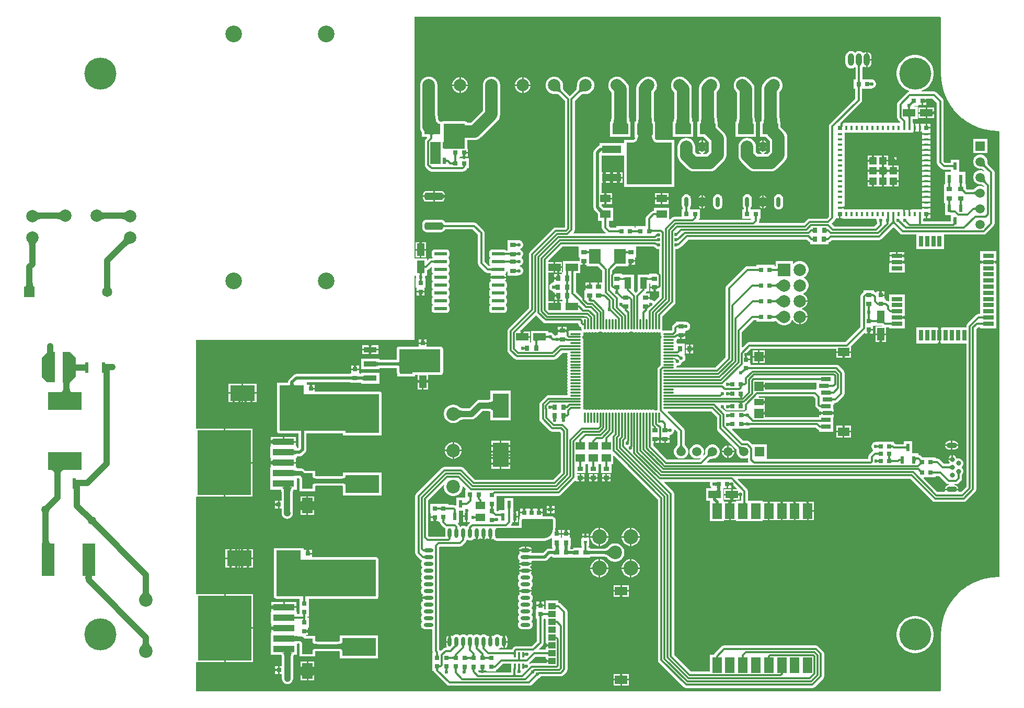
<source format=gtl>
G04*
G04 #@! TF.GenerationSoftware,Altium Limited,Altium Designer,21.8.1 (53)*
G04*
G04 Layer_Physical_Order=1*
G04 Layer_Color=255*
%FSLAX25Y25*%
%MOIN*%
G70*
G04*
G04 #@! TF.SameCoordinates,C8D47062-8F1F-4A6C-B0F1-C45CC90B983E*
G04*
G04*
G04 #@! TF.FilePolarity,Positive*
G04*
G01*
G75*
%ADD10C,0.00787*%
%ADD15C,0.01968*%
%ADD16C,0.01000*%
%ADD18C,0.01181*%
%ADD21R,0.04724X0.03937*%
%ADD22R,0.07874X0.05315*%
%ADD23R,0.07087X0.02756*%
%ADD24R,0.02756X0.07087*%
%ADD25R,0.08465X0.12795*%
%ADD26R,0.08465X0.03740*%
%ADD27R,0.03000X0.03000*%
%ADD28R,0.04724X0.07874*%
%ADD29R,0.07874X0.04724*%
%ADD30R,0.02756X0.03543*%
%ADD31R,0.03000X0.03000*%
G04:AMPARAMS|DCode=32|XSize=80.71mil|YSize=23.23mil|CornerRadius=2.9mil|HoleSize=0mil|Usage=FLASHONLY|Rotation=0.000|XOffset=0mil|YOffset=0mil|HoleType=Round|Shape=RoundedRectangle|*
%AMROUNDEDRECTD32*
21,1,0.08071,0.01742,0,0,0.0*
21,1,0.07490,0.02323,0,0,0.0*
1,1,0.00581,0.03745,-0.00871*
1,1,0.00581,-0.03745,-0.00871*
1,1,0.00581,-0.03745,0.00871*
1,1,0.00581,0.03745,0.00871*
%
%ADD32ROUNDEDRECTD32*%
%ADD33R,0.03543X0.02756*%
%ADD34R,0.03543X0.03150*%
%ADD35R,0.04331X0.07480*%
%ADD36R,0.03150X0.03150*%
%ADD37R,0.04724X0.04724*%
%ADD38R,0.03150X0.01575*%
%ADD39R,0.01575X0.03150*%
%ADD40R,0.02362X0.05118*%
%ADD41R,0.05906X0.05118*%
%ADD42R,0.03150X0.03543*%
%ADD43R,0.07480X0.09449*%
%ADD44O,0.01181X0.07087*%
%ADD45O,0.07087X0.01181*%
%ADD46R,0.05906X0.03150*%
%ADD47R,0.07480X0.05512*%
%ADD48R,0.05906X0.06299*%
%ADD49R,0.05906X0.05906*%
%ADD50R,0.05906X0.03937*%
%ADD51R,0.12008X0.04921*%
%ADD52R,0.28740X0.26772*%
%ADD53R,0.06500X0.05100*%
%ADD54R,0.09843X0.06693*%
%ADD55O,0.02559X0.06496*%
%ADD56R,0.03268X0.02480*%
%ADD57R,0.01965X0.01781*%
%ADD58R,0.01575X0.03347*%
%ADD59R,0.33858X0.41339*%
%ADD60R,0.13780X0.04331*%
%ADD61R,0.06693X0.09843*%
%ADD62R,0.21260X0.11417*%
%ADD63R,0.04724X0.19291*%
%ADD64R,0.02362X0.06693*%
%ADD65R,0.07874X0.20866*%
%ADD66R,0.02362X0.03937*%
%ADD67R,0.15748X0.09843*%
%ADD68R,0.09843X0.15748*%
G04:AMPARAMS|DCode=69|XSize=47.24mil|YSize=118.11mil|CornerRadius=11.81mil|HoleSize=0mil|Usage=FLASHONLY|Rotation=270.000|XOffset=0mil|YOffset=0mil|HoleType=Round|Shape=RoundedRectangle|*
%AMROUNDEDRECTD69*
21,1,0.04724,0.09449,0,0,270.0*
21,1,0.02362,0.11811,0,0,270.0*
1,1,0.02362,-0.04724,-0.01181*
1,1,0.02362,-0.04724,0.01181*
1,1,0.02362,0.04724,0.01181*
1,1,0.02362,0.04724,-0.01181*
%
%ADD69ROUNDEDRECTD69*%
%ADD70R,0.05906X0.09843*%
%ADD71O,0.02362X0.06299*%
%ADD72O,0.06299X0.02362*%
%ADD131R,0.06500X0.06500*%
%ADD132C,0.06500*%
%ADD133C,0.05300*%
%ADD137R,0.02362X0.02362*%
%ADD138C,0.03937*%
%ADD139C,0.07874*%
%ADD140C,0.01102*%
%ADD141C,0.02953*%
%ADD142R,0.26400X0.14800*%
%ADD143R,0.63500X0.23500*%
%ADD144R,0.13500X0.16000*%
%ADD145R,0.06500X0.14000*%
%ADD146C,0.05906*%
%ADD147C,0.07874*%
%ADD148R,0.07874X0.07874*%
%ADD149C,0.03150*%
%ADD150O,0.06693X0.03543*%
%ADD151O,0.03937X0.07874*%
%ADD152C,0.08661*%
%ADD153C,0.09449*%
%ADD154C,0.20472*%
%ADD155C,0.10630*%
%ADD156R,0.05906X0.05906*%
%ADD157C,0.02362*%
G36*
X684Y269951D02*
X878Y269813D01*
X1102Y269690D01*
X1354Y269585D01*
X1634Y269495D01*
X1943Y269422D01*
X2280Y269365D01*
X2647Y269324D01*
X3464Y269291D01*
X3351Y265354D01*
X2927Y265347D01*
X2164Y265286D01*
X1824Y265233D01*
X1513Y265165D01*
X1230Y265081D01*
X975Y264983D01*
X749Y264869D01*
X550Y264740D01*
X380Y264596D01*
X517Y270106D01*
X684Y269951D01*
D02*
G37*
G36*
X-25104Y264596D02*
X-25274Y264740D01*
X-25473Y264869D01*
X-25700Y264983D01*
X-25954Y265081D01*
X-26238Y265165D01*
X-26549Y265233D01*
X-26888Y265286D01*
X-27256Y265324D01*
X-28075Y265354D01*
X-28189Y269291D01*
X-27766Y269299D01*
X-27005Y269365D01*
X-26667Y269422D01*
X-26358Y269495D01*
X-26078Y269585D01*
X-25826Y269690D01*
X-25603Y269813D01*
X-25408Y269951D01*
X-25242Y270106D01*
X-25104Y264596D01*
D02*
G37*
G36*
X16215Y264540D02*
X16049Y264694D01*
X15854Y264833D01*
X15631Y264955D01*
X15379Y265061D01*
X15098Y265151D01*
X14789Y265224D01*
X14452Y265281D01*
X14086Y265322D01*
X13268Y265354D01*
X13382Y269291D01*
X13805Y269299D01*
X14569Y269360D01*
X14908Y269413D01*
X15219Y269481D01*
X15502Y269564D01*
X15757Y269663D01*
X15984Y269777D01*
X16182Y269906D01*
X16353Y270050D01*
X16215Y264540D01*
D02*
G37*
G36*
X-40395Y269906D02*
X-40196Y269777D01*
X-39970Y269663D01*
X-39715Y269564D01*
X-39432Y269481D01*
X-39120Y269413D01*
X-38781Y269360D01*
X-38414Y269322D01*
X-37594Y269291D01*
X-37480Y265354D01*
X-37903Y265346D01*
X-38664Y265281D01*
X-39002Y265224D01*
X-39311Y265151D01*
X-39591Y265061D01*
X-39843Y264955D01*
X-40066Y264833D01*
X-40261Y264694D01*
X-40427Y264540D01*
X-40565Y270050D01*
X-40395Y269906D01*
D02*
G37*
G36*
X19055Y249488D02*
X18830Y249475D01*
X18596Y249430D01*
X18354Y249355D01*
X18102Y249248D01*
X17842Y249110D01*
X17572Y248941D01*
X17294Y248740D01*
X17007Y248509D01*
X16405Y247952D01*
X13621Y250736D01*
X13915Y251041D01*
X14410Y251624D01*
X14610Y251903D01*
X14779Y252172D01*
X14917Y252433D01*
X15024Y252684D01*
X15100Y252927D01*
X15144Y253161D01*
X15158Y253386D01*
X19055Y249488D01*
D02*
G37*
G36*
X-40701Y250445D02*
X-40835Y250248D01*
X-40953Y250023D01*
X-41055Y249769D01*
X-41142Y249488D01*
X-41212Y249178D01*
X-41268Y248839D01*
X-41307Y248472D01*
X-41339Y247653D01*
X-45276D01*
X-45283Y248077D01*
X-45346Y248839D01*
X-45401Y249178D01*
X-45472Y249488D01*
X-45559Y249769D01*
X-45661Y250023D01*
X-45779Y250248D01*
X-45913Y250445D01*
X-46063Y250614D01*
X-40551D01*
X-40701Y250445D01*
D02*
G37*
G36*
X213154Y237028D02*
X213084Y237120D01*
X213001Y237201D01*
X212905Y237274D01*
X212798Y237336D01*
X212677Y237389D01*
X212545Y237433D01*
X212400Y237466D01*
X212242Y237490D01*
X212072Y237505D01*
X211890Y237509D01*
Y238690D01*
X212072Y238695D01*
X212242Y238710D01*
X212400Y238734D01*
X212545Y238768D01*
X212677Y238811D01*
X212798Y238864D01*
X212905Y238926D01*
X213001Y238999D01*
X213084Y239080D01*
X213154Y239172D01*
Y237028D01*
D02*
G37*
G36*
X206784Y235861D02*
X206817Y235776D01*
X206871Y235701D01*
X206948Y235636D01*
X207046Y235581D01*
X207166Y235536D01*
X207308Y235501D01*
X207472Y235475D01*
X207657Y235460D01*
X207865Y235455D01*
Y234274D01*
X207657Y234269D01*
X207472Y234254D01*
X207308Y234229D01*
X207166Y234194D01*
X207046Y234149D01*
X206948Y234094D01*
X206871Y234029D01*
X206817Y233953D01*
X206784Y233868D01*
X206773Y233773D01*
Y235957D01*
X206784Y235861D01*
D02*
G37*
G36*
X205393Y230730D02*
X205293Y230694D01*
X205204Y230635D01*
X205128Y230551D01*
X205063Y230444D01*
X205009Y230312D01*
X204968Y230157D01*
X204939Y229978D01*
X204924Y229809D01*
X204936Y229661D01*
X204952Y229559D01*
X204972Y229466D01*
X204997Y229381D01*
X205027Y229305D01*
X205062Y229237D01*
X205100Y229177D01*
X205144Y229126D01*
X204334Y228300D01*
D01*
D01*
D01*
X205144Y227474D01*
X205100Y227423D01*
X205062Y227363D01*
X205027Y227295D01*
X204997Y227219D01*
X204972Y227134D01*
X204952Y227041D01*
X204936Y226939D01*
X204925Y226807D01*
X204939Y226653D01*
X204968Y226474D01*
X205009Y226319D01*
X205063Y226187D01*
X205128Y226080D01*
X205204Y225996D01*
X205293Y225937D01*
X205393Y225901D01*
X205505Y225889D01*
X203143D01*
X203256Y225901D01*
X203356Y225937D01*
X203445Y225996D01*
X203521Y226080D01*
X203586Y226187D01*
X203639Y226319D01*
X203681Y226474D01*
X203710Y226653D01*
X203724Y226805D01*
X203712Y226910D01*
X203695Y227011D01*
X203673Y227104D01*
X203646Y227188D01*
X203615Y227264D01*
X203578Y227331D01*
X203537Y227390D01*
X203491Y227440D01*
X203524Y227474D01*
X204334Y228300D01*
X203491Y229160D01*
X203537Y229210D01*
X203578Y229269D01*
X203615Y229336D01*
X203646Y229412D01*
X203673Y229496D01*
X203695Y229589D01*
X203712Y229690D01*
X203724Y229800D01*
X203725Y229813D01*
X203710Y229978D01*
X203681Y230157D01*
X203639Y230312D01*
X203586Y230444D01*
X203521Y230551D01*
X203445Y230635D01*
X203356Y230694D01*
X203256Y230730D01*
X203143Y230742D01*
X205505D01*
X205393Y230730D01*
D02*
G37*
G36*
X-43101Y225226D02*
X-43000Y223966D01*
X-42911Y223454D01*
X-42796Y223022D01*
X-42657Y222667D01*
X-42492Y222392D01*
X-42301Y222195D01*
X-42086Y222077D01*
X-41844Y222037D01*
X-48320D01*
X-48079Y222077D01*
X-47863Y222195D01*
X-47673Y222392D01*
X-47508Y222667D01*
X-47368Y223022D01*
X-47254Y223454D01*
X-47165Y223966D01*
X-47102Y224557D01*
X-47051Y225974D01*
X-43114D01*
X-43101Y225226D01*
D02*
G37*
G36*
X6499Y222968D02*
X6573Y221824D01*
X6606Y221619D01*
X6646Y221446D01*
X6692Y221305D01*
X6744Y221196D01*
X6803Y221120D01*
X2253D01*
X2311Y221196D01*
X2363Y221305D01*
X2409Y221446D01*
X2449Y221619D01*
X2482Y221824D01*
X2531Y222332D01*
X2556Y222968D01*
X2559Y223335D01*
X6496D01*
X6499Y222968D01*
D02*
G37*
G36*
X535577Y394331D02*
X535714Y394283D01*
X535836Y394206D01*
X535938Y394104D01*
X536015Y393981D01*
X536063Y393844D01*
X536092Y393588D01*
Y358268D01*
X536103Y358212D01*
X536095Y358155D01*
X536313Y354266D01*
X536342Y354156D01*
X536339Y354042D01*
X536991Y350202D01*
X537032Y350096D01*
X537041Y349983D01*
X538120Y346240D01*
X538172Y346139D01*
X538194Y346027D01*
X539684Y342428D01*
X539748Y342334D01*
X539782Y342226D01*
X541666Y338816D01*
X541740Y338729D01*
X541786Y338626D01*
X544040Y335449D01*
X544123Y335371D01*
X544180Y335273D01*
X546776Y332368D01*
X546867Y332300D01*
X546935Y332209D01*
X549840Y329614D01*
X549938Y329556D01*
X550016Y329473D01*
X553193Y327219D01*
X553297Y327173D01*
X553383Y327099D01*
X556792Y325215D01*
X556901Y325181D01*
X556995Y325117D01*
X560594Y323627D01*
X560706Y323604D01*
X560807Y323552D01*
X564550Y322474D01*
X564663Y322465D01*
X564769Y322424D01*
X568609Y321772D01*
X568723Y321775D01*
X568833Y321746D01*
X572666Y321531D01*
X572978Y321496D01*
X573115Y321448D01*
X573238Y321371D01*
X573340Y321269D01*
X573417Y321146D01*
X573464Y321010D01*
X573493Y320753D01*
Y37514D01*
X573464Y37258D01*
X573417Y37121D01*
X573340Y36999D01*
X573238Y36896D01*
X573115Y36819D01*
X572978Y36772D01*
X572666Y36737D01*
X568833Y36521D01*
X568723Y36493D01*
X568609Y36496D01*
X564769Y35844D01*
X564663Y35803D01*
X564549Y35793D01*
X560807Y34715D01*
X560706Y34663D01*
X560594Y34641D01*
X556995Y33150D01*
X556901Y33087D01*
X556792Y33052D01*
X553383Y31168D01*
X553297Y31095D01*
X553193Y31049D01*
X550016Y28794D01*
X549938Y28712D01*
X549840Y28654D01*
X546935Y26058D01*
X546867Y25968D01*
X546776Y25899D01*
X544180Y22995D01*
X544123Y22897D01*
X544040Y22819D01*
X541786Y19642D01*
X541740Y19538D01*
X541666Y19451D01*
X539782Y16042D01*
X539748Y15934D01*
X539684Y15839D01*
X538194Y12240D01*
X538172Y12129D01*
X538120Y12028D01*
X537041Y8285D01*
X537032Y8172D01*
X536991Y8066D01*
X536339Y4225D01*
X536342Y4112D01*
X536313Y4002D01*
X536095Y112D01*
X536103Y56D01*
X536092Y0D01*
Y-35321D01*
X536063Y-35577D01*
X536015Y-35713D01*
X535938Y-35836D01*
X535836Y-35939D01*
X535714Y-36015D01*
X535577Y-36063D01*
X535320Y-36092D01*
X61238D01*
Y-17828D01*
X61610Y-17520D01*
X61738Y-17520D01*
X79039D01*
Y4150D01*
Y25819D01*
X61738D01*
X61610Y25819D01*
X61238Y26127D01*
Y87612D01*
X61316Y88080D01*
X61738Y88080D01*
X78745D01*
Y109749D01*
Y131418D01*
X61738D01*
X61316Y131418D01*
X61238Y131886D01*
Y188100D01*
X200338D01*
Y228705D01*
X200486Y229143D01*
X201262Y229143D01*
X201567Y228747D01*
X201544Y228663D01*
Y227937D01*
X201558Y227885D01*
X201254Y227488D01*
X201250D01*
Y221338D01*
X201824D01*
Y219413D01*
X204324D01*
X206824D01*
Y221338D01*
X207399D01*
Y227488D01*
X207346D01*
X207042Y227885D01*
X207056Y227937D01*
Y228663D01*
X207033Y228747D01*
X207338Y229143D01*
X208360D01*
Y232755D01*
X208710Y232825D01*
X209426Y233304D01*
X211350Y235228D01*
X211739Y234909D01*
X211598Y234699D01*
X211453Y233971D01*
Y232229D01*
X211598Y231501D01*
X211995Y230907D01*
X212062Y230772D01*
Y230428D01*
X211995Y230293D01*
X211598Y229699D01*
X211453Y228971D01*
Y227229D01*
X211598Y226501D01*
X211995Y225907D01*
X212062Y225772D01*
Y225428D01*
X211995Y225293D01*
X211598Y224699D01*
X211453Y223971D01*
Y222229D01*
X211598Y221501D01*
X211995Y220907D01*
X212062Y220772D01*
Y220428D01*
X211995Y220293D01*
X211598Y219699D01*
X211453Y218971D01*
Y217229D01*
X211598Y216501D01*
X211995Y215907D01*
X212062Y215772D01*
Y215428D01*
X211995Y215293D01*
X211598Y214699D01*
X211453Y213971D01*
Y212229D01*
X211598Y211501D01*
X211995Y210907D01*
X212062Y210772D01*
Y210428D01*
X211995Y210293D01*
X211598Y209699D01*
X211453Y208971D01*
Y207229D01*
X211598Y206501D01*
X212010Y205884D01*
X212627Y205472D01*
X213355Y205327D01*
X220845D01*
X221573Y205472D01*
X222190Y205884D01*
X222602Y206501D01*
X222747Y207229D01*
Y208971D01*
X222602Y209699D01*
X222205Y210293D01*
X222139Y210428D01*
Y210772D01*
X222205Y210907D01*
X222602Y211501D01*
X222747Y212229D01*
Y213971D01*
X222602Y214699D01*
X222205Y215293D01*
X222139Y215428D01*
Y215772D01*
X222205Y215907D01*
X222602Y216501D01*
X222747Y217229D01*
Y218971D01*
X222602Y219699D01*
X222205Y220293D01*
X222139Y220428D01*
Y220772D01*
X222205Y220907D01*
X222602Y221501D01*
X222747Y222229D01*
Y223971D01*
X222602Y224699D01*
X222205Y225293D01*
X222139Y225428D01*
Y225772D01*
X222205Y225907D01*
X222602Y226501D01*
X222747Y227229D01*
Y228971D01*
X222602Y229699D01*
X222205Y230293D01*
X222139Y230428D01*
Y230772D01*
X222205Y230907D01*
X222602Y231501D01*
X222747Y232229D01*
Y233971D01*
X222602Y234699D01*
X222205Y235293D01*
X222139Y235428D01*
Y235772D01*
X222205Y235907D01*
X222602Y236501D01*
X222747Y237229D01*
Y238971D01*
X222602Y239699D01*
X222190Y240316D01*
X222139Y240350D01*
Y240850D01*
X222190Y240884D01*
X222602Y241501D01*
X222747Y242229D01*
Y243971D01*
X222602Y244699D01*
X222190Y245316D01*
X221573Y245728D01*
X220845Y245873D01*
X213355D01*
X212627Y245728D01*
X212010Y245316D01*
X211598Y244699D01*
X211453Y243971D01*
Y242229D01*
X211598Y241501D01*
X211997Y240904D01*
X212010Y240877D01*
Y240792D01*
X211527Y240308D01*
X211100D01*
X210255Y240140D01*
X209539Y239661D01*
X208822Y238944D01*
X208360Y239135D01*
Y240167D01*
X200838D01*
X200486Y240167D01*
X200338Y240606D01*
Y394359D01*
X535320Y394359D01*
X535577Y394331D01*
D02*
G37*
G36*
X3202Y173006D02*
X3276Y172925D01*
X3399Y172853D01*
X3571Y172791D01*
X3793Y172738D01*
X4064Y172695D01*
X4383Y172661D01*
X5170Y172623D01*
X5638Y172618D01*
Y168681D01*
X5170Y168676D01*
X4064Y168604D01*
X3793Y168561D01*
X3571Y168509D01*
X3399Y168446D01*
X3276Y168374D01*
X3202Y168293D01*
X3178Y168202D01*
Y173098D01*
X3202Y173006D01*
D02*
G37*
G36*
X-29000Y161004D02*
X-33724D01*
X-37268Y164547D01*
Y176752D01*
X-33724Y180295D01*
X-29000D01*
Y161004D01*
D02*
G37*
G36*
X-15614Y176752D02*
Y172316D01*
X-15232Y172306D01*
Y168369D01*
X-15614Y168359D01*
Y164547D01*
X-19157Y161004D01*
X-19192D01*
X-19242Y160977D01*
X-19307Y160858D01*
X-19364Y160662D01*
X-19414Y160386D01*
X-19456Y160032D01*
X-19517Y159087D01*
X-19535Y158008D01*
X-19531Y157863D01*
X-19472Y157191D01*
X-19374Y156599D01*
X-19236Y156086D01*
X-19059Y155651D01*
X-18842Y155296D01*
X-18586Y155019D01*
X-18291Y154822D01*
X-17957Y154703D01*
X-17583Y154664D01*
X-25457D01*
X-25083Y154703D01*
X-24748Y154822D01*
X-24453Y155019D01*
X-24197Y155296D01*
X-23980Y155651D01*
X-23803Y156086D01*
X-23665Y156599D01*
X-23567Y157191D01*
X-23508Y157863D01*
X-23504Y158012D01*
X-23675Y160662D01*
X-23732Y160858D01*
X-23797Y160977D01*
X-23848Y161004D01*
X-23882D01*
Y180295D01*
X-19157D01*
X-15614Y176752D01*
D02*
G37*
G36*
X-23661Y105066D02*
X-23996Y104948D01*
X-24291Y104750D01*
X-24547Y104474D01*
X-24764Y104119D01*
X-24941Y103684D01*
X-25079Y103171D01*
X-25177Y102578D01*
X-25236Y101907D01*
X-25256Y101157D01*
X-29193D01*
X-29213Y101907D01*
X-29272Y102578D01*
X-29370Y103171D01*
X-29508Y103684D01*
X-29685Y104119D01*
X-29902Y104474D01*
X-30158Y104750D01*
X-30453Y104948D01*
X-30787Y105066D01*
X-31161Y105106D01*
X-23287D01*
X-23661Y105066D01*
D02*
G37*
G36*
X-32901Y61258D02*
X-32842Y60587D01*
X-32744Y59995D01*
X-32606Y59482D01*
X-32429Y59048D01*
X-32212Y58692D01*
X-31956Y58416D01*
X-31661Y58218D01*
X-31327Y58099D01*
X-30953Y58059D01*
X-37279Y58071D01*
X-37199Y58110D01*
X-37128Y58228D01*
X-37064Y58425D01*
X-37010Y58701D01*
X-36963Y59055D01*
X-36896Y60000D01*
X-36858Y62008D01*
X-32921D01*
X-32901Y61258D01*
D02*
G37*
G36*
X-4913Y37203D02*
X-5016Y37126D01*
X-5106Y36997D01*
X-5185Y36817D01*
X-5251Y36586D01*
X-5305Y36303D01*
X-5347Y35969D01*
X-5395Y35146D01*
X-5401Y34657D01*
X-9339D01*
X-9345Y35146D01*
X-9435Y36303D01*
X-9489Y36586D01*
X-9556Y36817D01*
X-9634Y36997D01*
X-9724Y37126D01*
X-9827Y37203D01*
X-9941Y37229D01*
X-4799D01*
X-4913Y37203D01*
D02*
G37*
G36*
X31098Y28052D02*
X31183Y27226D01*
X31258Y26851D01*
X31353Y26502D01*
X31470Y26178D01*
X31609Y25880D01*
X31768Y25608D01*
X31949Y25361D01*
X32151Y25140D01*
X26088D01*
X26290Y25361D01*
X26470Y25608D01*
X26630Y25880D01*
X26768Y26178D01*
X26885Y26502D01*
X26981Y26851D01*
X27055Y27226D01*
X27108Y27626D01*
X27140Y28052D01*
X27151Y28503D01*
X31088D01*
X31098Y28052D01*
D02*
G37*
G36*
Y-4468D02*
X31183Y-5294D01*
X31258Y-5669D01*
X31353Y-6018D01*
X31470Y-6341D01*
X31609Y-6639D01*
X31768Y-6912D01*
X31949Y-7158D01*
X32151Y-7380D01*
X26088D01*
X26290Y-7158D01*
X26470Y-6912D01*
X26630Y-6639D01*
X26768Y-6341D01*
X26885Y-6018D01*
X26981Y-5669D01*
X27055Y-5294D01*
X27108Y-4894D01*
X27140Y-4468D01*
X27151Y-4016D01*
X31088D01*
X31098Y-4468D01*
D02*
G37*
%LPC*%
G36*
X483838Y372525D02*
X482913Y372403D01*
X482051Y372046D01*
X481338Y371499D01*
X480625Y372046D01*
X479763Y372403D01*
X478838Y372525D01*
X477913Y372403D01*
X477051Y372046D01*
X476311Y371478D01*
X475743Y370738D01*
X475386Y369876D01*
X475264Y368951D01*
Y365014D01*
X475386Y364089D01*
X475743Y363227D01*
X476311Y362487D01*
X477051Y361919D01*
X477913Y361562D01*
X478838Y361440D01*
X479763Y361562D01*
X480625Y361919D01*
X481176Y362342D01*
X481186Y362339D01*
X481630Y362060D01*
Y354625D01*
X480613D01*
Y348475D01*
X481480D01*
Y342203D01*
X465339Y326061D01*
X464860Y325345D01*
X464692Y324500D01*
Y266915D01*
X463304Y265526D01*
X452322D01*
X451478Y265358D01*
X450761Y264879D01*
X448627Y262745D01*
X420196D01*
X419960Y263186D01*
X420141Y263457D01*
X420309Y264301D01*
Y265364D01*
X421176D01*
Y271514D01*
X414809D01*
Y272206D01*
X414821Y272293D01*
X414837Y272370D01*
X414856Y272437D01*
X414877Y272497D01*
X414899Y272551D01*
X414924Y272599D01*
X414952Y272645D01*
X415017Y272736D01*
X415048Y272806D01*
X415095Y272867D01*
X415138Y272972D01*
X415192Y273052D01*
X415211Y273147D01*
X415382Y273561D01*
X415480Y274306D01*
Y278243D01*
X415382Y278988D01*
X415095Y279683D01*
X414637Y280279D01*
X414041Y280736D01*
X413346Y281024D01*
X412601Y281122D01*
X411856Y281024D01*
X411162Y280736D01*
X410566Y280279D01*
X410108Y279683D01*
X409821Y278988D01*
X409722Y278243D01*
Y274306D01*
X409821Y273561D01*
X409992Y273147D01*
X410011Y273052D01*
X410065Y272972D01*
X410108Y272867D01*
X410154Y272806D01*
X410186Y272736D01*
X410251Y272645D01*
X410279Y272599D01*
X410303Y272551D01*
X410326Y272497D01*
X410347Y272438D01*
X410366Y272370D01*
X410381Y272293D01*
X410394Y272206D01*
Y271514D01*
X409527D01*
Y265364D01*
X414898D01*
X415164Y264864D01*
X415063Y264714D01*
X381976D01*
X381653Y265213D01*
X381658Y265224D01*
X381827Y265364D01*
X382376D01*
Y271514D01*
X376009D01*
Y272206D01*
X376021Y272293D01*
X376037Y272370D01*
X376056Y272437D01*
X376077Y272497D01*
X376099Y272551D01*
X376124Y272599D01*
X376152Y272645D01*
X376217Y272736D01*
X376248Y272806D01*
X376295Y272867D01*
X376338Y272972D01*
X376392Y273052D01*
X376411Y273147D01*
X376582Y273561D01*
X376680Y274306D01*
Y278243D01*
X376582Y278988D01*
X376295Y279683D01*
X375837Y280279D01*
X375241Y280736D01*
X374547Y281024D01*
X373801Y281122D01*
X373056Y281024D01*
X372362Y280736D01*
X371766Y280279D01*
X371308Y279683D01*
X371021Y278988D01*
X370922Y278243D01*
Y274306D01*
X371021Y273561D01*
X371192Y273147D01*
X371211Y273052D01*
X371265Y272972D01*
X371308Y272867D01*
X371354Y272806D01*
X371386Y272736D01*
X371451Y272645D01*
X371479Y272599D01*
X371503Y272551D01*
X371526Y272497D01*
X371547Y272438D01*
X371566Y272370D01*
X371581Y272293D01*
X371594Y272206D01*
Y271514D01*
X370727D01*
Y266682D01*
X366074D01*
X365229Y266514D01*
X364513Y266035D01*
X363338Y264860D01*
X362876Y265052D01*
Y272527D01*
X353227D01*
Y270610D01*
X352890D01*
X352046Y270442D01*
X351329Y269963D01*
X348512Y267145D01*
X348033Y266429D01*
X347865Y265584D01*
Y260671D01*
X341498D01*
Y259804D01*
X340926D01*
Y260672D01*
X329277D01*
Y259805D01*
X325405D01*
X324359Y260851D01*
Y264277D01*
X326976D01*
Y272527D01*
X321792D01*
X321697Y272546D01*
X321602Y272527D01*
X321132D01*
X321020Y272605D01*
X320394Y273134D01*
X320029Y273487D01*
X319995Y273509D01*
X319711Y273793D01*
Y274852D01*
X321411D01*
X321443Y274911D01*
X321474Y274987D01*
X321501Y275072D01*
X321522Y275165D01*
X321526Y275184D01*
X321508Y275292D01*
X321466Y275447D01*
X321413Y275578D01*
X321348Y275685D01*
X321271Y275769D01*
X321183Y275829D01*
X321082Y275864D01*
X320970Y275876D01*
X321651D01*
Y278402D01*
Y280940D01*
X320970D01*
X321082Y280952D01*
X321183Y280987D01*
X321271Y281047D01*
X321348Y281129D01*
X321413Y281236D01*
X321466Y281365D01*
X321508Y281519D01*
X321527Y281637D01*
X321524Y281659D01*
X321503Y281753D01*
X321478Y281837D01*
X321447Y281914D01*
X321428Y281952D01*
X319711D01*
Y288345D01*
X320546D01*
X320545Y288438D01*
X320491Y289185D01*
X320471Y289266D01*
X320448Y289323D01*
X320422Y289358D01*
X320393Y289369D01*
X322669D01*
X322640Y289358D01*
X322613Y289323D01*
X322590Y289266D01*
X322570Y289185D01*
X322553Y289082D01*
X322540Y288955D01*
X322517Y288438D01*
X322516Y288345D01*
X325046D01*
X325045Y288438D01*
X324991Y289185D01*
X324971Y289266D01*
X324948Y289323D01*
X324922Y289358D01*
X324893Y289369D01*
X325509D01*
Y291806D01*
X326009D01*
D01*
X325509D01*
Y294243D01*
X324900D01*
X324928Y294254D01*
X324953Y294288D01*
X324975Y294345D01*
X324994Y294426D01*
X325010Y294528D01*
X325033Y294803D01*
X325045Y295168D01*
X325046Y295267D01*
X322516D01*
X322516Y295168D01*
X322568Y294426D01*
X322587Y294345D01*
X322609Y294288D01*
X322634Y294254D01*
X322662Y294243D01*
X320400D01*
X320428Y294254D01*
X320453Y294288D01*
X320475Y294345D01*
X320494Y294426D01*
X320510Y294528D01*
X320533Y294803D01*
X320545Y295168D01*
X320546Y295267D01*
X319711D01*
Y305802D01*
X333580D01*
X333588Y305802D01*
X334080Y305783D01*
Y285861D01*
X365970D01*
Y315782D01*
X355428D01*
X354887Y315839D01*
X354586Y315946D01*
X354319Y316124D01*
X354046Y316419D01*
X353763Y316881D01*
X353622Y317228D01*
X353901Y317728D01*
X353901D01*
Y319220D01*
X353919Y319315D01*
X353918Y319323D01*
X353919Y319332D01*
X353901Y319421D01*
Y325878D01*
X353919Y325968D01*
X353918Y325976D01*
X353919Y325984D01*
X353901Y326079D01*
Y327571D01*
X353279D01*
X352964Y332310D01*
Y346289D01*
X353462Y346786D01*
X353683Y347076D01*
X353941Y347333D01*
X354123Y347649D01*
X354345Y347938D01*
X354484Y348275D01*
X354667Y348590D01*
X354761Y348942D01*
X354900Y349279D01*
X354948Y349640D01*
X355042Y349992D01*
Y350356D01*
X355090Y350718D01*
X355042Y351079D01*
Y351443D01*
X354948Y351795D01*
X354900Y352156D01*
X354761Y352493D01*
X354667Y352845D01*
X354484Y353161D01*
X354345Y353497D01*
X354123Y353786D01*
X353941Y354102D01*
X353683Y354360D01*
X353462Y354649D01*
X353172Y354871D01*
X352915Y355128D01*
X352599Y355310D01*
X352310Y355532D01*
X351973Y355672D01*
X351658Y355854D01*
X351306Y355948D01*
X350969Y356087D01*
X350608Y356135D01*
X350256Y356229D01*
X349892D01*
X349530Y356277D01*
X349169Y356229D01*
X348805D01*
X348453Y356135D01*
X348092Y356087D01*
X347755Y355948D01*
X347403Y355854D01*
X347087Y355672D01*
X346751Y355532D01*
X346462Y355310D01*
X346146Y355128D01*
X345888Y354871D01*
X345599Y354649D01*
X343473Y352523D01*
X342590Y351371D01*
X342035Y350030D01*
X341845Y348592D01*
Y333109D01*
X341776Y329926D01*
X341629Y328138D01*
X341543Y327571D01*
X340908D01*
Y326079D01*
X340890Y325984D01*
X340891Y325976D01*
X340890Y325968D01*
X340908Y325878D01*
Y319421D01*
X340890Y319332D01*
X340891Y319323D01*
X340890Y319315D01*
X340908Y319220D01*
Y317728D01*
X340908D01*
X341187Y317228D01*
X341045Y316881D01*
X340763Y316419D01*
X340489Y316124D01*
X340223Y315946D01*
X339922Y315839D01*
X339381Y315782D01*
X334080D01*
Y313892D01*
X333588Y313873D01*
X333580Y313873D01*
X318430D01*
Y312281D01*
X317927Y312073D01*
X317521Y311762D01*
X317392Y311663D01*
X317392Y311663D01*
X317392Y311663D01*
X315305Y309575D01*
X315032Y309219D01*
X314895Y309040D01*
X314895Y309040D01*
X314894Y309040D01*
X314752Y308695D01*
X314637Y308418D01*
X314637Y308418D01*
X314637Y308418D01*
X314605Y308180D01*
X314549Y307750D01*
Y272724D01*
X314637Y272056D01*
X314749Y271785D01*
X314894Y271433D01*
X315305Y270899D01*
X316327Y269876D01*
X316345Y269848D01*
X317028Y269111D01*
X317236Y268852D01*
X317327Y268722D01*
Y268251D01*
X317308Y268156D01*
X317327Y268061D01*
Y264277D01*
X319944D01*
Y259936D01*
X320112Y259091D01*
X320590Y258375D01*
X322430Y256536D01*
X322222Y256036D01*
X301830D01*
X301639Y256498D01*
X302061Y256920D01*
X302540Y257636D01*
X302708Y258481D01*
Y340778D01*
X306698Y344768D01*
X306753Y344803D01*
X306885Y344866D01*
X307080Y344936D01*
X307337Y345004D01*
X307655Y345065D01*
X308012Y345113D01*
X308955Y345172D01*
X309495Y345175D01*
X309644Y345206D01*
X310250D01*
X311652Y345581D01*
X312909Y346307D01*
X313935Y347333D01*
X314661Y348590D01*
X315037Y349992D01*
Y351443D01*
X314661Y352845D01*
X313935Y354102D01*
X312909Y355128D01*
X311652Y355854D01*
X310250Y356229D01*
X308799D01*
X307397Y355854D01*
X306140Y355128D01*
X305114Y354102D01*
X304389Y352845D01*
X304013Y351443D01*
Y350837D01*
X303982Y350688D01*
X303979Y350148D01*
X303920Y349204D01*
X303873Y348847D01*
X303811Y348530D01*
X303743Y348273D01*
X303673Y348078D01*
X303611Y347946D01*
X303575Y347890D01*
X299525Y343840D01*
X295474Y347890D01*
X295439Y347946D01*
X295376Y348078D01*
X295307Y348273D01*
X295238Y348530D01*
X295177Y348847D01*
X295129Y349204D01*
X295071Y350148D01*
X295067Y350688D01*
X295037Y350837D01*
Y351443D01*
X294661Y352845D01*
X293935Y354102D01*
X292909Y355128D01*
X291652Y355854D01*
X290250Y356229D01*
X288799D01*
X287397Y355854D01*
X286140Y355128D01*
X285114Y354102D01*
X284389Y352845D01*
X284013Y351443D01*
Y349992D01*
X284389Y348590D01*
X285114Y347333D01*
X286140Y346307D01*
X287397Y345581D01*
X288799Y345206D01*
X289405D01*
X289554Y345175D01*
X290095Y345172D01*
X291038Y345113D01*
X291395Y345065D01*
X291712Y345004D01*
X291969Y344936D01*
X292165Y344866D01*
X292296Y344803D01*
X292352Y344768D01*
X296324Y340796D01*
Y260211D01*
X296086Y259973D01*
X290618D01*
X289773Y259805D01*
X289056Y259326D01*
X274003Y244272D01*
X273524Y243556D01*
X273356Y242711D01*
Y208337D01*
X260318Y195299D01*
X259839Y194583D01*
X259671Y193738D01*
Y181537D01*
X259839Y180693D01*
X260318Y179976D01*
X264126Y176168D01*
X264842Y175689D01*
X265687Y175521D01*
X289413D01*
X290258Y175689D01*
X290974Y176168D01*
X294727Y179921D01*
X297901D01*
X298021Y179316D01*
X298114Y179176D01*
X298021Y179037D01*
X297853Y178192D01*
X298021Y177347D01*
X298114Y177208D01*
X298021Y177068D01*
X297853Y176224D01*
X298021Y175379D01*
X298114Y175239D01*
X298021Y175100D01*
X297853Y174255D01*
X298021Y173410D01*
X298114Y173271D01*
X298021Y173131D01*
X297853Y172286D01*
X298021Y171442D01*
X298114Y171302D01*
X298021Y171163D01*
X297853Y170318D01*
X298021Y169473D01*
X298114Y169334D01*
X298021Y169194D01*
X297853Y168350D01*
X298021Y167505D01*
X298114Y167365D01*
X298021Y167226D01*
X297853Y166381D01*
X298021Y165536D01*
X298114Y165397D01*
X298021Y165257D01*
X297853Y164412D01*
X298021Y163568D01*
X298114Y163428D01*
X298021Y163289D01*
X297853Y162444D01*
X298021Y161599D01*
X298114Y161460D01*
X298021Y161320D01*
X297853Y160476D01*
X298021Y159631D01*
X298114Y159491D01*
X298021Y159352D01*
X297853Y158507D01*
X298021Y157662D01*
X298114Y157523D01*
X298021Y157383D01*
X297853Y156538D01*
X298021Y155694D01*
X298114Y155554D01*
X298021Y155415D01*
X297853Y154570D01*
X298021Y153725D01*
X298114Y153586D01*
X298021Y153446D01*
X297901Y152841D01*
X285918D01*
X285073Y152673D01*
X284357Y152194D01*
X280749Y148586D01*
X280271Y147870D01*
X280102Y147025D01*
Y137693D01*
X280271Y136848D01*
X280749Y136132D01*
X286661Y130220D01*
X287378Y129741D01*
X288223Y129573D01*
X293108D01*
X293734Y128947D01*
Y103720D01*
X288977Y98963D01*
X239115D01*
X234283Y103795D01*
X234283Y103795D01*
X231730Y106348D01*
X231013Y106826D01*
X230169Y106994D01*
X219507D01*
X218662Y106826D01*
X217946Y106348D01*
X201477Y89878D01*
X200998Y89162D01*
X200830Y88317D01*
Y52250D01*
X200998Y51405D01*
X201477Y50688D01*
X204146Y48019D01*
X204862Y47541D01*
X204992Y47515D01*
X205200Y46964D01*
X204951Y46639D01*
X204673Y45969D01*
X204579Y45250D01*
X204673Y44530D01*
X204951Y43860D01*
X205393Y43284D01*
Y42884D01*
X204951Y42309D01*
X204673Y41638D01*
X204579Y40919D01*
X204673Y40199D01*
X204951Y39529D01*
X205393Y38953D01*
Y38554D01*
X204951Y37978D01*
X204673Y37308D01*
X204579Y36588D01*
X204673Y35869D01*
X204951Y35198D01*
X205393Y34623D01*
Y34223D01*
X204951Y33647D01*
X204673Y32977D01*
X204579Y32257D01*
X204673Y31538D01*
X204951Y30868D01*
X205393Y30292D01*
Y29892D01*
X204951Y29317D01*
X204673Y28646D01*
X204579Y27927D01*
X204673Y27207D01*
X204951Y26537D01*
X205393Y25961D01*
X205709Y25719D01*
X205784Y25181D01*
X205738Y25097D01*
X205304Y24447D01*
X205252Y24188D01*
X205361Y24190D01*
X205657Y24217D01*
X205660Y24427D01*
X205710Y24382D01*
X205769Y24341D01*
X205836Y24305D01*
X205912Y24273D01*
X205948Y24262D01*
X206084Y24294D01*
X206241Y24341D01*
X206387Y24397D01*
X206524Y24462D01*
X206651Y24535D01*
X206769Y24617D01*
Y24096D01*
X209327D01*
Y23096D01*
X206769D01*
Y22575D01*
X206651Y22657D01*
X206524Y22730D01*
X206387Y22795D01*
X206241Y22851D01*
X206084Y22898D01*
X205932Y22934D01*
X205892Y22922D01*
X205815Y22892D01*
X205748Y22857D01*
X205688Y22818D01*
X205637Y22774D01*
X205640Y22979D01*
X205557Y22989D01*
X205253Y23002D01*
X205304Y22745D01*
X205738Y22095D01*
X205784Y22011D01*
X205709Y21474D01*
X205393Y21231D01*
X204951Y20655D01*
X204673Y19985D01*
X204579Y19265D01*
X204673Y18546D01*
X204951Y17876D01*
X205393Y17300D01*
Y16900D01*
X204951Y16324D01*
X204673Y15654D01*
X204579Y14935D01*
X204673Y14215D01*
X204951Y13545D01*
X205393Y12969D01*
Y12570D01*
X204951Y11994D01*
X204673Y11323D01*
X204579Y10604D01*
X204673Y9885D01*
X204951Y9214D01*
X205393Y8638D01*
Y8239D01*
X204951Y7663D01*
X204673Y6993D01*
X204579Y6273D01*
X204673Y5554D01*
X204951Y4883D01*
X205393Y4308D01*
X205968Y3866D01*
X206639Y3588D01*
X207358Y3494D01*
X211295D01*
X211454Y3514D01*
X211830Y3185D01*
Y-10450D01*
X211977Y-11188D01*
X211858Y-11688D01*
X211858D01*
Y-17837D01*
Y-23337D01*
X212843D01*
X212893Y-23590D01*
X213372Y-24306D01*
X221089Y-32023D01*
X221805Y-32502D01*
X222650Y-32670D01*
X273520D01*
X274365Y-32502D01*
X275081Y-32023D01*
X279051Y-28053D01*
X279747Y-27867D01*
X280375Y-27504D01*
X280889Y-26991D01*
X281099Y-26627D01*
X293753D01*
X294598Y-26459D01*
X295314Y-25980D01*
X297430Y-23864D01*
X297909Y-23148D01*
X298077Y-22303D01*
Y14518D01*
X297909Y15363D01*
X297430Y16079D01*
X293782Y19728D01*
X293066Y20207D01*
X292221Y20375D01*
X292075D01*
Y21710D01*
X284201D01*
Y16419D01*
X283807Y16163D01*
X283232D01*
Y18088D01*
X280732D01*
X278232D01*
Y16163D01*
X277658D01*
Y10013D01*
X278525D01*
Y-4248D01*
X275318Y-7454D01*
X265173D01*
X264769Y-7535D01*
X264328Y-7622D01*
X264328Y-7622D01*
X264328Y-7622D01*
X263975Y-7858D01*
X263612Y-8101D01*
X263012Y-8700D01*
X263012Y-8700D01*
X263012Y-8700D01*
X262765Y-9070D01*
X262534Y-9416D01*
X262534Y-9416D01*
X262533Y-9416D01*
X262522Y-9474D01*
X262211D01*
Y-9628D01*
X254233D01*
X254134Y-9128D01*
X254614Y-8929D01*
X255190Y-8488D01*
X255433Y-8171D01*
X255970Y-8096D01*
X256054Y-8143D01*
X256704Y-8577D01*
X257055Y-8647D01*
Y-4554D01*
Y-1995D01*
X256534D01*
X256616Y-1878D01*
X256689Y-1751D01*
X256754Y-1614D01*
X256810Y-1467D01*
X256858Y-1311D01*
X256893Y-1158D01*
X256881Y-1118D01*
X256851Y-1042D01*
X256817Y-974D01*
X256777Y-915D01*
X256733Y-864D01*
X256939Y-867D01*
X256948Y-783D01*
X256961Y-479D01*
X256704Y-531D01*
X256054Y-965D01*
X255970Y-1011D01*
X255433Y-936D01*
X255190Y-620D01*
X254614Y-178D01*
X253944Y100D01*
X253224Y195D01*
X252505Y100D01*
X251835Y-178D01*
X251259Y-620D01*
X251016Y-936D01*
X250479Y-1011D01*
X250395Y-965D01*
X249745Y-531D01*
X249485Y-479D01*
X249488Y-588D01*
X249515Y-884D01*
X249725Y-887D01*
X249679Y-937D01*
X249638Y-996D01*
X249602Y-1063D01*
X249571Y-1139D01*
X249559Y-1175D01*
X249591Y-1311D01*
X249639Y-1467D01*
X249695Y-1614D01*
X249760Y-1751D01*
X249833Y-1878D01*
X249915Y-1995D01*
X249394D01*
Y-4554D01*
X248394D01*
Y-1995D01*
X247873D01*
X247955Y-1878D01*
X248028Y-1751D01*
X248093Y-1614D01*
X248149Y-1467D01*
X248196Y-1311D01*
X248232Y-1158D01*
X248220Y-1118D01*
X248190Y-1042D01*
X248155Y-974D01*
X248116Y-915D01*
X248072Y-864D01*
X248277Y-867D01*
X248287Y-783D01*
X248300Y-479D01*
X248043Y-531D01*
X247393Y-965D01*
X247308Y-1011D01*
X246771Y-936D01*
X246529Y-620D01*
X245953Y-178D01*
X245282Y100D01*
X244563Y195D01*
X243844Y100D01*
X243173Y-178D01*
X242743Y-508D01*
X242398Y-579D01*
X242053Y-508D01*
X241622Y-178D01*
X240952Y100D01*
X240232Y195D01*
X239513Y100D01*
X238843Y-178D01*
X238267Y-620D01*
X237867D01*
X237291Y-178D01*
X236621Y100D01*
X235902Y195D01*
X235182Y100D01*
X234512Y-178D01*
X234081Y-508D01*
X233736Y-579D01*
X233391Y-508D01*
X232961Y-178D01*
X232290Y100D01*
X231571Y195D01*
X230852Y100D01*
X230181Y-178D01*
X229606Y-620D01*
X229206D01*
X228630Y-178D01*
X227960Y100D01*
X227240Y195D01*
X226521Y100D01*
X225850Y-178D01*
X225275Y-620D01*
X225032Y-936D01*
X224495Y-1011D01*
X224410Y-965D01*
X223761Y-531D01*
X223501Y-479D01*
X223503Y-588D01*
X223530Y-884D01*
X223741Y-887D01*
X223695Y-937D01*
X223654Y-996D01*
X223618Y-1063D01*
X223587Y-1139D01*
X223575Y-1175D01*
X223607Y-1311D01*
X223655Y-1467D01*
X223711Y-1614D01*
X223775Y-1751D01*
X223849Y-1878D01*
X223931Y-1995D01*
X223410D01*
Y-4554D01*
X222910D01*
Y-5054D01*
X220686D01*
Y-6522D01*
X220855Y-7373D01*
X221101Y-7742D01*
X220834Y-8242D01*
X220290D01*
X219445Y-8410D01*
X218729Y-8889D01*
X217389Y-10228D01*
X216747Y-10163D01*
X216494Y-9784D01*
X216246Y-9536D01*
Y55735D01*
X216752Y56242D01*
X229438D01*
X230283Y56410D01*
X230999Y56888D01*
X233132Y59022D01*
X233611Y59738D01*
X233729Y60332D01*
X234239Y60553D01*
X234266Y60551D01*
X234512Y60362D01*
X235182Y60084D01*
X235902Y59990D01*
X236621Y60084D01*
X237291Y60362D01*
X237867Y60804D01*
X238110Y61120D01*
X238647Y61195D01*
X238732Y61149D01*
X239381Y60715D01*
X239624Y60667D01*
X239621Y60787D01*
X239598Y61052D01*
X239385Y61055D01*
X239431Y61105D01*
X239472Y61164D01*
X239508Y61231D01*
X239539Y61307D01*
X239556Y61360D01*
X239522Y61510D01*
X239476Y61664D01*
X239423Y61809D01*
X239360Y61943D01*
X239290Y62067D01*
X239211Y62180D01*
X239732D01*
Y64738D01*
X240732D01*
Y62180D01*
X241254D01*
X241169Y62059D01*
X241093Y61929D01*
X241026Y61789D01*
X240968Y61641D01*
X240918Y61484D01*
X240879Y61322D01*
X240890Y61286D01*
X240920Y61210D01*
X240955Y61142D01*
X240994Y61083D01*
X241038Y61032D01*
X240834Y61035D01*
X240825Y60957D01*
X240811Y60661D01*
X241083Y60715D01*
X241805Y61197D01*
X242097Y61634D01*
X242698D01*
X242990Y61197D01*
X243712Y60715D01*
X243971Y60663D01*
X243969Y60772D01*
X243942Y61068D01*
X243732Y61071D01*
X243777Y61121D01*
X243818Y61180D01*
X243854Y61247D01*
X243886Y61323D01*
X243897Y61360D01*
X243865Y61495D01*
X243818Y61652D01*
X243762Y61798D01*
X243697Y61935D01*
X243624Y62062D01*
X243542Y62180D01*
X244063D01*
Y64738D01*
X245063D01*
Y62180D01*
X245584D01*
X245502Y62062D01*
X245429Y61935D01*
X245364Y61798D01*
X245308Y61652D01*
X245261Y61495D01*
X245225Y61343D01*
X245237Y61303D01*
X245267Y61226D01*
X245302Y61159D01*
X245341Y61099D01*
X245385Y61048D01*
X245180Y61051D01*
X245170Y60968D01*
X245157Y60664D01*
X245414Y60715D01*
X246135Y61197D01*
X246428Y61634D01*
X247029D01*
X247321Y61197D01*
X248043Y60715D01*
X248302Y60663D01*
X248300Y60772D01*
X248273Y61068D01*
X248062Y61071D01*
X248108Y61121D01*
X248149Y61180D01*
X248185Y61247D01*
X248217Y61323D01*
X248228Y61360D01*
X248196Y61495D01*
X248149Y61652D01*
X248093Y61798D01*
X248028Y61935D01*
X247955Y62062D01*
X247873Y62180D01*
X248394D01*
Y64738D01*
X249394D01*
Y62180D01*
X249915D01*
X249833Y62062D01*
X249760Y61935D01*
X249695Y61798D01*
X249639Y61652D01*
X249591Y61495D01*
X249556Y61343D01*
X249568Y61303D01*
X249598Y61226D01*
X249633Y61159D01*
X249672Y61099D01*
X249716Y61048D01*
X249510Y61051D01*
X249501Y60968D01*
X249488Y60664D01*
X249745Y60715D01*
X250466Y61197D01*
X250938Y61003D01*
X251049Y60836D01*
X251049Y60836D01*
X251330Y60555D01*
X251851Y60207D01*
X252219Y60054D01*
X252833Y59932D01*
X283063D01*
X283218Y59963D01*
X283376D01*
X284612Y60209D01*
X284758Y60269D01*
X284914Y60300D01*
X286078Y60783D01*
X286210Y60871D01*
X286356Y60931D01*
X287404Y61632D01*
X287516Y61743D01*
X287647Y61831D01*
X287658Y61841D01*
X288158Y61634D01*
Y57440D01*
X288139Y57345D01*
X288158Y57250D01*
Y55758D01*
X288158D01*
X288396Y55431D01*
X288320Y54935D01*
X288003Y54931D01*
X287963Y54922D01*
X286136D01*
X285468Y54834D01*
X284845Y54576D01*
X284311Y54166D01*
X282306Y52161D01*
X275768D01*
X275727Y52170D01*
X275171Y52175D01*
X274973Y52437D01*
X274908Y52682D01*
X275161Y53060D01*
X275231Y53411D01*
X271138D01*
X268580D01*
Y52890D01*
X268462Y52972D01*
X268335Y53045D01*
X268198Y53110D01*
X268052Y53166D01*
X267895Y53214D01*
X267743Y53249D01*
X267703Y53237D01*
X267626Y53207D01*
X267559Y53172D01*
X267499Y53133D01*
X267448Y53089D01*
X267451Y53294D01*
X267368Y53304D01*
X267064Y53317D01*
X267115Y53060D01*
X267549Y52410D01*
X267595Y52326D01*
X267520Y51788D01*
X267204Y51546D01*
X266762Y50970D01*
X266484Y50300D01*
X266390Y49580D01*
X266484Y48861D01*
X266762Y48190D01*
X267204Y47615D01*
X267520Y47372D01*
X267595Y46835D01*
X267549Y46750D01*
X267115Y46101D01*
X267063Y45841D01*
X267172Y45843D01*
X267468Y45870D01*
X267471Y46081D01*
X267521Y46035D01*
X267580Y45994D01*
X267647Y45958D01*
X267723Y45927D01*
X267759Y45915D01*
X267895Y45947D01*
X268052Y45995D01*
X268198Y46051D01*
X268335Y46115D01*
X268462Y46189D01*
X268580Y46271D01*
Y45750D01*
X271138D01*
X275231D01*
X275161Y46101D01*
X274920Y46461D01*
X275177Y46977D01*
X275392Y46989D01*
X275719Y46990D01*
X275762Y46999D01*
X283375D01*
X284043Y47087D01*
X284665Y47345D01*
X285200Y47755D01*
X287205Y49760D01*
X287963D01*
X288003Y49751D01*
X288337Y49747D01*
X288407Y49742D01*
Y49266D01*
X289899D01*
X289994Y49248D01*
X290088Y49266D01*
X300056D01*
Y49266D01*
X300556Y49378D01*
X300758Y49276D01*
Y49266D01*
X302250D01*
X302345Y49248D01*
X302440Y49266D01*
X310726D01*
X310821Y49248D01*
X310916Y49266D01*
X312408D01*
Y49740D01*
X312495Y49747D01*
X312811Y49751D01*
X312852Y49760D01*
X321386D01*
X321409Y49754D01*
X321664Y49739D01*
X321842Y49708D01*
X322043Y49650D01*
X322269Y49561D01*
X322520Y49436D01*
X322794Y49272D01*
X323071Y49079D01*
X323749Y48508D01*
X324105Y48161D01*
X324229Y48080D01*
X324555Y47754D01*
X325522Y47108D01*
X326597Y46663D01*
X327738Y46436D01*
X328901D01*
X330042Y46663D01*
X331117Y47108D01*
X332084Y47754D01*
X332906Y48577D01*
X333553Y49544D01*
X333998Y50619D01*
X334225Y51760D01*
Y52923D01*
X333998Y54064D01*
X333553Y55139D01*
X332906Y56106D01*
X332084Y56929D01*
X331117Y57575D01*
X330042Y58020D01*
X328901Y58247D01*
X327738D01*
X326597Y58020D01*
X325522Y57575D01*
X324555Y56929D01*
X324228Y56602D01*
X324104Y56522D01*
X323734Y56160D01*
X323403Y55866D01*
X323089Y55617D01*
X322794Y55411D01*
X322519Y55246D01*
X322269Y55121D01*
X322043Y55032D01*
X321842Y54975D01*
X321663Y54943D01*
X321409Y54928D01*
X321386Y54922D01*
X312852D01*
X312811Y54931D01*
X312478Y54935D01*
X312408Y54940D01*
Y55416D01*
X311541D01*
Y56596D01*
X311891D01*
Y58088D01*
X311909Y58183D01*
X311891Y58278D01*
Y61527D01*
X311316D01*
Y62114D01*
X309333D01*
Y62614D01*
D01*
Y62114D01*
X307350D01*
Y61527D01*
X306775D01*
Y58278D01*
X306757Y58183D01*
X306775Y58088D01*
Y56596D01*
X307125D01*
Y55416D01*
X302440D01*
X302345Y55435D01*
X302250Y55416D01*
X300758D01*
Y55406D01*
X300549Y55301D01*
X300154Y55663D01*
X300192Y55758D01*
X300192D01*
X300192Y55860D01*
Y57250D01*
X300211Y57345D01*
X300192Y57440D01*
Y61908D01*
X299618D01*
Y63833D01*
X297118D01*
X294618D01*
Y61908D01*
X293732D01*
Y63833D01*
X291232D01*
Y64333D01*
X290732D01*
Y65506D01*
X290642D01*
X290639Y65633D01*
X290625Y65809D01*
X290051D01*
X290163Y65821D01*
X290264Y65856D01*
X290353Y65916D01*
X290429Y66000D01*
X290494Y66107D01*
X290532Y66202D01*
X290526Y66217D01*
X290491Y66285D01*
X290451Y66344D01*
X290406Y66394D01*
X290589D01*
X290618Y66572D01*
X290636Y66775D01*
X290642Y66997D01*
X290438Y67307D01*
X290438Y67733D01*
X290465Y68233D01*
X290465D01*
Y73863D01*
X290303D01*
X290179Y74162D01*
X289831Y74683D01*
X289578Y74936D01*
X289057Y75284D01*
X288726Y75421D01*
X288111Y75543D01*
X282286Y75543D01*
Y77410D01*
X279786D01*
Y77910D01*
X279286D01*
Y78903D01*
X279195Y78899D01*
X279193Y79026D01*
X279173Y79254D01*
X279155Y79355D01*
X279148Y79386D01*
X278605D01*
X278717Y79398D01*
X278817Y79434D01*
X278906Y79493D01*
X278983Y79577D01*
X279039Y79669D01*
X279036Y79673D01*
X278994Y79731D01*
X278947Y79781D01*
X279089Y79786D01*
X279101Y79816D01*
X279142Y79971D01*
X279172Y80150D01*
X279189Y80352D01*
X279191Y80410D01*
X275683D01*
X275684Y80352D01*
X275702Y80150D01*
X275731Y79971D01*
X275767Y79839D01*
X275901Y79844D01*
X275859Y79792D01*
X275821Y79733D01*
X275813Y79716D01*
X275826Y79684D01*
X275891Y79577D01*
X275968Y79493D01*
X276056Y79434D01*
X276157Y79398D01*
X276269Y79386D01*
X275711D01*
X275698Y79307D01*
X275681Y79078D01*
X275678Y78951D01*
X275588Y78947D01*
Y77910D01*
X274588D01*
Y78903D01*
X274497Y78899D01*
X274495Y79026D01*
X274475Y79254D01*
X274458Y79355D01*
X274450Y79386D01*
X273907D01*
X274019Y79398D01*
X274119Y79434D01*
X274208Y79493D01*
X274285Y79577D01*
X274341Y79669D01*
X274338Y79673D01*
X274296Y79731D01*
X274249Y79781D01*
X274391Y79786D01*
X274403Y79816D01*
X274444Y79971D01*
X274474Y80150D01*
X274491Y80352D01*
X274493Y80410D01*
X270940D01*
X270941Y80352D01*
X270959Y80150D01*
X270989Y79971D01*
X271012Y79883D01*
X271158Y79889D01*
X271116Y79837D01*
X271078Y79777D01*
X271060Y79741D01*
X271083Y79684D01*
X271148Y79577D01*
X271225Y79493D01*
X271314Y79434D01*
X271414Y79398D01*
X271526Y79386D01*
X270961D01*
X270956Y79352D01*
X270938Y79123D01*
X270936Y78996D01*
X270890Y78994D01*
Y77910D01*
X270390D01*
Y77410D01*
X267890D01*
Y75485D01*
X267315D01*
Y73662D01*
X267279Y73479D01*
X267227Y73217D01*
X267227Y73217D01*
X267227Y73217D01*
X267227Y73038D01*
X267227Y69643D01*
X262214Y69643D01*
X262022Y70105D01*
X262193Y70277D01*
X262672Y70993D01*
X262818Y71724D01*
X263873D01*
Y75283D01*
Y77392D01*
X263809Y77389D01*
X263807Y77516D01*
X263787Y77744D01*
X263772Y77830D01*
X263219D01*
X263331Y77842D01*
X263432Y77877D01*
X263520Y77936D01*
X263597Y78019D01*
X263662Y78125D01*
X263666Y78135D01*
X263650Y78163D01*
X263608Y78221D01*
X263561Y78271D01*
X263721Y78277D01*
X263756Y78409D01*
X263786Y78586D01*
X263804Y78786D01*
X263805Y78845D01*
X263388Y79023D01*
Y80515D01*
X263407Y80610D01*
X263390Y80695D01*
X263398Y80782D01*
X263388Y80812D01*
Y87291D01*
X257876D01*
Y80812D01*
X257867Y80782D01*
X257875Y80695D01*
X257858Y80610D01*
X257876Y80515D01*
Y79417D01*
X254136D01*
Y78709D01*
X253253D01*
X252799Y78899D01*
X252781Y78994D01*
Y80435D01*
Y85935D01*
Y88642D01*
X292338D01*
X293183Y88810D01*
X293899Y89288D01*
X302944Y98334D01*
X303407Y98143D01*
Y97692D01*
X305505D01*
X305504Y97747D01*
X305486Y97948D01*
X305456Y98125D01*
X305451Y98144D01*
X305273D01*
X305318Y98194D01*
X305358Y98253D01*
X305394Y98321D01*
X305396Y98326D01*
X305362Y98409D01*
X305297Y98515D01*
X305220Y98598D01*
X305132Y98657D01*
X305031Y98692D01*
X304919Y98704D01*
X305491D01*
X305500Y98786D01*
X305509Y99032D01*
X305678D01*
Y100070D01*
Y102448D01*
X304055D01*
Y103023D01*
X309525D01*
Y108732D01*
X311112D01*
Y103023D01*
X317805D01*
Y108732D01*
X319392D01*
Y103023D01*
X326085D01*
Y108732D01*
X327266D01*
Y114094D01*
X327728Y114285D01*
X331171Y110842D01*
X331171Y110842D01*
X355725Y86289D01*
Y-16196D01*
X355893Y-17041D01*
X356371Y-17758D01*
X372062Y-33449D01*
X372778Y-33927D01*
X373623Y-34095D01*
X454130D01*
X454975Y-33927D01*
X455691Y-33449D01*
X460991Y-28148D01*
X461470Y-27432D01*
X461638Y-26587D01*
Y-12342D01*
X461470Y-11497D01*
X460991Y-10780D01*
X457878Y-7667D01*
X457162Y-7188D01*
X456317Y-7020D01*
X410876D01*
X410876Y-7020D01*
X397760D01*
X396915Y-7188D01*
X396199Y-7667D01*
X391727Y-12139D01*
X391249Y-12855D01*
X391226Y-12968D01*
X388761D01*
Y-23643D01*
X376852D01*
X366046Y-12836D01*
Y89746D01*
X365878Y90591D01*
X365399Y91307D01*
X359632Y97074D01*
X359823Y97536D01*
X388757D01*
X389035Y97131D01*
X389024Y97036D01*
X388844Y96363D01*
Y95637D01*
X389032Y94936D01*
X389395Y94308D01*
X389877Y93825D01*
X389865Y93688D01*
X389721Y93325D01*
X386314D01*
Y85451D01*
X388761D01*
Y72465D01*
X397816D01*
Y73040D01*
X401056D01*
Y78961D01*
Y84882D01*
X397816D01*
Y85457D01*
X397338D01*
Y91648D01*
X397357Y91744D01*
X397338Y91837D01*
Y91853D01*
X397344Y91940D01*
X397338Y91959D01*
Y92937D01*
X397463D01*
Y93512D01*
X399388D01*
Y96012D01*
X400388D01*
Y93512D01*
X402388D01*
Y95417D01*
X402330Y95416D01*
X402127Y95398D01*
X401948Y95368D01*
X401916Y95360D01*
X401921Y95196D01*
X401870Y95239D01*
X401810Y95278D01*
X401748Y95309D01*
X401662Y95274D01*
X401555Y95209D01*
X401471Y95132D01*
X401411Y95044D01*
X401376Y94943D01*
X401364Y94831D01*
Y95403D01*
X401156Y95419D01*
X401029Y95422D01*
X400986Y96603D01*
X401113Y96605D01*
X401341Y96625D01*
X401364Y96629D01*
Y97193D01*
X401376Y97081D01*
X401411Y96981D01*
X401471Y96892D01*
X401555Y96815D01*
X401662Y96750D01*
X401709Y96732D01*
X401761Y96760D01*
X401819Y96802D01*
X401869Y96849D01*
X401874Y96676D01*
X401948Y96656D01*
X402127Y96626D01*
X402330Y96609D01*
X402557Y96603D01*
Y96313D01*
X402850Y96434D01*
X406072Y93212D01*
X405880Y92751D01*
X403350D01*
Y89888D01*
X403545D01*
Y90085D01*
X403585Y90065D01*
X403661Y90047D01*
X403775Y90031D01*
X404113Y90005D01*
X405606Y89979D01*
Y89888D01*
X406579D01*
X406573Y89979D01*
X406700Y89982D01*
X406763Y89987D01*
Y90570D01*
X406775Y90457D01*
X406810Y90357D01*
X406870Y90268D01*
X406953Y90192D01*
X407061Y90127D01*
X407192Y90073D01*
X407205Y90070D01*
X407280Y90103D01*
X407346Y90141D01*
X407404Y90184D01*
X407453Y90232D01*
X407464Y90013D01*
X407526Y90003D01*
X407729Y89985D01*
X407787Y89983D01*
Y90844D01*
X408249Y91036D01*
X408689Y90595D01*
Y85457D01*
X405297D01*
Y84882D01*
X402056D01*
Y78961D01*
Y73040D01*
X405297D01*
Y72465D01*
X422619D01*
Y73040D01*
X425859D01*
Y78961D01*
Y83669D01*
X425709D01*
X425707Y83795D01*
X425701Y83870D01*
X425119D01*
X425231Y83882D01*
X425331Y83917D01*
X425420Y83977D01*
X425497Y84059D01*
X425562Y84166D01*
X425615Y84295D01*
X425620Y84314D01*
X425594Y84379D01*
X425558Y84447D01*
X425518Y84506D01*
X425473Y84557D01*
X425674D01*
X425686Y84626D01*
X425703Y84827D01*
X425705Y84882D01*
X422619D01*
Y85457D01*
X413105D01*
Y91510D01*
X412937Y92355D01*
X412458Y93071D01*
X406486Y99042D01*
X406678Y99504D01*
X516577D01*
X530761Y85320D01*
X531478Y84841D01*
X532323Y84673D01*
X550653D01*
X551498Y84841D01*
X552214Y85320D01*
X558099Y91205D01*
X558578Y91921D01*
X558746Y92766D01*
Y195151D01*
X559898Y196304D01*
X561254D01*
Y195559D01*
X571490D01*
Y199496D01*
X571490D01*
Y203433D01*
X571490D01*
Y207370D01*
X571490D01*
Y211307D01*
X571490D01*
Y215244D01*
X571490D01*
Y219181D01*
X571490D01*
Y223118D01*
X571490D01*
Y227055D01*
X571490D01*
Y230992D01*
X571490D01*
Y236898D01*
X570915D01*
Y237382D01*
X566372D01*
X563022D01*
X563019Y237291D01*
X562892Y237289D01*
X562841Y237285D01*
Y236701D01*
X562829Y236813D01*
X562793Y236913D01*
X562734Y237002D01*
X562651Y237079D01*
X562545Y237144D01*
X562415Y237197D01*
X562377Y237207D01*
X562306Y237180D01*
X562238Y237146D01*
X562178Y237107D01*
X562127Y237064D01*
X562132Y237260D01*
X562085Y237268D01*
X561884Y237285D01*
X561829Y237287D01*
Y236898D01*
X561254D01*
Y232961D01*
X561254D01*
Y229024D01*
X561254D01*
Y225087D01*
X561254D01*
Y221150D01*
X561254D01*
Y217213D01*
X561254D01*
Y213276D01*
X561254D01*
Y209338D01*
X561254D01*
Y205401D01*
X561254D01*
Y204657D01*
X560137D01*
X559292Y204488D01*
X558576Y204010D01*
X553008Y198442D01*
X552530Y197726D01*
X552362Y196881D01*
Y196150D01*
X536254D01*
Y195575D01*
X535864D01*
X535866Y195517D01*
X535884Y195314D01*
X535896Y195238D01*
X536105Y195233D01*
X536058Y195183D01*
X536017Y195125D01*
X535980Y195058D01*
X535952Y194991D01*
X535954Y194980D01*
X536008Y194849D01*
X536072Y194742D01*
X536149Y194658D01*
X536238Y194598D01*
X536338Y194563D01*
X536450Y194551D01*
X535868D01*
X535860Y194349D01*
X535769Y194352D01*
Y191032D01*
Y186488D01*
X536254D01*
Y185913D01*
X552362D01*
Y94496D01*
X549023Y91157D01*
X547431D01*
X547097Y91657D01*
X547243Y92010D01*
X547272Y92234D01*
X542968D01*
X538663D01*
X538693Y92010D01*
X538839Y91657D01*
X538505Y91157D01*
X533952D01*
X525165Y99944D01*
X525357Y100406D01*
X532642D01*
Y101273D01*
X534804D01*
X538756Y97321D01*
X538756Y97321D01*
X538756Y97321D01*
X539448Y96629D01*
X539789Y96402D01*
X540164Y96151D01*
X540164Y96151D01*
X540165Y96151D01*
X540576Y96069D01*
X541009Y95983D01*
X541040Y95483D01*
X540669Y95434D01*
X539995Y95155D01*
X539416Y94710D01*
X538972Y94132D01*
X538693Y93457D01*
X538663Y93234D01*
X542968D01*
X547272D01*
X547243Y93457D01*
X546964Y94132D01*
X546519Y94710D01*
X545940Y95155D01*
X545266Y95434D01*
X544896Y95483D01*
X544929Y95983D01*
X545817D01*
X546224Y96064D01*
X546662Y96151D01*
X546662Y96151D01*
X546662Y96151D01*
X547022Y96391D01*
X547378Y96629D01*
X548899Y98150D01*
X548899Y98150D01*
X548899Y98150D01*
X549175Y98563D01*
X549377Y98866D01*
X549377Y98866D01*
X549378Y98866D01*
X549467Y99317D01*
X549546Y99711D01*
X549546Y99711D01*
X549546Y99711D01*
Y101948D01*
X549546Y101952D01*
X549548Y101957D01*
X549549Y101959D01*
X549550Y101960D01*
X549551Y101962D01*
X549556Y101967D01*
X549608Y102023D01*
X549680Y102137D01*
X549858Y102316D01*
X550273Y103034D01*
X550488Y103835D01*
Y104664D01*
X550273Y105465D01*
X549858Y106184D01*
X549568Y106474D01*
X549302Y106809D01*
X549568Y107143D01*
X549858Y107434D01*
X550273Y108152D01*
X550488Y108953D01*
Y109782D01*
X550273Y110583D01*
X549858Y111302D01*
X549272Y111888D01*
X548554Y112302D01*
X547753Y112517D01*
X546923D01*
X546427Y112384D01*
X546121Y112304D01*
X545853Y112724D01*
X545800Y112921D01*
X545461Y113508D01*
X544982Y113987D01*
X544395Y114326D01*
X543901Y114458D01*
Y111927D01*
X543401D01*
Y111427D01*
X540869D01*
X541002Y110933D01*
X541340Y110346D01*
X541666Y110021D01*
X541652Y109436D01*
X541467Y109329D01*
X541289Y109150D01*
X541175Y109079D01*
X541119Y109026D01*
X541113Y109022D01*
X541111Y109020D01*
X541110Y109020D01*
X541109Y109019D01*
X541103Y109017D01*
X541100Y109016D01*
X538152D01*
X535416Y111752D01*
X534700Y112231D01*
X533855Y112399D01*
X532642D01*
Y113266D01*
X524148D01*
X524133Y113268D01*
X523974Y113406D01*
X523374Y114007D01*
X522657Y114486D01*
X521812Y114654D01*
X521653D01*
Y115688D01*
X517913D01*
Y123562D01*
X512401D01*
Y121636D01*
X508227D01*
X508227Y121636D01*
X507142D01*
X507016Y121762D01*
X506300Y122240D01*
X506242Y122252D01*
Y123276D01*
X494593D01*
Y122925D01*
X494217D01*
X493516Y122737D01*
X492888Y122374D01*
X492375Y121861D01*
X492012Y121233D01*
X491824Y120532D01*
Y119806D01*
X492012Y119105D01*
X492375Y118477D01*
X492888Y117964D01*
X492939Y117934D01*
X492958Y117346D01*
X492518Y117052D01*
X490477Y115011D01*
X489998Y114295D01*
X489830Y113450D01*
Y112035D01*
X425347D01*
X424965Y112322D01*
Y121377D01*
X415910D01*
X415910Y121377D01*
Y121377D01*
X415545Y121665D01*
X414199Y123011D01*
X413483Y123489D01*
X412638Y123657D01*
X410162D01*
X402966Y130853D01*
X403158Y131315D01*
X411750D01*
Y131315D01*
X412250Y131681D01*
X412575Y131594D01*
X413301D01*
X414002Y131781D01*
X414630Y132144D01*
X414668Y132182D01*
X456283D01*
X457287Y131178D01*
X458003Y130699D01*
X458361Y130628D01*
Y129589D01*
X467416D01*
Y133920D01*
Y138826D01*
X467629D01*
Y140806D01*
X467571Y140804D01*
X467368Y140787D01*
X467346Y140783D01*
X467343Y140569D01*
X467292Y140615D01*
X467234Y140656D01*
X467167Y140692D01*
X467091Y140724D01*
X467078Y140727D01*
X467034Y140716D01*
X466903Y140663D01*
X466795Y140598D01*
X466712Y140521D01*
X466652Y140432D01*
X466616Y140332D01*
X466605Y140220D01*
Y140804D01*
X466457Y140810D01*
X466458Y140901D01*
X463676D01*
X460878D01*
X460876Y140810D01*
X460749Y140808D01*
X460735Y140807D01*
Y140220D01*
X460723Y140332D01*
X460688Y140432D01*
X460629Y140521D01*
X460546Y140598D01*
X460440Y140663D01*
X460310Y140716D01*
X460254Y140731D01*
X460241Y140727D01*
X460164Y140697D01*
X460097Y140662D01*
X460037Y140623D01*
X459986Y140579D01*
X459989Y140785D01*
X459979Y140787D01*
X459778Y140804D01*
X459723Y140806D01*
Y140219D01*
X458361D01*
Y138657D01*
X423928D01*
Y140648D01*
X423870Y140647D01*
X423667Y140629D01*
X423543Y140609D01*
X423555Y140442D01*
X423503Y140482D01*
X423443Y140518D01*
X423375Y140550D01*
X423343Y140561D01*
X423333Y140558D01*
X423202Y140505D01*
X423095Y140440D01*
X423011Y140363D01*
X422951Y140275D01*
X422916Y140174D01*
X422904Y140062D01*
Y140642D01*
X422787Y140650D01*
X422659Y140653D01*
X422652Y140743D01*
X419975D01*
Y141743D01*
X422570D01*
X422562Y141834D01*
X422689Y141836D01*
X422904Y141856D01*
Y142424D01*
X422916Y142312D01*
X422951Y142212D01*
X423011Y142123D01*
X423095Y142046D01*
X423202Y141981D01*
X423261Y141957D01*
X423267Y141960D01*
X423333Y141999D01*
X423390Y142043D01*
X423438Y142092D01*
X423452Y141896D01*
X423488Y141887D01*
X423667Y141857D01*
X423870Y141840D01*
X423928Y141838D01*
Y145361D01*
Y147735D01*
X423870Y147733D01*
X423667Y147716D01*
X423543Y147695D01*
X423555Y147529D01*
X423503Y147569D01*
X423443Y147605D01*
X423375Y147636D01*
X423343Y147647D01*
X423333Y147645D01*
X423202Y147591D01*
X423095Y147527D01*
X423011Y147450D01*
X422951Y147361D01*
X422916Y147261D01*
X422904Y147149D01*
Y147729D01*
X422787Y147737D01*
X422659Y147739D01*
X422652Y147830D01*
X419975D01*
Y148830D01*
X422570D01*
X422562Y148920D01*
X422689Y148923D01*
X422904Y148942D01*
Y149511D01*
X422916Y149399D01*
X422951Y149298D01*
X423011Y149210D01*
X423095Y149133D01*
X423202Y149068D01*
X423261Y149044D01*
X423267Y149047D01*
X423333Y149085D01*
X423390Y149129D01*
X423438Y149178D01*
X423452Y148983D01*
X423488Y148973D01*
X423667Y148944D01*
X423870Y148926D01*
X423928Y148925D01*
Y151298D01*
X420014D01*
X419777Y151798D01*
X419957Y152027D01*
X454938D01*
X456076Y150889D01*
Y146596D01*
X456244Y145751D01*
X456723Y145035D01*
X457587Y144170D01*
X458303Y143692D01*
X458361Y143680D01*
Y142582D01*
X459723D01*
Y141996D01*
X459778Y141997D01*
X459979Y142015D01*
X460006Y142019D01*
X460009Y142232D01*
X460059Y142186D01*
X460118Y142145D01*
X460185Y142109D01*
X460261Y142078D01*
X460270Y142075D01*
X460310Y142086D01*
X460440Y142139D01*
X460546Y142204D01*
X460629Y142281D01*
X460688Y142369D01*
X460723Y142470D01*
X460735Y142582D01*
Y141998D01*
X460895Y141991D01*
X460893Y141901D01*
X463676D01*
X466474D01*
X466475Y141991D01*
X466603Y141994D01*
X466605Y141994D01*
Y142582D01*
X466616Y142470D01*
X466652Y142369D01*
X466712Y142281D01*
X466795Y142204D01*
X466903Y142139D01*
X467034Y142086D01*
X467095Y142070D01*
X467111Y142075D01*
X467187Y142105D01*
X467255Y142139D01*
X467314Y142179D01*
X467365Y142223D01*
X467363Y142016D01*
X467368Y142015D01*
X467571Y141997D01*
X467629Y141996D01*
Y143975D01*
X467416D01*
Y146913D01*
X468203D01*
Y147854D01*
X468750D01*
X469595Y148022D01*
X470311Y148501D01*
X474136Y152325D01*
X474615Y153042D01*
X474783Y153887D01*
Y166946D01*
X474615Y167791D01*
X474136Y168507D01*
X470982Y171661D01*
X470266Y172139D01*
X469421Y172307D01*
X414913Y172307D01*
Y173174D01*
X414338D01*
Y175100D01*
X411838D01*
Y175600D01*
X411338D01*
Y176975D01*
X411247Y176966D01*
X411245Y177076D01*
X410657D01*
X410769Y177087D01*
X410869Y177123D01*
X410958Y177183D01*
X411035Y177266D01*
X411100Y177374D01*
X411153Y177505D01*
X411166Y177557D01*
X411153Y177595D01*
X411119Y177670D01*
X411080Y177735D01*
X411035Y177791D01*
X410986Y177839D01*
X411225Y177859D01*
X411241Y178042D01*
X411243Y178100D01*
X411168D01*
Y178675D01*
X414835Y182342D01*
X469369D01*
Y180916D01*
X474109D01*
X478849D01*
Y184139D01*
X487276Y192567D01*
X487738Y192375D01*
Y192290D01*
X489643D01*
X489642Y192348D01*
X489624Y192551D01*
X489595Y192730D01*
X489578Y192793D01*
X489411Y192793D01*
X489456Y192844D01*
X489497Y192903D01*
X489524Y192956D01*
X489500Y193016D01*
X489435Y193124D01*
X489358Y193207D01*
X489270Y193267D01*
X489169Y193303D01*
X489057Y193315D01*
X489625D01*
X489627Y193326D01*
X489638Y193436D01*
X489648Y193681D01*
X489738Y193681D01*
Y194790D01*
X490238D01*
Y195290D01*
X492738D01*
Y197216D01*
X493313D01*
Y198083D01*
X493925D01*
Y197250D01*
X498242D01*
X498291Y197175D01*
X498024Y196675D01*
X494500D01*
Y192238D01*
X497862D01*
X501224D01*
Y196304D01*
X502986D01*
Y195559D01*
X513222D01*
Y201465D01*
X512647D01*
Y201854D01*
X512590Y201852D01*
X512387Y201835D01*
X512311Y201822D01*
X512305Y201613D01*
X512256Y201660D01*
X512197Y201702D01*
X512130Y201738D01*
X512063Y201766D01*
X512053Y201764D01*
X511922Y201711D01*
X511814Y201646D01*
X511731Y201569D01*
X511671Y201480D01*
X511635Y201380D01*
X511623Y201268D01*
Y201850D01*
X511421Y201858D01*
X511424Y201949D01*
X508104D01*
Y202949D01*
X511454D01*
X511457Y203039D01*
X511584Y203042D01*
X511623Y203045D01*
Y203630D01*
X511635Y203518D01*
X511671Y203417D01*
X511731Y203329D01*
X511814Y203252D01*
X511922Y203187D01*
X512053Y203134D01*
X512096Y203122D01*
X512170Y203151D01*
X512238Y203185D01*
X512297Y203223D01*
X512349Y203267D01*
X512343Y203070D01*
X512387Y203063D01*
X512590Y203045D01*
X512647Y203044D01*
Y203433D01*
X513222D01*
Y209338D01*
X513222D01*
Y213276D01*
X513222D01*
Y217213D01*
X502986D01*
Y212777D01*
X502524Y212586D01*
X502399Y212711D01*
X501683Y213189D01*
X501611Y213204D01*
X501483Y213289D01*
X500713Y213442D01*
Y214324D01*
X500138D01*
Y216250D01*
X497638D01*
Y216750D01*
X497138D01*
Y218118D01*
X497047D01*
X497045Y218226D01*
X496457D01*
X496569Y218237D01*
X496669Y218273D01*
X496758Y218333D01*
X496835Y218417D01*
X496900Y218524D01*
X496953Y218655D01*
X496971Y218724D01*
X496962Y218753D01*
X496932Y218829D01*
X496896Y218897D01*
X496856Y218955D01*
X496811Y219006D01*
X497025D01*
X497041Y219192D01*
X497043Y219250D01*
X495138D01*
Y218525D01*
X494676Y218334D01*
X494496Y218513D01*
X493780Y218992D01*
X493585Y219031D01*
Y219855D01*
X486892D01*
Y218621D01*
X486577Y218411D01*
X485528Y217362D01*
X485049Y216645D01*
X484881Y215800D01*
Y205372D01*
X484930Y205125D01*
Y196465D01*
X475223Y186758D01*
X413920D01*
X413075Y186590D01*
X412359Y186111D01*
X409661Y183413D01*
X409199Y183605D01*
Y193289D01*
X416652Y200742D01*
X418324D01*
Y199875D01*
X429974D01*
Y200201D01*
X430094Y200335D01*
X430474Y200501D01*
X430551Y200456D01*
X430819Y200275D01*
X431105Y200057D01*
X431813Y199431D01*
X432198Y199051D01*
X432325Y198968D01*
X432754Y198539D01*
X434010Y197813D01*
X435412Y197438D01*
X436864D01*
X438265Y197813D01*
X439522Y198539D01*
X440548Y199565D01*
X441181Y200661D01*
X441651Y200709D01*
X441747Y200680D01*
X442187Y199918D01*
X443107Y198999D01*
X444232Y198349D01*
X445488Y198012D01*
X445638D01*
Y202950D01*
X446138D01*
Y203450D01*
X451075D01*
Y203600D01*
X450738Y204855D01*
X450089Y205981D01*
X449169Y206900D01*
X448043Y207550D01*
X447519Y207691D01*
Y208208D01*
X448043Y208349D01*
X449169Y208999D01*
X450089Y209918D01*
X450738Y211044D01*
X451075Y212299D01*
Y212450D01*
X446138D01*
Y213450D01*
X451075D01*
Y213599D01*
X450738Y214855D01*
X450089Y215981D01*
X449169Y216900D01*
X448407Y217340D01*
X448378Y217437D01*
X448426Y217906D01*
X449522Y218539D01*
X450548Y219565D01*
X451274Y220822D01*
X451650Y222224D01*
Y223675D01*
X451274Y225077D01*
X450548Y226334D01*
X449522Y227360D01*
X448934Y227699D01*
Y228200D01*
X449522Y228539D01*
X450548Y229565D01*
X451274Y230822D01*
X451650Y232224D01*
Y233675D01*
X451274Y235077D01*
X450548Y236334D01*
X449522Y237360D01*
X448265Y238086D01*
X446864Y238461D01*
X445412D01*
X444010Y238086D01*
X442754Y237360D01*
X442150Y236756D01*
X441650Y236963D01*
Y238461D01*
X430626D01*
Y235157D01*
X429974D01*
Y236024D01*
X418324D01*
Y235157D01*
X412738D01*
X411893Y234989D01*
X411177Y234511D01*
X399525Y222859D01*
X399046Y222142D01*
X398878Y221298D01*
Y177031D01*
X392404Y170557D01*
X371038D01*
X371037Y170557D01*
X367575D01*
X367455Y171163D01*
X367716Y171621D01*
X367837Y171696D01*
X368563D01*
X369264Y171884D01*
X369892Y172247D01*
X370405Y172760D01*
X370768Y173388D01*
X370900Y173879D01*
X371548Y174052D01*
X372176Y174415D01*
X372690Y174928D01*
X373052Y175557D01*
X373240Y176258D01*
Y176983D01*
X373052Y177684D01*
X372690Y178313D01*
X372488Y178514D01*
X372695Y179014D01*
X372896D01*
Y185707D01*
X367918D01*
X367623Y186066D01*
X367455Y186911D01*
X367362Y187050D01*
X367455Y187190D01*
X367623Y188034D01*
X367586Y188219D01*
X367997Y188719D01*
X369837D01*
Y191294D01*
X370337D01*
Y191794D01*
X371681D01*
X371676Y191884D01*
X371803Y191887D01*
X372031Y191907D01*
X372085Y191916D01*
Y192475D01*
X372097Y192362D01*
X372133Y192262D01*
X372192Y192174D01*
X372276Y192097D01*
X372383Y192032D01*
X372408Y192022D01*
X372449Y192045D01*
X372507Y192088D01*
X372556Y192135D01*
X372564Y191965D01*
X372670Y191937D01*
X372849Y191908D01*
X373051Y191890D01*
X373109Y191889D01*
Y193656D01*
X373684D01*
Y194094D01*
X373801D01*
X374502Y194281D01*
X375130Y194644D01*
X375643Y195157D01*
X376006Y195786D01*
X376194Y196487D01*
Y197212D01*
X376006Y197913D01*
X375643Y198542D01*
X375130Y199055D01*
X374502Y199418D01*
X373801Y199606D01*
X373684D01*
Y199955D01*
X366991D01*
Y198853D01*
X366949Y198845D01*
X366232Y198366D01*
X365277Y197411D01*
X364798Y196695D01*
X364630Y195850D01*
Y194309D01*
X364619Y194298D01*
X364551Y194238D01*
X364477Y194179D01*
X359510D01*
X358824Y194043D01*
X358748Y194085D01*
X358473Y194359D01*
X358431Y194436D01*
X358568Y195121D01*
Y201027D01*
Y203270D01*
X366191Y210893D01*
X366669Y211609D01*
X366837Y212454D01*
Y246094D01*
X367551D01*
X368252Y246282D01*
X368881Y246644D01*
X369198Y246962D01*
X369571Y247036D01*
X370288Y247514D01*
X370513Y247740D01*
X370661Y247839D01*
X375064Y252242D01*
X450711D01*
X451977Y250976D01*
X452693Y250497D01*
X452732Y250489D01*
Y249190D01*
X458138D01*
X458638Y249190D01*
Y249190D01*
X458638D01*
Y249190D01*
X464543D01*
Y250430D01*
X464883Y250497D01*
X465599Y250976D01*
X466578Y251955D01*
X496708D01*
X497552Y252123D01*
X498269Y252601D01*
X505935Y260267D01*
X510144Y256058D01*
X510860Y255579D01*
X511705Y255411D01*
X520506D01*
Y246150D01*
X538222D01*
Y255411D01*
X563307D01*
X564152Y255579D01*
X564868Y256058D01*
X569768Y260957D01*
X570246Y261673D01*
X570414Y262518D01*
Y294981D01*
X570246Y295826D01*
X569768Y296542D01*
X566057Y300252D01*
X566051Y300262D01*
X566013Y300334D01*
X565969Y300443D01*
X565923Y300591D01*
X565879Y300779D01*
X565846Y300985D01*
X565799Y301589D01*
X565796Y301936D01*
X565765Y302082D01*
Y302546D01*
X565457Y303697D01*
X564861Y304730D01*
X564018Y305573D01*
X562985Y306169D01*
X561834Y306477D01*
X560642D01*
X559490Y306169D01*
X558458Y305573D01*
X557615Y304730D01*
X557019Y303697D01*
X556710Y302546D01*
Y301354D01*
X557019Y300202D01*
X557615Y299170D01*
X558458Y298327D01*
X559490Y297731D01*
X560642Y297422D01*
X561088D01*
X561218Y297392D01*
X561936Y297370D01*
X562182Y297344D01*
X562408Y297308D01*
X562596Y297265D01*
X562745Y297219D01*
X562854Y297175D01*
X562925Y297136D01*
X562935Y297130D01*
X563775Y296290D01*
X563468Y295890D01*
X562985Y296169D01*
X561834Y296477D01*
X560642D01*
X559490Y296169D01*
X558458Y295572D01*
X557615Y294730D01*
X557019Y293697D01*
X556710Y292546D01*
Y291354D01*
X557019Y290202D01*
X557615Y289170D01*
X558458Y288327D01*
X559490Y287731D01*
X560642Y287422D01*
X561088D01*
X561218Y287392D01*
X561936Y287370D01*
X562182Y287345D01*
X562408Y287308D01*
X562596Y287265D01*
X562745Y287219D01*
X562854Y287175D01*
X562925Y287137D01*
X562935Y287130D01*
X563775Y286290D01*
X563468Y285890D01*
X562985Y286169D01*
X561834Y286477D01*
X560642D01*
X559490Y286169D01*
X558458Y285573D01*
X558142Y285257D01*
X558029Y285186D01*
X557506Y284695D01*
X557314Y284539D01*
X557128Y284404D01*
X556965Y284302D01*
X556827Y284229D01*
X556719Y284184D01*
X556641Y284160D01*
X556630Y284157D01*
X552686D01*
X552459Y284384D01*
X552299Y284557D01*
X552272Y284591D01*
Y284672D01*
X552278Y284707D01*
X552272Y284741D01*
Y287355D01*
X551681D01*
Y288559D01*
X551700Y288654D01*
X551683Y288739D01*
X551691Y288825D01*
X551681Y288856D01*
Y295335D01*
X547941D01*
Y303209D01*
X542429D01*
Y301283D01*
X538952D01*
X537946Y302289D01*
Y340450D01*
X537778Y341295D01*
X537299Y342011D01*
X533299Y346011D01*
X532583Y346489D01*
X531738Y346657D01*
X523792D01*
X523712Y347157D01*
X524219Y347322D01*
X525875Y348166D01*
X527379Y349259D01*
X528694Y350573D01*
X529787Y352077D01*
X530631Y353734D01*
X531205Y355502D01*
X531496Y357338D01*
Y359197D01*
X531205Y361033D01*
X530631Y362802D01*
X529787Y364458D01*
X528694Y365962D01*
X527379Y367277D01*
X525875Y368369D01*
X524219Y369213D01*
X522451Y369788D01*
X520614Y370079D01*
X518755D01*
X516919Y369788D01*
X515151Y369213D01*
X513495Y368369D01*
X511991Y367277D01*
X510676Y365962D01*
X509583Y364458D01*
X508739Y362802D01*
X508165Y361033D01*
X507874Y359197D01*
Y357338D01*
X508165Y355502D01*
X508739Y353734D01*
X509583Y352077D01*
X510676Y350573D01*
X511991Y349259D01*
X513495Y348166D01*
X515151Y347322D01*
X515859Y347092D01*
X515829Y346576D01*
X515393Y346489D01*
X514677Y346011D01*
X508777Y340111D01*
X508298Y339394D01*
X508130Y338550D01*
Y330250D01*
X508298Y329405D01*
X508777Y328688D01*
X510203Y327262D01*
X509996Y326762D01*
X473998D01*
X473985Y326750D01*
X473977Y326762D01*
X473454D01*
Y326187D01*
X473257D01*
X473245Y325175D01*
X471575Y325163D01*
X471671Y325175D01*
X471756Y325209D01*
X471831Y325264D01*
X471896Y325342D01*
X471951Y325441D01*
X471996Y325562D01*
X472031Y325706D01*
X472056Y325871D01*
X472071Y326058D01*
X472077Y326267D01*
X472330D01*
X472172Y326649D01*
X485249Y339727D01*
X485728Y340443D01*
X485896Y341288D01*
Y348475D01*
X492263D01*
Y348844D01*
X492363D01*
X493064Y349032D01*
X493692Y349395D01*
X494205Y349908D01*
X494568Y350536D01*
X494756Y351237D01*
Y351963D01*
X494568Y352664D01*
X494205Y353292D01*
X493692Y353805D01*
X493064Y354168D01*
X492363Y354356D01*
X492263D01*
Y354625D01*
X486046D01*
Y362242D01*
X486365Y362487D01*
X486399Y362531D01*
X487091Y362613D01*
X487341Y362421D01*
X488063Y362122D01*
X488338Y362086D01*
Y366983D01*
Y371880D01*
X488063Y371843D01*
X487341Y371544D01*
X487091Y371353D01*
X486399Y371434D01*
X486365Y371478D01*
X485625Y372046D01*
X484763Y372403D01*
X483838Y372525D01*
D02*
G37*
G36*
X489338Y371880D02*
Y367483D01*
X491832D01*
Y368951D01*
X491730Y369726D01*
X491431Y370448D01*
X490955Y371068D01*
X490335Y371544D01*
X489613Y371843D01*
X489338Y371880D01*
D02*
G37*
G36*
X491832Y366483D02*
X489338D01*
Y362086D01*
X489613Y362122D01*
X490335Y362421D01*
X490955Y362897D01*
X491431Y363517D01*
X491730Y364239D01*
X491832Y365014D01*
Y366483D01*
D02*
G37*
G36*
X230175Y355656D02*
X230025D01*
Y351219D01*
X234462D01*
Y351369D01*
X234125Y352625D01*
X233475Y353751D01*
X232556Y354670D01*
X231430Y355320D01*
X230175Y355656D01*
D02*
G37*
G36*
X229025D02*
X228875D01*
X227619Y355320D01*
X226493Y354670D01*
X225574Y353751D01*
X224924Y352625D01*
X224588Y351369D01*
Y351219D01*
X229025D01*
Y355656D01*
D02*
G37*
G36*
X270175Y355655D02*
X270025D01*
Y351218D01*
X274462D01*
Y351368D01*
X274125Y352623D01*
X273475Y353749D01*
X272556Y354668D01*
X271430Y355318D01*
X270175Y355655D01*
D02*
G37*
G36*
X269025D02*
X268875D01*
X267619Y355318D01*
X266493Y354668D01*
X265574Y353749D01*
X264924Y352623D01*
X264588Y351368D01*
Y351218D01*
X269025D01*
Y355655D01*
D02*
G37*
G36*
X234462Y350219D02*
X230025D01*
Y345782D01*
X230175D01*
X231430Y346119D01*
X232556Y346769D01*
X233475Y347688D01*
X234125Y348814D01*
X234462Y350069D01*
Y350219D01*
D02*
G37*
G36*
X229025D02*
X224588D01*
Y350069D01*
X224924Y348814D01*
X225574Y347688D01*
X226493Y346769D01*
X227619Y346119D01*
X228875Y345782D01*
X229025D01*
Y350219D01*
D02*
G37*
G36*
X274462Y350218D02*
X270025D01*
Y345781D01*
X270175D01*
X271430Y346117D01*
X272556Y346767D01*
X273475Y347686D01*
X274125Y348812D01*
X274462Y350068D01*
Y350218D01*
D02*
G37*
G36*
X269025D02*
X264588D01*
Y350068D01*
X264924Y348812D01*
X265574Y347686D01*
X266493Y346767D01*
X267619Y346117D01*
X268875Y345781D01*
X269025D01*
Y350218D01*
D02*
G37*
G36*
X409550Y356277D02*
X409189Y356229D01*
X408824D01*
X408472Y356135D01*
X408111Y356087D01*
X407774Y355948D01*
X407422Y355854D01*
X407107Y355672D01*
X406770Y355532D01*
X406481Y355310D01*
X406166Y355128D01*
X405908Y354871D01*
X405619Y354649D01*
X405397Y354360D01*
X405139Y354102D01*
X404957Y353786D01*
X404735Y353497D01*
X404596Y353161D01*
X404414Y352845D01*
X404319Y352493D01*
X404180Y352156D01*
X404133Y351795D01*
X404038Y351443D01*
Y351079D01*
X403991Y350718D01*
X404038Y350356D01*
Y349992D01*
X404133Y349640D01*
X404180Y349279D01*
X404319Y348942D01*
X404414Y348590D01*
X404596Y348275D01*
X404735Y347938D01*
X404957Y347649D01*
X405139Y347333D01*
X405397Y347076D01*
X405619Y346786D01*
X406117Y346289D01*
Y333109D01*
X406047Y329926D01*
X405900Y328138D01*
X405815Y327571D01*
X405180D01*
Y326079D01*
X405161Y325984D01*
X405163Y325976D01*
X405161Y325968D01*
X405180Y325878D01*
Y317728D01*
X418172D01*
Y325878D01*
X418191Y325968D01*
X418189Y325976D01*
X418191Y325984D01*
X418172Y326079D01*
Y327571D01*
X417551D01*
X417235Y332310D01*
Y348592D01*
X417046Y350030D01*
X416491Y351371D01*
X415607Y352523D01*
X413481Y354649D01*
X413192Y354871D01*
X412934Y355128D01*
X412619Y355310D01*
X412330Y355532D01*
X411993Y355672D01*
X411678Y355854D01*
X411326Y355948D01*
X410989Y356087D01*
X410628Y356135D01*
X410276Y356229D01*
X409911D01*
X409550Y356277D01*
D02*
G37*
G36*
X369540D02*
X369179Y356229D01*
X368815D01*
X368463Y356135D01*
X368101Y356087D01*
X367765Y355948D01*
X367413Y355854D01*
X367097Y355672D01*
X366760Y355532D01*
X366471Y355310D01*
X366156Y355128D01*
X365898Y354871D01*
X365609Y354649D01*
X365387Y354360D01*
X365130Y354102D01*
X364948Y353786D01*
X364726Y353497D01*
X364586Y353161D01*
X364404Y352845D01*
X364310Y352493D01*
X364170Y352156D01*
X364123Y351795D01*
X364028Y351443D01*
Y351079D01*
X363981Y350718D01*
X364028Y350356D01*
Y349992D01*
X364123Y349640D01*
X364170Y349279D01*
X364310Y348942D01*
X364404Y348590D01*
X364586Y348275D01*
X364726Y347938D01*
X364948Y347649D01*
X365130Y347333D01*
X365387Y347076D01*
X365609Y346786D01*
X366107Y346289D01*
Y333109D01*
X366038Y329926D01*
X365890Y328138D01*
X365805Y327571D01*
X365170D01*
Y326079D01*
X365151Y325984D01*
X365153Y325976D01*
X365151Y325968D01*
X365170Y325878D01*
Y317728D01*
X378162D01*
Y325878D01*
X378181Y325968D01*
X378180Y325976D01*
X378181Y325984D01*
X378162Y326079D01*
Y327571D01*
X377541D01*
X377226Y332310D01*
Y348592D01*
X377036Y350030D01*
X376481Y351371D01*
X375597Y352523D01*
X373471Y354649D01*
X373182Y354871D01*
X372924Y355128D01*
X372609Y355310D01*
X372320Y355532D01*
X371983Y355672D01*
X371668Y355854D01*
X371316Y355948D01*
X370979Y356087D01*
X370618Y356135D01*
X370266Y356229D01*
X369901D01*
X369540Y356277D01*
D02*
G37*
G36*
X329531D02*
X329169Y356229D01*
X328805D01*
X328453Y356135D01*
X328092Y356088D01*
X327755Y355948D01*
X327403Y355854D01*
X327087Y355672D01*
X326751Y355532D01*
X326462Y355310D01*
X326146Y355128D01*
X325888Y354871D01*
X325600Y354649D01*
X325378Y354360D01*
X325120Y354102D01*
X324938Y353786D01*
X324716Y353498D01*
X324576Y353161D01*
X324394Y352845D01*
X324300Y352493D01*
X324161Y352157D01*
X324113Y351795D01*
X324019Y351443D01*
Y351079D01*
X323971Y350718D01*
X324019Y350357D01*
Y349992D01*
X324113Y349640D01*
X324160Y349279D01*
X324300Y348942D01*
X324394Y348590D01*
X324576Y348275D01*
X324716Y347938D01*
X324938Y347649D01*
X325120Y347333D01*
X325377Y347076D01*
X325599Y346787D01*
X326097Y346289D01*
Y333108D01*
X326027Y329926D01*
X325880Y328138D01*
X325795Y327571D01*
X325160D01*
Y326079D01*
X325142Y325984D01*
X325143Y325976D01*
X325142Y325968D01*
X325160Y325878D01*
Y317728D01*
X338153D01*
Y325878D01*
X338171Y325968D01*
X338170Y325976D01*
X338171Y325984D01*
X338153Y326079D01*
Y327571D01*
X337531D01*
X337216Y332310D01*
Y348592D01*
X337125Y349282D01*
X337026Y350030D01*
X337026Y350030D01*
X337026Y350030D01*
X336769Y350651D01*
X336471Y351371D01*
X336471Y351371D01*
X336471Y351371D01*
X336058Y351909D01*
X335588Y352522D01*
X333462Y354648D01*
X333172Y354870D01*
X332915Y355128D01*
X332599Y355310D01*
X332310Y355532D01*
X331974Y355672D01*
X331658Y355854D01*
X331306Y355948D01*
X330970Y356087D01*
X330608Y356135D01*
X330256Y356229D01*
X329892D01*
X329531Y356277D01*
D02*
G37*
G36*
X423101Y315704D02*
Y312011D01*
X423715D01*
X423241Y314586D01*
X423376Y314496D01*
X423536Y314416D01*
X423719Y314345D01*
X423927Y314283D01*
X424159Y314231D01*
X424415Y314189D01*
X424792Y314152D01*
X424749Y314369D01*
X424245Y315123D01*
X423491Y315627D01*
X423101Y315704D01*
D02*
G37*
G36*
X384301D02*
Y312011D01*
X384915D01*
X384441Y314586D01*
X384576Y314496D01*
X384736Y314416D01*
X384919Y314345D01*
X385127Y314283D01*
X385359Y314231D01*
X385615Y314189D01*
X385992Y314152D01*
X385949Y314369D01*
X385445Y315123D01*
X384691Y315627D01*
X384301Y315704D01*
D02*
G37*
G36*
X386126Y312084D02*
X385955Y312057D01*
X385772Y312011D01*
X386126D01*
Y312084D01*
D02*
G37*
G36*
X424926D02*
X424755Y312057D01*
X424572Y312011D01*
X424926D01*
Y312084D01*
D02*
G37*
G36*
X383301Y315704D02*
X382912Y315627D01*
X382158Y315123D01*
X381654Y314369D01*
X381612Y314160D01*
X381988Y314189D01*
X382244Y314231D01*
X382476Y314283D01*
X382684Y314345D01*
X382867Y314416D01*
X383027Y314496D01*
X383162Y314586D01*
X382691Y312011D01*
X383301D01*
Y315704D01*
D02*
G37*
G36*
X422101D02*
X421712Y315627D01*
X420958Y315123D01*
X420454Y314369D01*
X420412Y314160D01*
X420788Y314189D01*
X421044Y314231D01*
X421276Y314283D01*
X421484Y314345D01*
X421667Y314416D01*
X421827Y314496D01*
X421962Y314586D01*
X421491Y312011D01*
X422101D01*
Y315704D01*
D02*
G37*
G36*
X381477Y312081D02*
Y312011D01*
X381816D01*
X381640Y312056D01*
X381477Y312081D01*
D02*
G37*
G36*
X420277D02*
Y312011D01*
X420616D01*
X420440Y312056D01*
X420277Y312081D01*
D02*
G37*
G36*
X420645Y311011D02*
X420277D01*
Y310933D01*
X420440Y310958D01*
X420645Y311011D01*
D02*
G37*
G36*
X381845D02*
X381477D01*
Y310933D01*
X381640Y310958D01*
X381845Y311011D01*
D02*
G37*
G36*
X424926D02*
X424543D01*
X424755Y310957D01*
X424926Y310930D01*
Y311011D01*
D02*
G37*
G36*
X386126D02*
X385742D01*
X385955Y310957D01*
X386126Y310930D01*
Y311011D01*
D02*
G37*
G36*
X565765Y316477D02*
X556710D01*
Y307422D01*
X565765D01*
Y316477D01*
D02*
G37*
G36*
X429550Y356277D02*
X429189Y356229D01*
X428824D01*
X428472Y356135D01*
X428111Y356087D01*
X427774Y355948D01*
X427423Y355854D01*
X427107Y355672D01*
X426770Y355532D01*
X426481Y355310D01*
X426166Y355128D01*
X425908Y354871D01*
X425619Y354649D01*
X423493Y352523D01*
X422609Y351371D01*
X422054Y350030D01*
X421865Y348592D01*
Y333109D01*
X421795Y329926D01*
X421648Y328138D01*
X421562Y327571D01*
X420928D01*
Y326079D01*
X420909Y325984D01*
X420911Y325976D01*
X420909Y325968D01*
X420928Y325878D01*
Y317728D01*
X424483D01*
X427042Y315170D01*
Y311511D01*
Y308492D01*
X425399Y306849D01*
X423307D01*
X423257Y307349D01*
X423491Y307395D01*
X424245Y307899D01*
X424749Y308653D01*
X424789Y308856D01*
X424409Y308827D01*
X424153Y308785D01*
X423922Y308734D01*
X423715Y308673D01*
X423532Y308603D01*
X423374Y308524D01*
X423241Y308435D01*
X423716Y311011D01*
X422601D01*
X421490D01*
X421962Y308435D01*
X421828Y308524D01*
X421670Y308603D01*
X421488Y308673D01*
X421281Y308734D01*
X421050Y308785D01*
X420794Y308827D01*
X420412Y308863D01*
X420454Y308653D01*
X420958Y307899D01*
X421712Y307395D01*
X421945Y307349D01*
X421896Y306849D01*
X419517D01*
X418161Y308204D01*
Y311511D01*
X417971Y312950D01*
X417416Y314290D01*
X416533Y315442D01*
X415381Y316325D01*
X414040Y316881D01*
X412601Y317070D01*
X411163Y316881D01*
X409822Y316325D01*
X408670Y315442D01*
X407787Y314290D01*
X407232Y312950D01*
X407042Y311511D01*
Y305902D01*
X407232Y304463D01*
X407787Y303122D01*
X408670Y301971D01*
X413283Y297358D01*
X414434Y296475D01*
X415775Y295919D01*
X417214Y295730D01*
X427701D01*
X429140Y295919D01*
X430481Y296475D01*
X431633Y297358D01*
X436532Y302258D01*
X437416Y303410D01*
X437971Y304750D01*
X438161Y306189D01*
X438161Y306189D01*
Y311511D01*
Y317472D01*
X438057Y318258D01*
X437971Y318911D01*
X437971Y318911D01*
X437971Y318911D01*
X437651Y319685D01*
X437416Y320252D01*
X437416Y320252D01*
X437416Y320252D01*
X436844Y320998D01*
X436533Y321403D01*
X436532Y321403D01*
X436532Y321403D01*
X433920Y324016D01*
Y325878D01*
X433939Y325968D01*
X433937Y325976D01*
X433939Y325984D01*
X433920Y326079D01*
Y327571D01*
X433298D01*
X432983Y332310D01*
Y346289D01*
X433481Y346786D01*
X433703Y347076D01*
X433960Y347333D01*
X434143Y347649D01*
X434365Y347938D01*
X434504Y348275D01*
X434686Y348590D01*
X434781Y348942D01*
X434920Y349279D01*
X434968Y349640D01*
X435062Y349992D01*
Y350356D01*
X435109Y350718D01*
X435062Y351079D01*
Y351443D01*
X434968Y351795D01*
X434920Y352156D01*
X434781Y352493D01*
X434686Y352845D01*
X434504Y353161D01*
X434365Y353497D01*
X434143Y353786D01*
X433960Y354102D01*
X433703Y354360D01*
X433481Y354649D01*
X433192Y354871D01*
X432934Y355128D01*
X432619Y355310D01*
X432330Y355532D01*
X431993Y355672D01*
X431677Y355854D01*
X431325Y355948D01*
X430989Y356087D01*
X430628Y356135D01*
X430276Y356229D01*
X429911D01*
X429550Y356277D01*
D02*
G37*
G36*
X389540D02*
X389179Y356229D01*
X388815D01*
X388463Y356135D01*
X388101Y356087D01*
X387765Y355948D01*
X387413Y355854D01*
X387097Y355672D01*
X386760Y355532D01*
X386471Y355310D01*
X386156Y355128D01*
X385898Y354871D01*
X385609Y354649D01*
X383483Y352523D01*
X382600Y351371D01*
X382044Y350030D01*
X381855Y348592D01*
Y333109D01*
X381785Y329926D01*
X381638Y328138D01*
X381553Y327571D01*
X380918D01*
Y326079D01*
X380899Y325984D01*
X380901Y325976D01*
X380899Y325968D01*
X380918Y325878D01*
Y317728D01*
X384867D01*
X388242Y314353D01*
Y311511D01*
Y308492D01*
X386599Y306849D01*
X384507D01*
X384457Y307349D01*
X384691Y307395D01*
X385445Y307899D01*
X385949Y308653D01*
X385989Y308856D01*
X385609Y308827D01*
X385353Y308785D01*
X385122Y308734D01*
X384915Y308673D01*
X384733Y308603D01*
X384574Y308524D01*
X384441Y308435D01*
X384916Y311011D01*
X383801D01*
X382690D01*
X383162Y308435D01*
X383029Y308524D01*
X382870Y308603D01*
X382688Y308673D01*
X382481Y308734D01*
X382250Y308785D01*
X381994Y308827D01*
X381612Y308863D01*
X381654Y308653D01*
X382158Y307899D01*
X382912Y307395D01*
X383145Y307349D01*
X383096Y306849D01*
X380717D01*
X379361Y308204D01*
Y311511D01*
X379171Y312950D01*
X378616Y314290D01*
X377732Y315442D01*
X376581Y316325D01*
X375240Y316881D01*
X373801Y317070D01*
X372362Y316881D01*
X371022Y316325D01*
X369870Y315442D01*
X368987Y314290D01*
X368431Y312950D01*
X368242Y311511D01*
Y305902D01*
X368431Y304463D01*
X368987Y303122D01*
X369870Y301971D01*
X374483Y297358D01*
X375634Y296475D01*
X376975Y295919D01*
X378414Y295730D01*
X388901D01*
X390340Y295919D01*
X391681Y296475D01*
X392832Y297358D01*
X397732Y302258D01*
X398616Y303410D01*
X399171Y304750D01*
X399361Y306189D01*
X399361Y306189D01*
Y311511D01*
Y316656D01*
X399171Y318095D01*
X398616Y319436D01*
X397732Y320587D01*
X393910Y324410D01*
Y325878D01*
X393929Y325968D01*
X393928Y325976D01*
X393929Y325984D01*
X393910Y326079D01*
Y327571D01*
X393289D01*
X392974Y332310D01*
Y346289D01*
X393471Y346786D01*
X393693Y347076D01*
X393951Y347333D01*
X394133Y347649D01*
X394355Y347938D01*
X394494Y348275D01*
X394676Y348590D01*
X394771Y348942D01*
X394910Y349279D01*
X394958Y349640D01*
X395052Y349992D01*
Y350356D01*
X395100Y350718D01*
X395052Y351079D01*
Y351443D01*
X394958Y351795D01*
X394910Y352156D01*
X394771Y352493D01*
X394676Y352845D01*
X394494Y353161D01*
X394355Y353497D01*
X394133Y353786D01*
X393951Y354102D01*
X393693Y354360D01*
X393471Y354649D01*
X393182Y354871D01*
X392924Y355128D01*
X392609Y355310D01*
X392320Y355532D01*
X391983Y355672D01*
X391668Y355854D01*
X391316Y355948D01*
X390979Y356087D01*
X390618Y356135D01*
X390266Y356229D01*
X389901D01*
X389540Y356277D01*
D02*
G37*
G36*
X234488Y307150D02*
X232488D01*
Y306654D01*
X232634Y306662D01*
X232637Y306535D01*
X232657Y306307D01*
X232675Y306206D01*
X232685Y306162D01*
X233225D01*
X233113Y306150D01*
X233012Y306115D01*
X232924Y306056D01*
X232847Y305973D01*
X232795Y305889D01*
X232838Y305831D01*
X232886Y305782D01*
X232745Y305775D01*
X232729Y305737D01*
X232687Y305583D01*
X232658Y305406D01*
X232640Y305205D01*
X232639Y305150D01*
X234488D01*
Y307150D01*
D02*
G37*
G36*
X209525Y356279D02*
X209163Y356231D01*
X208799D01*
X208447Y356137D01*
X208086Y356089D01*
X207749Y355950D01*
X207397Y355856D01*
X207082Y355673D01*
X206745Y355534D01*
X206456Y355312D01*
X206140Y355130D01*
X205883Y354872D01*
X205594Y354650D01*
X205372Y354361D01*
X205114Y354104D01*
X204932Y353788D01*
X204710Y353499D01*
X204571Y353162D01*
X204389Y352847D01*
X204294Y352495D01*
X204155Y352158D01*
X204107Y351797D01*
X204013Y351445D01*
Y351081D01*
X203965Y350719D01*
Y324028D01*
X204155Y322589D01*
X204710Y321248D01*
X205155Y320669D01*
Y317728D01*
X208245D01*
X208437Y317266D01*
X207699Y316529D01*
X207220Y315812D01*
X207052Y314967D01*
Y299826D01*
X207220Y298981D01*
X207699Y298265D01*
X209738Y296226D01*
X210454Y295747D01*
X211299Y295579D01*
X231087D01*
X231932Y295747D01*
X232648Y296226D01*
X233661Y297239D01*
X234079Y297865D01*
X235062D01*
Y304014D01*
X228695D01*
Y304575D01*
X229562D01*
Y305150D01*
X231449D01*
X231447Y305205D01*
X231430Y305406D01*
X231400Y305583D01*
X231366Y305710D01*
X231234Y305703D01*
X231276Y305755D01*
X231313Y305815D01*
X231321Y305830D01*
X231306Y305867D01*
X231241Y305973D01*
X231164Y306056D01*
X231075Y306115D01*
X230975Y306150D01*
X230863Y306162D01*
X231422D01*
X231434Y306240D01*
X231451Y306470D01*
X231453Y306597D01*
X231488Y306599D01*
Y307650D01*
X231988D01*
Y308150D01*
X234488D01*
Y310150D01*
X234243D01*
Y315750D01*
X238797D01*
X240236Y315939D01*
X241577Y316495D01*
X242728Y317378D01*
X242728Y317378D01*
X253456Y328105D01*
X254339Y329257D01*
X254339Y329257D01*
X254895Y330597D01*
X255084Y332036D01*
Y350718D01*
X255037Y351079D01*
Y351443D01*
X254942Y351795D01*
X254895Y352156D01*
X254755Y352493D01*
X254661Y352845D01*
X254479Y353161D01*
X254339Y353497D01*
X254117Y353786D01*
X253935Y354102D01*
X253678Y354360D01*
X253456Y354649D01*
X253167Y354871D01*
X252909Y355128D01*
X252594Y355310D01*
X252305Y355532D01*
X251968Y355672D01*
X251652Y355854D01*
X251300Y355948D01*
X250964Y356087D01*
X250602Y356135D01*
X250250Y356229D01*
X249886D01*
X249525Y356277D01*
X249164Y356229D01*
X248799D01*
X248447Y356135D01*
X248086Y356087D01*
X247749Y355948D01*
X247397Y355854D01*
X247082Y355672D01*
X246745Y355532D01*
X246456Y355310D01*
X246141Y355128D01*
X245883Y354871D01*
X245594Y354649D01*
X245372Y354360D01*
X245114Y354102D01*
X244932Y353786D01*
X244710Y353497D01*
X244571Y353161D01*
X244389Y352845D01*
X244294Y352493D01*
X244155Y352156D01*
X244107Y351795D01*
X244013Y351443D01*
Y351079D01*
X243965Y350718D01*
Y334339D01*
X236495Y326869D01*
X234051D01*
X233895Y327103D01*
Y327571D01*
X233345D01*
X233252Y327633D01*
X232638Y327755D01*
X219138D01*
X218614Y327651D01*
X218147Y327571D01*
X218147Y327571D01*
X218147Y327571D01*
X216787D01*
X216773Y327575D01*
X216416Y327623D01*
X216309Y327671D01*
X216164Y327794D01*
X215960Y328072D01*
X215731Y328549D01*
X215511Y329232D01*
X215330Y330088D01*
X215097Y332457D01*
X215084Y333068D01*
Y350719D01*
X215037Y351081D01*
Y351445D01*
X214942Y351797D01*
X214895Y352158D01*
X214755Y352495D01*
X214661Y352847D01*
X214479Y353162D01*
X214339Y353499D01*
X214118Y353788D01*
X213935Y354104D01*
X213678Y354361D01*
X213456Y354650D01*
X213167Y354872D01*
X212909Y355130D01*
X212594Y355312D01*
X212304Y355534D01*
X211968Y355673D01*
X211652Y355856D01*
X211300Y355950D01*
X210964Y356089D01*
X210602Y356137D01*
X210250Y356231D01*
X209886D01*
X209525Y356279D01*
D02*
G37*
G36*
X333013Y295267D02*
X331516D01*
X331517Y295168D01*
X331568Y294426D01*
X331587Y294345D01*
X331609Y294288D01*
X331634Y294254D01*
X331662Y294243D01*
X329400D01*
X329428Y294254D01*
X329453Y294288D01*
X329475Y294345D01*
X329494Y294426D01*
X329510Y294528D01*
X329533Y294803D01*
X329545Y295168D01*
X329546Y295267D01*
X327016D01*
X327016Y295168D01*
X327068Y294426D01*
X327087Y294345D01*
X327109Y294288D01*
X327134Y294254D01*
X327162Y294243D01*
X326509D01*
Y292306D01*
X333013D01*
Y295267D01*
D02*
G37*
G36*
Y291306D02*
X326509D01*
Y289369D01*
X327169D01*
X327140Y289358D01*
X327113Y289323D01*
X327090Y289266D01*
X327070Y289185D01*
X327053Y289082D01*
X327040Y288955D01*
X327017Y288438D01*
X327016Y288345D01*
X329546D01*
X329545Y288438D01*
X329491Y289185D01*
X329471Y289266D01*
X329448Y289323D01*
X329422Y289358D01*
X329393Y289369D01*
X331669D01*
X331640Y289358D01*
X331613Y289323D01*
X331590Y289266D01*
X331570Y289185D01*
X331554Y289082D01*
X331540Y288955D01*
X331517Y288438D01*
X331516Y288345D01*
X333013D01*
Y291306D01*
D02*
G37*
G36*
X217520Y283239D02*
X213296D01*
Y280334D01*
X218523D01*
X218509Y281627D01*
X218530Y281479D01*
X218590Y281347D01*
X218689Y281231D01*
X218826Y281130D01*
X219003Y281045D01*
X219218Y280975D01*
X219472Y280921D01*
X219744Y280885D01*
Y281015D01*
X219575Y281866D01*
X219093Y282587D01*
X218371Y283069D01*
X217520Y283239D01*
D02*
G37*
G36*
X212296D02*
X208072D01*
X207221Y283069D01*
X206499Y282587D01*
X206017Y281866D01*
X205848Y281015D01*
Y280334D01*
X212296D01*
Y283239D01*
D02*
G37*
G36*
X362301Y281952D02*
X358551D01*
Y278902D01*
X360850D01*
X360851Y278993D01*
X360978Y278995D01*
X361207Y279014D01*
X361277Y279025D01*
Y279583D01*
X361289Y279471D01*
X361325Y279371D01*
X361385Y279282D01*
X361468Y279205D01*
X361576Y279140D01*
X361606Y279128D01*
X361631Y279141D01*
X361690Y279180D01*
X361741Y279224D01*
X361739Y279079D01*
X361862Y279046D01*
X362041Y279016D01*
X362244Y278999D01*
X362301Y278997D01*
Y281952D01*
D02*
G37*
G36*
X423101Y280468D02*
Y276775D01*
X423715D01*
X423241Y279350D01*
X423376Y279260D01*
X423536Y279180D01*
X423719Y279109D01*
X423927Y279047D01*
X424159Y278995D01*
X424415Y278953D01*
X424792Y278916D01*
X424749Y279133D01*
X424245Y279887D01*
X423491Y280390D01*
X423101Y280468D01*
D02*
G37*
G36*
X384301D02*
Y276775D01*
X384915D01*
X384441Y279350D01*
X384576Y279260D01*
X384736Y279180D01*
X384919Y279109D01*
X385127Y279047D01*
X385359Y278995D01*
X385615Y278953D01*
X385992Y278916D01*
X385949Y279133D01*
X385445Y279887D01*
X384691Y280390D01*
X384301Y280468D01*
D02*
G37*
G36*
X326401Y281952D02*
X322892D01*
X322860Y281893D01*
X322829Y281817D01*
X322802Y281733D01*
X322780Y281640D01*
X322778Y281623D01*
X322795Y281519D01*
X322836Y281365D01*
X322890Y281236D01*
X322955Y281129D01*
X323031Y281047D01*
X323120Y280987D01*
X323220Y280952D01*
X323333Y280940D01*
X322651D01*
Y278902D01*
X326401D01*
Y281952D01*
D02*
G37*
G36*
X357551D02*
X353801D01*
Y278997D01*
X353859Y278999D01*
X354062Y279016D01*
X354241Y279046D01*
X354382Y279084D01*
X354384Y279234D01*
X354435Y279188D01*
X354493Y279147D01*
X354515Y279135D01*
X354527Y279140D01*
X354634Y279205D01*
X354718Y279282D01*
X354778Y279371D01*
X354814Y279471D01*
X354825Y279583D01*
Y279029D01*
X354915Y279014D01*
X355025Y279002D01*
X355271Y278993D01*
X355269Y278902D01*
X357551D01*
Y281952D01*
D02*
G37*
G36*
Y277902D02*
X355253D01*
X355252Y277812D01*
X355125Y277809D01*
X354896Y277791D01*
X354825Y277780D01*
Y277221D01*
X354814Y277333D01*
X354778Y277434D01*
X354718Y277522D01*
X354634Y277599D01*
X354527Y277664D01*
X354497Y277676D01*
X354472Y277663D01*
X354413Y277624D01*
X354362Y277580D01*
X354364Y277726D01*
X354241Y277759D01*
X354062Y277788D01*
X353859Y277806D01*
X353801Y277807D01*
Y274852D01*
X357551D01*
Y277902D01*
D02*
G37*
G36*
X386126Y276848D02*
X385955Y276821D01*
X385771Y276775D01*
X386126D01*
Y276848D01*
D02*
G37*
G36*
X424926D02*
X424755Y276821D01*
X424571Y276775D01*
X424926D01*
Y276848D01*
D02*
G37*
G36*
X383301Y280468D02*
X382912Y280390D01*
X382158Y279887D01*
X381654Y279133D01*
X381612Y278923D01*
X381988Y278953D01*
X382244Y278995D01*
X382476Y279047D01*
X382684Y279109D01*
X382867Y279180D01*
X383027Y279260D01*
X383162Y279350D01*
X382691Y276775D01*
X383301D01*
Y280468D01*
D02*
G37*
G36*
X422101D02*
X421712Y280390D01*
X420958Y279887D01*
X420454Y279133D01*
X420412Y278923D01*
X420788Y278953D01*
X421044Y278995D01*
X421276Y279047D01*
X421484Y279109D01*
X421667Y279180D01*
X421827Y279260D01*
X421962Y279350D01*
X421491Y276775D01*
X422101D01*
Y280468D01*
D02*
G37*
G36*
X381477Y276845D02*
Y276775D01*
X381816D01*
X381640Y276820D01*
X381477Y276845D01*
D02*
G37*
G36*
X420277D02*
Y276775D01*
X420616D01*
X420440Y276820D01*
X420277Y276845D01*
D02*
G37*
G36*
X218533Y279334D02*
X213296D01*
Y276429D01*
X217520D01*
X218371Y276598D01*
X219093Y277080D01*
X219575Y277802D01*
X219744Y278653D01*
Y278839D01*
X219484Y278813D01*
X219233Y278758D01*
X219022Y278688D01*
X218849Y278602D01*
X218715Y278501D01*
X218620Y278384D01*
X218564Y278252D01*
X218546Y278104D01*
X218533Y279334D01*
D02*
G37*
G36*
X212296D02*
X205848D01*
Y278653D01*
X206017Y277802D01*
X206499Y277080D01*
X207221Y276598D01*
X208072Y276429D01*
X212296D01*
Y279334D01*
D02*
G37*
G36*
X420644Y275775D02*
X420277D01*
Y275697D01*
X420440Y275722D01*
X420644Y275775D01*
D02*
G37*
G36*
X381844D02*
X381477D01*
Y275697D01*
X381640Y275722D01*
X381844Y275775D01*
D02*
G37*
G36*
X424926D02*
X424543D01*
X424755Y275721D01*
X424926Y275694D01*
Y275775D01*
D02*
G37*
G36*
X386126D02*
X385743D01*
X385955Y275721D01*
X386126Y275694D01*
Y275775D01*
D02*
G37*
G36*
X360834Y277902D02*
X358551D01*
Y274852D01*
X362301D01*
Y277807D01*
X362244Y277806D01*
X362041Y277788D01*
X361862Y277759D01*
X361720Y277721D01*
X361718Y277571D01*
X361668Y277617D01*
X361609Y277658D01*
X361588Y277669D01*
X361576Y277664D01*
X361468Y277599D01*
X361385Y277522D01*
X361325Y277434D01*
X361289Y277333D01*
X361277Y277221D01*
Y277775D01*
X361188Y277790D01*
X361078Y277802D01*
X360832Y277812D01*
X360834Y277902D01*
D02*
G37*
G36*
X326401D02*
X322651D01*
Y275876D01*
X323333D01*
X323220Y275864D01*
X323120Y275829D01*
X323031Y275769D01*
X322955Y275685D01*
X322890Y275578D01*
X322836Y275447D01*
X322795Y275292D01*
X322775Y275170D01*
X322779Y275145D01*
X322800Y275052D01*
X322825Y274967D01*
X322855Y274891D01*
X322875Y274852D01*
X326401D01*
Y277902D01*
D02*
G37*
G36*
X422101Y275775D02*
X421490D01*
X421962Y273199D01*
X421828Y273288D01*
X421670Y273367D01*
X421488Y273437D01*
X421281Y273497D01*
X421050Y273549D01*
X420794Y273590D01*
X420412Y273627D01*
X420454Y273417D01*
X420958Y272663D01*
X421712Y272159D01*
X422101Y272081D01*
Y275775D01*
D02*
G37*
G36*
X383301D02*
X382690D01*
X383162Y273199D01*
X383029Y273288D01*
X382870Y273367D01*
X382688Y273437D01*
X382481Y273497D01*
X382250Y273549D01*
X381994Y273590D01*
X381612Y273627D01*
X381654Y273417D01*
X382158Y272663D01*
X382912Y272159D01*
X383301Y272081D01*
Y275775D01*
D02*
G37*
G36*
X423716D02*
X423101D01*
Y272081D01*
X423491Y272159D01*
X424245Y272663D01*
X424749Y273417D01*
X424789Y273620D01*
X424409Y273590D01*
X424153Y273549D01*
X423922Y273497D01*
X423715Y273437D01*
X423532Y273367D01*
X423374Y273288D01*
X423241Y273199D01*
X423716Y275775D01*
D02*
G37*
G36*
X384916D02*
X384301D01*
Y272081D01*
X384691Y272159D01*
X385445Y272663D01*
X385949Y273417D01*
X385989Y273620D01*
X385609Y273590D01*
X385353Y273549D01*
X385122Y273497D01*
X384915Y273437D01*
X384733Y273367D01*
X384574Y273288D01*
X384441Y273199D01*
X384916Y275775D01*
D02*
G37*
G36*
X432601Y281122D02*
X431856Y281024D01*
X431162Y280736D01*
X430566Y280279D01*
X430108Y279683D01*
X429820Y278988D01*
X429722Y278243D01*
Y274306D01*
X429820Y273561D01*
X430108Y272867D01*
X430566Y272270D01*
X431162Y271813D01*
X431856Y271525D01*
X432601Y271427D01*
X433347Y271525D01*
X434041Y271813D01*
X434637Y272270D01*
X435095Y272867D01*
X435382Y273561D01*
X435480Y274306D01*
Y278243D01*
X435382Y278988D01*
X435095Y279683D01*
X434637Y280279D01*
X434041Y280736D01*
X433347Y281024D01*
X432601Y281122D01*
D02*
G37*
G36*
X393801D02*
X393056Y281024D01*
X392362Y280736D01*
X391766Y280279D01*
X391308Y279683D01*
X391020Y278988D01*
X390922Y278243D01*
Y274306D01*
X391020Y273561D01*
X391308Y272867D01*
X391766Y272270D01*
X392362Y271813D01*
X393056Y271525D01*
X393801Y271427D01*
X394547Y271525D01*
X395241Y271813D01*
X395837Y272270D01*
X396295Y272867D01*
X396582Y273561D01*
X396680Y274306D01*
Y278243D01*
X396582Y278988D01*
X396295Y279683D01*
X395837Y280279D01*
X395241Y280736D01*
X394547Y281024D01*
X393801Y281122D01*
D02*
G37*
G36*
X207785Y250616D02*
X204923D01*
Y250303D01*
X204944Y250176D01*
X204976Y250057D01*
X205127D01*
X205082Y250006D01*
X205042Y249947D01*
X205027Y249918D01*
X205038Y249890D01*
X205103Y249783D01*
X205180Y249699D01*
X205269Y249639D01*
X205369Y249604D01*
X205481Y249592D01*
X204923D01*
Y246179D01*
X207785D01*
Y250616D01*
D02*
G37*
G36*
X203705D02*
X201061D01*
Y246179D01*
X203923D01*
Y249168D01*
X203709D01*
X203707Y249295D01*
X203688Y249524D01*
X203677Y249592D01*
X203119D01*
X203231Y249604D01*
X203331Y249639D01*
X203420Y249699D01*
X203497Y249783D01*
X203562Y249890D01*
X203573Y249918D01*
X203558Y249947D01*
X203518Y250006D01*
X203473Y250057D01*
X203624D01*
X203656Y250176D01*
X203686Y250355D01*
X203703Y250558D01*
X203705Y250616D01*
D02*
G37*
G36*
X512647Y244197D02*
X508604D01*
Y242319D01*
X511454D01*
X511457Y242409D01*
X511584Y242412D01*
X511623Y242415D01*
Y243000D01*
X511635Y242888D01*
X511671Y242787D01*
X511731Y242699D01*
X511814Y242622D01*
X511922Y242557D01*
X512053Y242504D01*
X512096Y242492D01*
X512170Y242521D01*
X512238Y242555D01*
X512297Y242593D01*
X512349Y242636D01*
X512343Y242440D01*
X512387Y242433D01*
X512590Y242415D01*
X512647Y242414D01*
Y244197D01*
D02*
G37*
G36*
X507604D02*
X503561D01*
Y242319D01*
X507604D01*
Y244197D01*
D02*
G37*
G36*
X207785Y245179D02*
X204923D01*
Y240742D01*
X207785D01*
Y245179D01*
D02*
G37*
G36*
X203923D02*
X201061D01*
Y240742D01*
X203923D01*
Y245179D01*
D02*
G37*
G36*
X511424Y241319D02*
X508104D01*
X503561D01*
Y239441D01*
X503561D01*
Y238382D01*
X508104D01*
X511454D01*
X511457Y238472D01*
X511584Y238475D01*
X511623Y238478D01*
Y239063D01*
X511635Y238951D01*
X511671Y238850D01*
X511731Y238762D01*
X511814Y238685D01*
X511922Y238620D01*
X512053Y238567D01*
X512096Y238555D01*
X512170Y238584D01*
X512238Y238618D01*
X512297Y238656D01*
X512349Y238700D01*
X512343Y238503D01*
X512387Y238496D01*
X512590Y238478D01*
X512647Y238477D01*
Y240260D01*
X512647D01*
Y241224D01*
X512590Y241222D01*
X512387Y241205D01*
X512311Y241192D01*
X512305Y240984D01*
X512256Y241030D01*
X512197Y241072D01*
X512130Y241108D01*
X512063Y241137D01*
X512053Y241134D01*
X511922Y241081D01*
X511814Y241016D01*
X511731Y240939D01*
X511671Y240850D01*
X511635Y240750D01*
X511623Y240638D01*
Y241220D01*
X511421Y241228D01*
X511424Y241319D01*
D02*
G37*
G36*
X571490Y244772D02*
X561254D01*
Y238866D01*
X561829D01*
Y238477D01*
X561884Y238478D01*
X562085Y238496D01*
X562165Y238509D01*
X562170Y238717D01*
X562220Y238671D01*
X562279Y238629D01*
X562346Y238592D01*
X562410Y238565D01*
X562415Y238567D01*
X562545Y238620D01*
X562651Y238685D01*
X562734Y238762D01*
X562793Y238850D01*
X562829Y238951D01*
X562841Y239063D01*
Y238481D01*
X563054Y238472D01*
X563052Y238382D01*
X566372D01*
X570915D01*
Y238866D01*
X571490D01*
Y244772D01*
D02*
G37*
G36*
X511424Y237382D02*
X508104D01*
X503561D01*
Y236898D01*
X502986D01*
Y230992D01*
X513222D01*
Y236898D01*
X512647D01*
Y237287D01*
X512590Y237285D01*
X512387Y237268D01*
X512311Y237255D01*
X512305Y237047D01*
X512256Y237093D01*
X512197Y237135D01*
X512130Y237171D01*
X512063Y237199D01*
X512053Y237197D01*
X511922Y237144D01*
X511814Y237079D01*
X511731Y237002D01*
X511671Y236913D01*
X511635Y236813D01*
X511623Y236701D01*
Y237283D01*
X511421Y237291D01*
X511424Y237382D01*
D02*
G37*
G36*
X217520Y264897D02*
X208072D01*
X207352Y264802D01*
X206682Y264525D01*
X206106Y264083D01*
X205664Y263507D01*
X205387Y262837D01*
X205292Y262117D01*
Y259755D01*
X205387Y259036D01*
X205664Y258365D01*
X206106Y257789D01*
X206682Y257348D01*
X207352Y257070D01*
X208072Y256975D01*
X217520D01*
X218240Y257070D01*
X218910Y257348D01*
X219486Y257789D01*
X219928Y258365D01*
X220078Y258728D01*
X237549D01*
X240792Y255486D01*
Y237200D01*
X240960Y236355D01*
X241439Y235639D01*
X245539Y231539D01*
X246255Y231060D01*
X247100Y230892D01*
X248658D01*
X248664Y230884D01*
X248919Y230714D01*
X249008Y230636D01*
X249063Y230617D01*
X249156Y230555D01*
X249221Y230130D01*
X249195Y229979D01*
X249078Y229901D01*
X248793Y229474D01*
X248693Y228971D01*
Y228645D01*
X248720Y228646D01*
X248885Y228662D01*
X249039Y228688D01*
X249182Y228726D01*
X249213Y228737D01*
X249208Y228862D01*
X249259Y228820D01*
X249319Y228782D01*
X249326Y228779D01*
X249435Y228832D01*
X249545Y228901D01*
X249644Y228980D01*
X249731Y229071D01*
X249808Y229172D01*
Y228656D01*
X249974Y228643D01*
X250101Y228641D01*
X250103Y228600D01*
X258814D01*
Y228971D01*
X258714Y229474D01*
X258429Y229901D01*
X258312Y229979D01*
X258286Y230130D01*
X258351Y230555D01*
X258843Y230884D01*
X259256Y231501D01*
X259354Y231994D01*
X259854Y231945D01*
Y229295D01*
X266547D01*
Y229474D01*
X266637Y229544D01*
X267363D01*
X268064Y229732D01*
X268692Y230095D01*
X269205Y230608D01*
X269568Y231236D01*
X269756Y231937D01*
Y232663D01*
X269568Y233364D01*
X269205Y233992D01*
X268692Y234505D01*
X268064Y234868D01*
X267363Y235056D01*
Y235544D01*
X268064Y235732D01*
X268692Y236095D01*
X269205Y236608D01*
X269568Y237236D01*
X269756Y237937D01*
Y238663D01*
X269568Y239364D01*
X269205Y239992D01*
X268811Y240386D01*
X268738Y240700D01*
X268811Y241014D01*
X269205Y241408D01*
X269568Y242036D01*
X269756Y242737D01*
Y243463D01*
X269568Y244164D01*
X269205Y244792D01*
X268692Y245305D01*
X268064Y245668D01*
X267781Y245744D01*
Y246262D01*
X268064Y246337D01*
X268692Y246700D01*
X269205Y247213D01*
X269568Y247842D01*
X269756Y248543D01*
Y249268D01*
X269568Y249969D01*
X269205Y250598D01*
X268692Y251111D01*
X268064Y251474D01*
X267363Y251661D01*
X266637D01*
X266547Y251731D01*
Y251806D01*
X259854D01*
Y246400D01*
X259854Y245900D01*
Y245585D01*
X259500Y245231D01*
X258900D01*
X258843Y245316D01*
X258602Y245477D01*
X258515Y245555D01*
X258453Y245576D01*
X258226Y245728D01*
X257499Y245873D01*
X250009D01*
X249281Y245728D01*
X248664Y245316D01*
X248252Y244699D01*
X248107Y243971D01*
Y242229D01*
X248252Y241501D01*
X248664Y240884D01*
X248715Y240850D01*
Y240350D01*
X248664Y240316D01*
X248252Y239699D01*
X248107Y238971D01*
Y237229D01*
X248252Y236501D01*
X248664Y235884D01*
Y235792D01*
X248416Y235544D01*
X247778Y235544D01*
X245208Y238115D01*
Y256400D01*
X245040Y257245D01*
X244561Y257961D01*
X240025Y262497D01*
X239309Y262976D01*
X238464Y263144D01*
X220078D01*
X219928Y263507D01*
X219486Y264083D01*
X218910Y264525D01*
X218240Y264802D01*
X217520Y264897D01*
D02*
G37*
G36*
X258814Y227600D02*
X250152D01*
X250159Y227460D01*
X250032Y227457D01*
X249808Y227437D01*
Y227028D01*
X249743Y227110D01*
X249665Y227184D01*
X249573Y227248D01*
X249467Y227304D01*
X249424Y227322D01*
X249385Y227300D01*
X249327Y227257D01*
X249278Y227210D01*
X249271Y227374D01*
X249214Y227391D01*
X249067Y227421D01*
X248906Y227442D01*
X248732Y227455D01*
X248693Y227456D01*
Y227229D01*
X248793Y226726D01*
X249078Y226299D01*
X249195Y226221D01*
X249221Y226070D01*
X249156Y225645D01*
X248664Y225316D01*
X248252Y224699D01*
X248107Y223971D01*
Y222229D01*
X248252Y221501D01*
X248664Y220884D01*
X248715Y220850D01*
Y220350D01*
X248664Y220316D01*
X248252Y219699D01*
X248107Y218971D01*
Y217229D01*
X248252Y216501D01*
X248649Y215907D01*
X248715Y215772D01*
Y215428D01*
X248649Y215293D01*
X248252Y214699D01*
X248107Y213971D01*
Y212229D01*
X248252Y211501D01*
X248649Y210907D01*
X248715Y210772D01*
Y210428D01*
X248649Y210293D01*
X248252Y209699D01*
X248107Y208971D01*
Y207229D01*
X248252Y206501D01*
X248664Y205884D01*
X249281Y205472D01*
X250009Y205327D01*
X257499D01*
X258226Y205472D01*
X258843Y205884D01*
X259256Y206501D01*
X259400Y207229D01*
Y208971D01*
X259256Y209699D01*
X258859Y210293D01*
X258792Y210428D01*
Y210772D01*
X258859Y210907D01*
X259256Y211501D01*
X259400Y212229D01*
Y213971D01*
X259256Y214699D01*
X258859Y215293D01*
X258792Y215428D01*
Y215772D01*
X258859Y215907D01*
X259256Y216501D01*
X259400Y217229D01*
Y218971D01*
X259256Y219699D01*
X258843Y220316D01*
X258792Y220350D01*
Y220850D01*
X258843Y220884D01*
X259256Y221501D01*
X259400Y222229D01*
Y223971D01*
X259256Y224699D01*
X258843Y225316D01*
X258351Y225645D01*
X258286Y226070D01*
X258312Y226221D01*
X258429Y226299D01*
X258714Y226726D01*
X258814Y227229D01*
Y227600D01*
D02*
G37*
G36*
X500138Y219250D02*
X498233D01*
X498234Y219192D01*
X498251Y219006D01*
X498465D01*
X498420Y218955D01*
X498380Y218897D01*
X498344Y218829D01*
X498314Y218753D01*
X498305Y218724D01*
X498323Y218655D01*
X498376Y218524D01*
X498441Y218417D01*
X498518Y218333D01*
X498606Y218273D01*
X498707Y218237D01*
X498819Y218226D01*
X498233D01*
X498228Y218118D01*
X498138D01*
Y217250D01*
X500138D01*
Y219250D01*
D02*
G37*
G36*
X206824Y218413D02*
X204824D01*
Y217748D01*
X204953Y217752D01*
X204955Y217625D01*
X204972Y217437D01*
X205543D01*
X205431Y217425D01*
X205331Y217389D01*
X205242Y217330D01*
X205165Y217246D01*
X205100Y217139D01*
X205068Y217058D01*
X205074Y217044D01*
X205111Y216977D01*
X205153Y216919D01*
X205199Y216869D01*
X205009Y216863D01*
X205006Y216852D01*
X204976Y216673D01*
X204959Y216471D01*
X204957Y216413D01*
X206824D01*
Y218413D01*
D02*
G37*
G36*
X203824D02*
X201824D01*
Y216413D01*
X203767D01*
X203766Y216471D01*
X203748Y216673D01*
X203724Y216822D01*
X203547Y216817D01*
X203589Y216868D01*
X203628Y216928D01*
X203661Y216996D01*
X203671Y217022D01*
X203624Y217139D01*
X203559Y217246D01*
X203482Y217330D01*
X203394Y217389D01*
X203293Y217425D01*
X203181Y217437D01*
X203758D01*
X203769Y217582D01*
X203772Y217709D01*
X203824Y217711D01*
Y218413D01*
D02*
G37*
G36*
X451075Y202449D02*
X446638D01*
Y198012D01*
X446788D01*
X448043Y198349D01*
X449169Y198999D01*
X450089Y199918D01*
X450738Y201044D01*
X451075Y202299D01*
Y202449D01*
D02*
G37*
G36*
X534285Y196150D02*
X520506D01*
Y185913D01*
X534285D01*
Y186488D01*
X534769D01*
Y191032D01*
Y194382D01*
X534679Y194384D01*
X534677Y194512D01*
X534674Y194551D01*
X534088D01*
X534200Y194563D01*
X534301Y194598D01*
X534389Y194658D01*
X534466Y194742D01*
X534531Y194849D01*
X534584Y194980D01*
X534596Y195024D01*
X534568Y195097D01*
X534534Y195165D01*
X534495Y195225D01*
X534452Y195276D01*
X534648Y195271D01*
X534655Y195314D01*
X534673Y195517D01*
X534674Y195575D01*
X534285D01*
Y196150D01*
D02*
G37*
G36*
X492738Y194290D02*
X490738D01*
Y193681D01*
X490829Y193681D01*
X490831Y193554D01*
X490850Y193325D01*
X490852Y193315D01*
X491419D01*
X491307Y193303D01*
X491207Y193267D01*
X491118Y193207D01*
X491042Y193124D01*
X490976Y193016D01*
X490952Y192956D01*
X490980Y192902D01*
X491020Y192843D01*
X491065Y192793D01*
X490899Y192793D01*
X490882Y192730D01*
X490852Y192551D01*
X490835Y192348D01*
X490833Y192290D01*
X492738D01*
Y194290D01*
D02*
G37*
G36*
X371736Y190794D02*
X370837D01*
Y188719D01*
X373109D01*
Y190699D01*
X373051Y190697D01*
X372849Y190679D01*
X372670Y190650D01*
X372627Y190639D01*
X372635Y190484D01*
X372583Y190525D01*
X372523Y190563D01*
X372467Y190589D01*
X372383Y190555D01*
X372276Y190490D01*
X372192Y190414D01*
X372133Y190325D01*
X372097Y190225D01*
X372085Y190112D01*
Y190684D01*
X371868Y190701D01*
X371741Y190703D01*
X371736Y190794D01*
D02*
G37*
G36*
X497362Y191238D02*
X494500D01*
Y186801D01*
X497267D01*
X497266Y186858D01*
X497248Y187061D01*
X497224Y187206D01*
X497029Y187210D01*
X497075Y187260D01*
X497116Y187318D01*
X497153Y187385D01*
X497167Y187420D01*
X497124Y187527D01*
X497059Y187634D01*
X496982Y187717D01*
X496894Y187777D01*
X496793Y187813D01*
X496681Y187825D01*
X497259D01*
X497262Y187849D01*
X497272Y188095D01*
X497362Y188093D01*
Y191238D01*
D02*
G37*
G36*
X501224D02*
X498362D01*
Y188069D01*
X498453Y188067D01*
X498455Y187940D01*
X498464Y187825D01*
X499043D01*
X498931Y187813D01*
X498831Y187777D01*
X498742Y187717D01*
X498665Y187634D01*
X498600Y187527D01*
X498548Y187398D01*
X498565Y187354D01*
X498599Y187286D01*
X498638Y187227D01*
X498682Y187176D01*
X498496Y187180D01*
X498476Y187061D01*
X498459Y186858D01*
X498457Y186801D01*
X501224D01*
Y191238D01*
D02*
G37*
G36*
X208247Y188568D02*
X206318D01*
X206320Y188510D01*
X206337Y188307D01*
X206367Y188128D01*
X206408Y187973D01*
X206410Y187970D01*
X206543Y187973D01*
X206500Y187922D01*
X206461Y187863D01*
X206456Y187854D01*
X206462Y187842D01*
X206526Y187735D01*
X206603Y187651D01*
X206692Y187592D01*
X206792Y187556D01*
X206904Y187544D01*
X206351D01*
X206351Y187540D01*
X206334Y187438D01*
X206323Y187328D01*
X206314Y187082D01*
X206247Y187081D01*
Y186568D01*
X208247D01*
Y188568D01*
D02*
G37*
G36*
X205128D02*
X203247D01*
Y186568D01*
X205247D01*
Y187058D01*
X205133Y187055D01*
X205130Y187182D01*
X205111Y187411D01*
X205094Y187512D01*
X205086Y187544D01*
X204542D01*
X204654Y187556D01*
X204755Y187592D01*
X204843Y187651D01*
X204920Y187735D01*
X204978Y187830D01*
X204977Y187832D01*
X204936Y187890D01*
X204890Y187940D01*
X205026Y187943D01*
X205038Y187973D01*
X205080Y188128D01*
X205109Y188307D01*
X205127Y188510D01*
X205128Y188568D01*
D02*
G37*
G36*
X378227Y185132D02*
X376349D01*
Y182861D01*
X376669D01*
Y182991D01*
X376796Y182993D01*
X377024Y183012D01*
X377126Y183028D01*
X377203Y183046D01*
Y183581D01*
X377215Y183469D01*
X377251Y183369D01*
X377310Y183280D01*
X377394Y183203D01*
X377470Y183157D01*
X377506Y183182D01*
X377556Y183227D01*
Y183116D01*
X377633Y183085D01*
X377788Y183044D01*
X377967Y183014D01*
X378169Y182996D01*
X378227Y182995D01*
Y185132D01*
D02*
G37*
G36*
X375349D02*
X373471D01*
Y182861D01*
X375349D01*
Y185132D01*
D02*
G37*
G36*
X177497Y184725D02*
X172795D01*
X172796Y184668D01*
X172814Y184465D01*
X172832Y184356D01*
X173027D01*
X172982Y184306D01*
X172942Y184247D01*
X172906Y184179D01*
X172886Y184129D01*
X172938Y183999D01*
X173003Y183892D01*
X173080Y183809D01*
X173169Y183749D01*
X173269Y183713D01*
X173381Y183701D01*
X172800D01*
X172791Y183468D01*
X172765D01*
Y182355D01*
X177497D01*
Y184725D01*
D02*
G37*
G36*
X171605D02*
X167033D01*
Y182355D01*
X171765D01*
Y183468D01*
X171609D01*
X171607Y183596D01*
X171598Y183701D01*
X171019D01*
X171131Y183713D01*
X171231Y183749D01*
X171320Y183809D01*
X171397Y183892D01*
X171462Y183999D01*
X171514Y184129D01*
X171494Y184179D01*
X171458Y184247D01*
X171418Y184306D01*
X171373Y184356D01*
X171568D01*
X171586Y184465D01*
X171604Y184668D01*
X171605Y184725D01*
D02*
G37*
G36*
X376669Y181861D02*
X376349D01*
Y179589D01*
X378227D01*
Y181805D01*
X378169Y181804D01*
X377967Y181786D01*
X377788Y181756D01*
X377633Y181715D01*
X377556Y181684D01*
Y181573D01*
X377506Y181618D01*
X377470Y181643D01*
X377394Y181597D01*
X377310Y181520D01*
X377251Y181431D01*
X377215Y181331D01*
X377203Y181219D01*
Y181754D01*
X377126Y181772D01*
X377024Y181788D01*
X376914Y181800D01*
X376669Y181809D01*
Y181861D01*
D02*
G37*
G36*
X375349D02*
X373471D01*
Y179589D01*
X375349D01*
Y181861D01*
D02*
G37*
G36*
X177497Y181355D02*
X172765D01*
Y180372D01*
X172791D01*
X172793Y180245D01*
X172812Y180016D01*
X172813Y180009D01*
X173381D01*
X173269Y179997D01*
X173169Y179961D01*
X173080Y179902D01*
X173003Y179818D01*
X172938Y179711D01*
X172913Y179648D01*
X172942Y179594D01*
X172982Y179534D01*
X173027Y179484D01*
X172860D01*
X172844Y179424D01*
X172814Y179245D01*
X172796Y179042D01*
X172795Y178985D01*
X177497D01*
Y181355D01*
D02*
G37*
G36*
X171765D02*
X167033D01*
Y178985D01*
X171605D01*
X171604Y179042D01*
X171586Y179245D01*
X171556Y179424D01*
X171540Y179484D01*
X171373D01*
X171418Y179534D01*
X171458Y179594D01*
X171487Y179648D01*
X171462Y179711D01*
X171397Y179818D01*
X171320Y179902D01*
X171231Y179961D01*
X171131Y179997D01*
X171019Y180009D01*
X171587D01*
X171588Y180016D01*
X171600Y180126D01*
X171609Y180372D01*
X171765D01*
Y181355D01*
D02*
G37*
G36*
X423928Y181613D02*
X420475D01*
Y177963D01*
X422570D01*
X422562Y178054D01*
X422689Y178057D01*
X422904Y178076D01*
Y178645D01*
X422916Y178532D01*
X422951Y178432D01*
X423011Y178343D01*
X423095Y178267D01*
X423202Y178202D01*
X423261Y178178D01*
X423267Y178181D01*
X423333Y178219D01*
X423390Y178263D01*
X423438Y178312D01*
X423452Y178117D01*
X423488Y178107D01*
X423667Y178078D01*
X423870Y178060D01*
X423928Y178059D01*
Y181613D01*
D02*
G37*
G36*
X419475D02*
X416022D01*
Y177963D01*
X419475D01*
Y181613D01*
D02*
G37*
G36*
X478849Y179916D02*
X474609D01*
Y177684D01*
X475290D01*
X475178Y177673D01*
X475077Y177637D01*
X474989Y177577D01*
X474912Y177494D01*
X474847Y177386D01*
X474794Y177255D01*
X474753Y177100D01*
X474751Y177093D01*
X474757Y177066D01*
X474783Y176981D01*
X474813Y176905D01*
X474848Y176837D01*
X474887Y176778D01*
X474931Y176727D01*
X474706Y176730D01*
X474705Y176718D01*
X474704Y176660D01*
X478849D01*
Y179916D01*
D02*
G37*
G36*
X473609D02*
X469369D01*
Y176660D01*
X473514D01*
X473512Y176718D01*
X473510Y176746D01*
X473278Y176750D01*
X473323Y176800D01*
X473364Y176858D01*
X473400Y176926D01*
X473432Y177001D01*
X473458Y177086D01*
X473463Y177107D01*
X473424Y177255D01*
X473371Y177386D01*
X473306Y177494D01*
X473229Y177577D01*
X473140Y177637D01*
X473040Y177673D01*
X472928Y177684D01*
X473609D01*
Y179916D01*
D02*
G37*
G36*
X414338Y178100D02*
X412433D01*
X412434Y178042D01*
X412441Y177962D01*
X412633Y177979D01*
X412594Y177927D01*
X412559Y177866D01*
X412529Y177798D01*
X412502Y177721D01*
X412484Y177652D01*
X412523Y177505D01*
X412576Y177374D01*
X412641Y177266D01*
X412718Y177183D01*
X412806Y177123D01*
X412907Y177087D01*
X413019Y177076D01*
X412361D01*
X412338Y177073D01*
Y176100D01*
X414338D01*
Y178100D01*
D02*
G37*
G36*
X205747Y186068D02*
D01*
Y185568D01*
X203247D01*
Y183806D01*
X190700D01*
X190085Y183683D01*
X189565Y183335D01*
X189217Y182815D01*
X189094Y182200D01*
Y175395D01*
X188869Y175389D01*
X188833Y175381D01*
X178529D01*
X178491Y175390D01*
X178162Y175397D01*
X178072Y175404D01*
Y176245D01*
X176580D01*
X176486Y176264D01*
X176392Y176245D01*
X176296Y176253D01*
X176273Y176245D01*
X166458D01*
Y169355D01*
X176273D01*
X176296Y169347D01*
X176392Y169355D01*
X176486Y169336D01*
X176580Y169355D01*
X178072D01*
Y170196D01*
X178162Y170203D01*
X178491Y170211D01*
X178529Y170219D01*
X188833D01*
X188869Y170211D01*
X189094Y170205D01*
Y167400D01*
X189217Y166786D01*
X189293Y166671D01*
Y164828D01*
X200907D01*
Y165794D01*
X202384D01*
Y162295D01*
X202440Y162296D01*
X202641Y162314D01*
X202818Y162344D01*
X202943Y162378D01*
Y162527D01*
X202994Y162482D01*
X203053Y162442D01*
X203078Y162429D01*
X203101Y162438D01*
X203207Y162503D01*
X203290Y162580D01*
X203349Y162669D01*
X203385Y162769D01*
X203396Y162881D01*
Y162325D01*
X203476Y162312D01*
X203586Y162300D01*
X203832Y162291D01*
Y161962D01*
X205747D01*
X207668D01*
Y162291D01*
X207796Y162293D01*
X208024Y162312D01*
X208085Y162322D01*
Y162881D01*
X208097Y162769D01*
X208133Y162669D01*
X208192Y162580D01*
X208276Y162503D01*
X208383Y162438D01*
X208415Y162425D01*
X208447Y162442D01*
X208506Y162482D01*
X208557Y162527D01*
Y162374D01*
X208669Y162344D01*
X208848Y162314D01*
X209051Y162296D01*
X209109Y162295D01*
Y165794D01*
X217100D01*
X217715Y165917D01*
X218235Y166265D01*
X218583Y166786D01*
X218706Y167400D01*
Y182200D01*
X218583Y182815D01*
X218235Y183335D01*
X217715Y183683D01*
X217100Y183806D01*
X208247D01*
Y185568D01*
X205747D01*
Y186068D01*
D02*
G37*
G36*
X422652Y176963D02*
X420475D01*
Y173314D01*
X423928D01*
Y176869D01*
X423870Y176867D01*
X423667Y176849D01*
X423543Y176829D01*
X423555Y176663D01*
X423503Y176703D01*
X423443Y176738D01*
X423375Y176770D01*
X423343Y176781D01*
X423333Y176778D01*
X423202Y176725D01*
X423095Y176660D01*
X423011Y176584D01*
X422951Y176495D01*
X422916Y176395D01*
X422904Y176282D01*
Y176862D01*
X422787Y176871D01*
X422659Y176873D01*
X422652Y176963D01*
D02*
G37*
G36*
X419475D02*
X416022D01*
Y173314D01*
X419475D01*
Y176963D01*
D02*
G37*
G36*
X165100Y171850D02*
X163195D01*
X163197Y171792D01*
X163197Y171786D01*
X163427D01*
X163382Y171736D01*
X163342Y171677D01*
X163306Y171609D01*
X163276Y171533D01*
X163250Y171449D01*
X163243Y171418D01*
X163244Y171411D01*
X163285Y171256D01*
X163338Y171124D01*
X163403Y171017D01*
X163480Y170933D01*
X163568Y170874D01*
X163669Y170838D01*
X163781Y170826D01*
X163100D01*
Y169850D01*
X165100D01*
Y171850D01*
D02*
G37*
G36*
X162005D02*
X160100D01*
Y169850D01*
X162100D01*
Y170826D01*
X161419D01*
X161531Y170838D01*
X161632Y170874D01*
X161720Y170933D01*
X161797Y171017D01*
X161862Y171124D01*
X161915Y171256D01*
X161956Y171411D01*
X161958Y171418D01*
X161950Y171449D01*
X161924Y171533D01*
X161894Y171609D01*
X161858Y171677D01*
X161818Y171736D01*
X161773Y171786D01*
X162003D01*
X162004Y171792D01*
X162005Y171850D01*
D02*
G37*
G36*
X209109Y160962D02*
X208557D01*
Y160873D01*
X208506Y160918D01*
X208447Y160958D01*
X208439Y160962D01*
X208384D01*
X208383Y160962D01*
X208276Y160897D01*
X208192Y160820D01*
X208133Y160731D01*
X208097Y160631D01*
X208085Y160519D01*
Y160962D01*
X206247D01*
Y156525D01*
X209109D01*
Y160962D01*
D02*
G37*
G36*
X205247D02*
X203396D01*
Y160519D01*
X203385Y160631D01*
X203349Y160731D01*
X203290Y160820D01*
X203207Y160897D01*
X203101Y160962D01*
X203100Y160962D01*
X203061D01*
X203053Y160958D01*
X202994Y160918D01*
X202943Y160873D01*
Y160962D01*
X202384D01*
Y156525D01*
X205247D01*
Y160962D01*
D02*
G37*
G36*
X165100Y168850D02*
X162600D01*
X160100D01*
Y166925D01*
X159525D01*
Y166346D01*
X159443Y166340D01*
X159117Y166334D01*
X159078Y166326D01*
X125017D01*
X124349Y166238D01*
X123726Y165980D01*
X123192Y165570D01*
X120447Y162825D01*
X120037Y162291D01*
X119779Y161668D01*
X119715Y161184D01*
X119683Y161039D01*
X119676Y160750D01*
X112823D01*
Y153807D01*
X112783Y153602D01*
Y130102D01*
X112905Y129488D01*
X113253Y128967D01*
X113774Y128619D01*
X114388Y128497D01*
X126443D01*
Y119318D01*
X126148Y119023D01*
X125768D01*
X125731Y119031D01*
X125404Y119040D01*
X125308Y119048D01*
Y120182D01*
X124733D01*
Y122635D01*
X116843D01*
Y123135D01*
D01*
Y122635D01*
X109965D01*
Y121166D01*
X109946Y121353D01*
X109887Y121521D01*
X109788Y121668D01*
X109651Y121796D01*
X109473Y121905D01*
X109257Y121993D01*
X109001Y122062D01*
X108953Y122070D01*
Y120182D01*
X108379D01*
Y112702D01*
X108953D01*
Y110814D01*
X109001Y110822D01*
X109257Y110891D01*
X109473Y110979D01*
X109651Y111088D01*
X109788Y111215D01*
X109887Y111363D01*
X109946Y111530D01*
X109965Y111717D01*
Y110249D01*
X116843D01*
X124733D01*
Y112702D01*
X125308D01*
Y113836D01*
X125404Y113844D01*
X125731Y113853D01*
X125768Y113861D01*
X127217D01*
X127885Y113949D01*
X128508Y114207D01*
X129042Y114617D01*
X130849Y116424D01*
X131260Y116958D01*
X131517Y117581D01*
X131605Y118249D01*
Y128497D01*
X154933D01*
Y127055D01*
X179342D01*
Y129444D01*
X179372Y129488D01*
X179494Y130102D01*
Y153602D01*
X179372Y154217D01*
X179024Y154738D01*
X178503Y155086D01*
X177888Y155208D01*
X136946D01*
Y156499D01*
X134446D01*
Y156999D01*
X133946D01*
Y158158D01*
X133832Y158156D01*
X133830Y158283D01*
X133814Y158475D01*
X133242D01*
X133354Y158487D01*
X133454Y158523D01*
X133543Y158582D01*
X133620Y158666D01*
X133685Y158773D01*
X133718Y158855D01*
X133713Y158865D01*
X133677Y158932D01*
X133636Y158991D01*
X133590Y159041D01*
X133775Y159044D01*
X133779Y159060D01*
X133809Y159239D01*
X133826Y159441D01*
X133828Y159499D01*
X131946D01*
X131721Y159906D01*
Y160750D01*
X131930Y161164D01*
X159085D01*
X159126Y161155D01*
X159468Y161151D01*
X159525Y161149D01*
Y160775D01*
X160880D01*
X160890Y160772D01*
X160950Y160775D01*
X161017D01*
X161112Y160756D01*
X161207Y160775D01*
X163993D01*
X164088Y160756D01*
X164183Y160775D01*
X164249D01*
X164310Y160772D01*
X164320Y160775D01*
X165675D01*
Y160775D01*
X166104Y161027D01*
X166458Y160836D01*
Y160300D01*
X167950D01*
X168045Y160281D01*
X168139Y160300D01*
X168234Y160292D01*
X168258Y160300D01*
X178072D01*
Y167190D01*
X168258D01*
X168234Y167197D01*
X168139Y167190D01*
X168045Y167209D01*
X167950Y167190D01*
X166458D01*
Y166720D01*
X166029Y166464D01*
X165675Y166654D01*
Y166925D01*
X165100D01*
Y168850D01*
D02*
G37*
G36*
X135018Y159499D02*
X135019Y159441D01*
X135037Y159239D01*
X135065Y159069D01*
X135243Y159073D01*
X135199Y159022D01*
X135160Y158962D01*
X135126Y158894D01*
X135119Y158877D01*
X135161Y158773D01*
X135226Y158666D01*
X135303Y158582D01*
X135391Y158523D01*
X135492Y158487D01*
X135604Y158475D01*
X135028D01*
X135023Y158428D01*
X135013Y158182D01*
X134946Y158180D01*
Y157499D01*
X136946D01*
Y159499D01*
X135018D01*
D02*
G37*
G36*
X99650Y160175D02*
X91276D01*
Y154754D01*
X99650D01*
Y160175D01*
D02*
G37*
G36*
X90276D02*
X81902D01*
Y154754D01*
X90276D01*
Y160175D01*
D02*
G37*
G36*
X99650Y153754D02*
X91276D01*
Y148333D01*
X92044D01*
X92043Y148388D01*
X92025Y148589D01*
X91996Y148766D01*
X91954Y148919D01*
X91901Y149049D01*
X91836Y149156D01*
X91759Y149238D01*
X91671Y149297D01*
X91570Y149333D01*
X91458Y149345D01*
X93820D01*
X93708Y149333D01*
X93608Y149297D01*
X93519Y149238D01*
X93442Y149156D01*
X93377Y149049D01*
X93324Y148919D01*
X93283Y148766D01*
X93253Y148589D01*
X93236Y148388D01*
X93234Y148333D01*
X95770D01*
X95769Y148388D01*
X95751Y148589D01*
X95722Y148766D01*
X95680Y148919D01*
X95627Y149049D01*
X95562Y149156D01*
X95485Y149238D01*
X95397Y149297D01*
X95296Y149333D01*
X95184Y149345D01*
X97546D01*
X97434Y149333D01*
X97334Y149297D01*
X97245Y149238D01*
X97168Y149156D01*
X97103Y149049D01*
X97050Y148919D01*
X97009Y148766D01*
X96979Y148589D01*
X96962Y148388D01*
X96960Y148333D01*
X99650D01*
Y153754D01*
D02*
G37*
G36*
X90276D02*
X81902D01*
Y148333D01*
X84592D01*
X84591Y148388D01*
X84573Y148589D01*
X84544Y148766D01*
X84502Y148919D01*
X84449Y149049D01*
X84384Y149156D01*
X84307Y149238D01*
X84219Y149297D01*
X84118Y149333D01*
X84006Y149345D01*
X86368D01*
X86256Y149333D01*
X86156Y149297D01*
X86067Y149238D01*
X85990Y149156D01*
X85925Y149049D01*
X85872Y148919D01*
X85831Y148766D01*
X85801Y148589D01*
X85784Y148388D01*
X85782Y148333D01*
X88318D01*
X88317Y148388D01*
X88299Y148589D01*
X88270Y148766D01*
X88228Y148919D01*
X88175Y149049D01*
X88110Y149156D01*
X88033Y149238D01*
X87945Y149297D01*
X87844Y149333D01*
X87732Y149345D01*
X90094D01*
X89982Y149333D01*
X89882Y149297D01*
X89793Y149238D01*
X89716Y149156D01*
X89651Y149049D01*
X89598Y148919D01*
X89557Y148766D01*
X89527Y148589D01*
X89510Y148388D01*
X89508Y148333D01*
X90276D01*
Y153754D01*
D02*
G37*
G36*
X261934Y155746D02*
X248942D01*
Y150384D01*
X248928Y150258D01*
X248828Y150196D01*
X248606Y150106D01*
X248265Y150014D01*
X247811Y149939D01*
X247250Y149890D01*
X246560Y149872D01*
X242149D01*
X241224Y149750D01*
X240362Y149393D01*
X239622Y148825D01*
X235316Y144519D01*
X231669D01*
X231265Y144528D01*
X230926Y144554D01*
X230623Y144594D01*
X230355Y144647D01*
X230122Y144711D01*
X229925Y144782D01*
X229760Y144859D01*
X229625Y144938D01*
X229515Y145018D01*
X229358Y145162D01*
X229254Y145225D01*
X228947Y145532D01*
X227979Y146178D01*
X226905Y146623D01*
X225764Y146850D01*
X224601D01*
X223460Y146623D01*
X222385Y146178D01*
X221418Y145532D01*
X220595Y144709D01*
X219949Y143742D01*
X219504Y142667D01*
X219277Y141526D01*
Y140363D01*
X219504Y139222D01*
X219949Y138147D01*
X220595Y137180D01*
X221418Y136358D01*
X222385Y135711D01*
X223460Y135266D01*
X224601Y135039D01*
X225764D01*
X226905Y135266D01*
X227979Y135711D01*
X228947Y136358D01*
X229254Y136665D01*
X229358Y136728D01*
X229515Y136871D01*
X229625Y136952D01*
X229760Y137031D01*
X229925Y137107D01*
X230122Y137179D01*
X230355Y137242D01*
X230600Y137291D01*
X231288Y137362D01*
X231669Y137371D01*
X236796D01*
X237721Y137493D01*
X238583Y137850D01*
X239323Y138418D01*
X243630Y142724D01*
X246560D01*
X247250Y142706D01*
X247811Y142656D01*
X248265Y142581D01*
X248606Y142489D01*
X248828Y142399D01*
X248928Y142338D01*
X248942Y142211D01*
Y136849D01*
X261934D01*
Y155746D01*
D02*
G37*
G36*
X473514Y133385D02*
X469369D01*
Y130129D01*
X473609D01*
Y132361D01*
X472928D01*
X473040Y132373D01*
X473140Y132408D01*
X473229Y132468D01*
X473306Y132552D01*
X473371Y132659D01*
X473424Y132790D01*
X473465Y132945D01*
X473466Y132953D01*
X473460Y132979D01*
X473435Y133064D01*
X473405Y133140D01*
X473370Y133208D01*
X473331Y133268D01*
X473287Y133318D01*
X473511Y133315D01*
X473512Y133327D01*
X473514Y133385D01*
D02*
G37*
G36*
X478849D02*
X474704D01*
X474705Y133327D01*
X474708Y133299D01*
X474940Y133296D01*
X474894Y133246D01*
X474854Y133187D01*
X474817Y133120D01*
X474786Y133044D01*
X474760Y132959D01*
X474755Y132938D01*
X474794Y132790D01*
X474847Y132659D01*
X474912Y132552D01*
X474989Y132468D01*
X475077Y132408D01*
X475178Y132373D01*
X475290Y132361D01*
X474609D01*
Y130129D01*
X478849D01*
Y133385D01*
D02*
G37*
G36*
Y129129D02*
X474609D01*
Y125873D01*
X478849D01*
Y129129D01*
D02*
G37*
G36*
X473609D02*
X469369D01*
Y125873D01*
X473609D01*
Y129129D01*
D02*
G37*
G36*
X124733Y126300D02*
X117343D01*
Y123635D01*
X124733D01*
Y126300D01*
D02*
G37*
G36*
X116343D02*
X108953D01*
Y124200D01*
X109001Y124208D01*
X109257Y124276D01*
X109473Y124365D01*
X109651Y124473D01*
X109788Y124601D01*
X109887Y124749D01*
X109946Y124916D01*
X109965Y125103D01*
Y123635D01*
X116343D01*
Y126300D01*
D02*
G37*
G36*
X544543Y123679D02*
X543468D01*
Y121383D01*
X547272D01*
X547243Y121607D01*
X546964Y122281D01*
X546519Y122860D01*
X545940Y123304D01*
X545266Y123584D01*
X544543Y123679D01*
D02*
G37*
G36*
X542468D02*
X541393D01*
X540669Y123584D01*
X539995Y123304D01*
X539416Y122860D01*
X538972Y122281D01*
X538693Y121607D01*
X538663Y121383D01*
X542468D01*
Y123679D01*
D02*
G37*
G36*
X261359Y123676D02*
X255938D01*
Y115302D01*
X261359D01*
Y116070D01*
X261304Y116068D01*
X261103Y116050D01*
X260926Y116021D01*
X260772Y115980D01*
X260642Y115926D01*
X260536Y115861D01*
X260453Y115785D01*
X260394Y115696D01*
X260359Y115596D01*
X260347Y115483D01*
Y117846D01*
X260359Y117734D01*
X260394Y117633D01*
X260453Y117544D01*
X260536Y117468D01*
X260642Y117403D01*
X260772Y117350D01*
X260926Y117308D01*
X261103Y117279D01*
X261304Y117261D01*
X261359Y117260D01*
Y119796D01*
X261304Y119794D01*
X261103Y119776D01*
X260926Y119747D01*
X260772Y119706D01*
X260642Y119652D01*
X260536Y119587D01*
X260453Y119511D01*
X260394Y119422D01*
X260359Y119322D01*
X260347Y119210D01*
Y121572D01*
X260359Y121459D01*
X260394Y121359D01*
X260453Y121271D01*
X260536Y121194D01*
X260642Y121129D01*
X260772Y121076D01*
X260926Y121034D01*
X261103Y121005D01*
X261304Y120987D01*
X261359Y120986D01*
Y123676D01*
D02*
G37*
G36*
X254938D02*
X249517D01*
Y120986D01*
X249574Y120987D01*
X249777Y121005D01*
X249956Y121034D01*
X250111Y121076D01*
X250242Y121129D01*
X250350Y121194D01*
X250433Y121271D01*
X250493Y121359D01*
X250529Y121459D01*
X250540Y121572D01*
Y119210D01*
X250529Y119322D01*
X250493Y119422D01*
X250433Y119511D01*
X250350Y119587D01*
X250242Y119652D01*
X250111Y119706D01*
X249956Y119747D01*
X249777Y119776D01*
X249574Y119794D01*
X249517Y119796D01*
Y117260D01*
X249574Y117261D01*
X249777Y117279D01*
X249956Y117308D01*
X250111Y117350D01*
X250242Y117403D01*
X250350Y117468D01*
X250433Y117544D01*
X250493Y117633D01*
X250529Y117734D01*
X250540Y117846D01*
Y115483D01*
X250529Y115596D01*
X250493Y115696D01*
X250433Y115785D01*
X250350Y115861D01*
X250242Y115926D01*
X250111Y115980D01*
X249956Y116021D01*
X249777Y116050D01*
X249574Y116068D01*
X249517Y116070D01*
Y115302D01*
X254938D01*
Y123676D01*
D02*
G37*
G36*
X225884Y122968D02*
X225682D01*
Y118138D01*
X230513D01*
Y118340D01*
X230150Y119695D01*
X229448Y120911D01*
X228455Y121903D01*
X227240Y122605D01*
X225884Y122968D01*
D02*
G37*
G36*
X224682D02*
X224480D01*
X223125Y122605D01*
X221909Y121903D01*
X220917Y120911D01*
X220215Y119695D01*
X219851Y118340D01*
Y118138D01*
X224682D01*
Y122968D01*
D02*
G37*
G36*
X547272Y120383D02*
X543468D01*
Y118088D01*
X544543D01*
X545266Y118183D01*
X545940Y118462D01*
X546519Y118907D01*
X546964Y119486D01*
X547243Y120160D01*
X547272Y120383D01*
D02*
G37*
G36*
X542468D02*
X538663D01*
X538693Y120160D01*
X538972Y119486D01*
X539416Y118907D01*
X539995Y118462D01*
X540669Y118183D01*
X541393Y118088D01*
X542468D01*
Y120383D01*
D02*
G37*
G36*
X261359Y114302D02*
X255938D01*
Y105928D01*
X261359D01*
Y108618D01*
X261304Y108616D01*
X261103Y108598D01*
X260926Y108569D01*
X260772Y108528D01*
X260642Y108474D01*
X260536Y108409D01*
X260453Y108333D01*
X260394Y108244D01*
X260359Y108144D01*
X260347Y108031D01*
Y110394D01*
X260359Y110282D01*
X260394Y110181D01*
X260453Y110092D01*
X260536Y110016D01*
X260642Y109951D01*
X260772Y109898D01*
X260926Y109856D01*
X261103Y109827D01*
X261304Y109809D01*
X261359Y109808D01*
Y112344D01*
X261304Y112342D01*
X261103Y112324D01*
X260926Y112295D01*
X260772Y112254D01*
X260642Y112200D01*
X260536Y112135D01*
X260453Y112059D01*
X260394Y111970D01*
X260359Y111870D01*
X260347Y111758D01*
Y114120D01*
X260359Y114007D01*
X260394Y113907D01*
X260453Y113819D01*
X260536Y113742D01*
X260642Y113677D01*
X260772Y113624D01*
X260926Y113582D01*
X261103Y113553D01*
X261304Y113535D01*
X261359Y113534D01*
Y114302D01*
D02*
G37*
G36*
X542901Y114458D02*
X542407Y114326D01*
X541820Y113987D01*
X541340Y113508D01*
X541002Y112921D01*
X540869Y112427D01*
X542901D01*
Y114458D01*
D02*
G37*
G36*
X230513Y117138D02*
X225682D01*
Y112307D01*
X225884D01*
X227240Y112670D01*
X228455Y113372D01*
X229448Y114365D01*
X230150Y115580D01*
X230513Y116936D01*
Y117138D01*
D02*
G37*
G36*
X224682D02*
X219851D01*
Y116936D01*
X220215Y115580D01*
X220917Y114365D01*
X221909Y113372D01*
X223125Y112670D01*
X224480Y112307D01*
X224682D01*
Y117138D01*
D02*
G37*
G36*
X254938Y114302D02*
X249517D01*
Y113534D01*
X249574Y113535D01*
X249777Y113553D01*
X249956Y113582D01*
X250111Y113624D01*
X250242Y113677D01*
X250350Y113742D01*
X250433Y113819D01*
X250493Y113907D01*
X250529Y114007D01*
X250540Y114120D01*
Y111758D01*
X250529Y111870D01*
X250493Y111970D01*
X250433Y112059D01*
X250350Y112135D01*
X250242Y112200D01*
X250111Y112254D01*
X249956Y112295D01*
X249777Y112324D01*
X249574Y112342D01*
X249517Y112344D01*
Y109808D01*
X249574Y109809D01*
X249777Y109827D01*
X249956Y109856D01*
X250111Y109898D01*
X250242Y109951D01*
X250350Y110016D01*
X250433Y110092D01*
X250493Y110181D01*
X250529Y110282D01*
X250540Y110394D01*
Y108031D01*
X250529Y108144D01*
X250493Y108244D01*
X250433Y108333D01*
X250350Y108409D01*
X250242Y108474D01*
X250111Y108528D01*
X249956Y108569D01*
X249777Y108598D01*
X249574Y108616D01*
X249517Y108618D01*
Y105928D01*
X254938D01*
Y114302D01*
D02*
G37*
G36*
X79745Y131418D02*
Y110249D01*
X97174D01*
Y131418D01*
X79745D01*
D02*
G37*
G36*
X124733Y109249D02*
X116843D01*
X109965D01*
Y107781D01*
X109946Y107967D01*
X109887Y108135D01*
X109788Y108282D01*
X109651Y108410D01*
X109473Y108519D01*
X109257Y108607D01*
X109001Y108676D01*
X108953Y108684D01*
Y106796D01*
X108379D01*
Y99316D01*
Y92623D01*
X115174D01*
X115300Y92610D01*
X115362Y92509D01*
X115452Y92287D01*
X115544Y91946D01*
X115619Y91492D01*
X115668Y90932D01*
X115687Y90241D01*
Y85515D01*
X114329D01*
Y83015D01*
Y80515D01*
X115687D01*
Y77540D01*
X115808Y76615D01*
X116165Y75753D01*
X116733Y75012D01*
X116773Y74973D01*
X117513Y74405D01*
X118375Y74048D01*
X119300Y73926D01*
X120225Y74048D01*
X121087Y74405D01*
X121827Y74973D01*
X122395Y75713D01*
X122752Y76575D01*
X122874Y77500D01*
X122834Y77801D01*
Y90241D01*
X122852Y90932D01*
X122902Y91492D01*
X122977Y91946D01*
X123069Y92287D01*
X123159Y92509D01*
X123221Y92610D01*
X123347Y92623D01*
X125308D01*
Y99901D01*
X126184Y99968D01*
X126693Y99974D01*
X126706Y99977D01*
X127179Y99504D01*
Y91627D01*
X137021D01*
Y94903D01*
X137223Y94957D01*
X137527Y95008D01*
X137918Y95043D01*
X138429Y95056D01*
X138447Y95060D01*
X153507D01*
X153525Y95056D01*
X154039Y95042D01*
X154432Y95008D01*
X154739Y94957D01*
X154933Y94905D01*
Y88866D01*
X179342D01*
Y103433D01*
X154933D01*
Y101370D01*
X154739Y101318D01*
X154432Y101267D01*
X154039Y101232D01*
X153525Y101219D01*
X153507Y101215D01*
X138447D01*
X138429Y101219D01*
X137918Y101232D01*
X137527Y101267D01*
X137223Y101318D01*
X137021Y101372D01*
Y104619D01*
X130768D01*
X130155Y105232D01*
X130155Y105232D01*
X130155Y105232D01*
X130154Y105232D01*
X129855Y105462D01*
X129517Y105721D01*
X129517Y105721D01*
X129517Y105721D01*
X129154Y105872D01*
X128775Y106029D01*
X128775Y106029D01*
X128775Y106029D01*
X128419Y106076D01*
X127978Y106133D01*
X126714D01*
X126693Y106138D01*
X126169Y106144D01*
X125312Y106193D01*
X125308Y106194D01*
Y106796D01*
X124733D01*
Y109249D01*
D02*
G37*
G36*
X325510Y102448D02*
X323239D01*
Y100570D01*
X325510D01*
Y102448D01*
D02*
G37*
G36*
X322239D02*
X319967D01*
Y100570D01*
X322239D01*
Y102448D01*
D02*
G37*
G36*
X317230D02*
X314958D01*
Y100570D01*
X317230D01*
Y102448D01*
D02*
G37*
G36*
X313958D02*
X311687D01*
Y100570D01*
X313958D01*
Y102448D01*
D02*
G37*
G36*
X308950D02*
X306678D01*
Y100570D01*
X308950D01*
Y102448D01*
D02*
G37*
G36*
X325510Y99570D02*
X323239D01*
Y99110D01*
X323329D01*
X323332Y98983D01*
X323351Y98754D01*
X323359Y98704D01*
X323920D01*
X323808Y98692D01*
X323707Y98657D01*
X323619Y98598D01*
X323542Y98515D01*
X323477Y98409D01*
X323461Y98369D01*
X323481Y98331D01*
X323521Y98272D01*
X323566Y98222D01*
X323408D01*
X323382Y98125D01*
X323353Y97948D01*
X323335Y97747D01*
X323334Y97692D01*
X325510D01*
Y99570D01*
D02*
G37*
G36*
X322239D02*
X319967D01*
Y97692D01*
X322144D01*
X322142Y97747D01*
X322125Y97948D01*
X322095Y98125D01*
X322069Y98222D01*
X321912D01*
X321957Y98272D01*
X321997Y98331D01*
X322017Y98369D01*
X322001Y98409D01*
X321936Y98515D01*
X321859Y98598D01*
X321770Y98657D01*
X321670Y98692D01*
X321558Y98704D01*
X322119D01*
X322127Y98754D01*
X322139Y98864D01*
X322148Y99110D01*
X322239D01*
Y99570D01*
D02*
G37*
G36*
X317230D02*
X314958D01*
Y99110D01*
X315049D01*
X315051Y98983D01*
X315070Y98754D01*
X315078Y98704D01*
X315639D01*
X315527Y98692D01*
X315427Y98657D01*
X315338Y98598D01*
X315262Y98515D01*
X315196Y98409D01*
X315180Y98369D01*
X315200Y98331D01*
X315240Y98272D01*
X315285Y98222D01*
X315128D01*
X315102Y98125D01*
X315072Y97948D01*
X315055Y97747D01*
X315053Y97692D01*
X317230D01*
Y99570D01*
D02*
G37*
G36*
X313958D02*
X311687D01*
Y97692D01*
X313863D01*
X313862Y97747D01*
X313844Y97948D01*
X313815Y98125D01*
X313789Y98222D01*
X313632D01*
X313677Y98272D01*
X313717Y98331D01*
X313736Y98369D01*
X313720Y98409D01*
X313655Y98515D01*
X313578Y98598D01*
X313490Y98657D01*
X313389Y98692D01*
X313277Y98704D01*
X313838D01*
X313846Y98754D01*
X313858Y98864D01*
X313868Y99110D01*
X313958D01*
Y99570D01*
D02*
G37*
G36*
X308950D02*
X306678D01*
Y99032D01*
X306691D01*
X306693Y98905D01*
X306710Y98704D01*
X307281D01*
X307169Y98692D01*
X307068Y98657D01*
X306980Y98598D01*
X306903Y98515D01*
X306838Y98409D01*
X306804Y98326D01*
X306806Y98321D01*
X306842Y98253D01*
X306882Y98194D01*
X306927Y98144D01*
X306749D01*
X306744Y98125D01*
X306714Y97948D01*
X306697Y97747D01*
X306695Y97692D01*
X308950D01*
Y99570D01*
D02*
G37*
G36*
X402350Y92751D02*
X397913D01*
Y89888D01*
X402350D01*
Y92751D01*
D02*
G37*
G36*
X406639Y88888D02*
X405606D01*
Y88798D01*
X403545Y88692D01*
Y88888D01*
X403350D01*
Y87038D01*
X404226D01*
X404152Y87024D01*
X404085Y86983D01*
X404026Y86914D01*
X403975Y86818D01*
X403932Y86694D01*
X403897Y86543D01*
X403869Y86364D01*
X403850Y86157D01*
X403845Y86026D01*
X407787D01*
Y88793D01*
X407729Y88792D01*
X407528Y88774D01*
X407538Y88580D01*
X407487Y88622D01*
X407427Y88659D01*
X407358Y88691D01*
X407282Y88719D01*
X407268Y88723D01*
X407192Y88703D01*
X407061Y88650D01*
X406953Y88585D01*
X406870Y88508D01*
X406810Y88420D01*
X406775Y88319D01*
X406763Y88207D01*
Y88796D01*
X406644Y88798D01*
X406639Y88888D01*
D02*
G37*
G36*
X97174Y109249D02*
X79745D01*
Y88080D01*
X97174D01*
Y109249D01*
D02*
G37*
G36*
X402350Y88888D02*
X397913D01*
Y86026D01*
X401854D01*
X401830Y86364D01*
X401802Y86543D01*
X401767Y86694D01*
X401724Y86818D01*
X401673Y86914D01*
X401614Y86983D01*
X401547Y87024D01*
X401473Y87038D01*
X402350D01*
Y88888D01*
D02*
G37*
G36*
X136446Y88296D02*
X132600D01*
Y82875D01*
X135434D01*
Y85888D01*
X135453Y85715D01*
X135510Y85560D01*
X135605Y85423D01*
X135738Y85305D01*
X135908Y85205D01*
X136117Y85123D01*
X136363Y85059D01*
X136446Y85046D01*
Y88296D01*
D02*
G37*
G36*
X447210Y84882D02*
X446848D01*
X446710Y84882D01*
X443490D01*
X443492Y84827D01*
X443509Y84626D01*
X443531Y84497D01*
X443722D01*
X443677Y84447D01*
X443637Y84387D01*
X443601Y84320D01*
X443586Y84281D01*
X443633Y84166D01*
X443698Y84059D01*
X443775Y83977D01*
X443863Y83917D01*
X443964Y83882D01*
X444076Y83870D01*
X443497D01*
X443495Y83855D01*
X443485Y83609D01*
X443395D01*
Y78961D01*
Y73040D01*
X446710D01*
X446848Y73040D01*
X447210D01*
X447348Y73040D01*
X450663D01*
Y78961D01*
Y83609D01*
X450572D01*
X450570Y83736D01*
X450559Y83870D01*
X449981D01*
X450094Y83882D01*
X450194Y83917D01*
X450283Y83977D01*
X450359Y84059D01*
X450424Y84166D01*
X450472Y84281D01*
X450456Y84320D01*
X450421Y84387D01*
X450381Y84447D01*
X450336Y84497D01*
X450527D01*
X450548Y84626D01*
X450566Y84827D01*
X450568Y84882D01*
X447348D01*
X447210Y84882D01*
D02*
G37*
G36*
X438942D02*
X438580D01*
X438442Y84882D01*
X435222D01*
X435224Y84827D01*
X435241Y84626D01*
X435263Y84497D01*
X435454D01*
X435409Y84447D01*
X435369Y84387D01*
X435333Y84320D01*
X435318Y84281D01*
X435365Y84166D01*
X435430Y84059D01*
X435507Y83977D01*
X435596Y83917D01*
X435696Y83882D01*
X435808Y83870D01*
X435229D01*
X435227Y83855D01*
X435218Y83609D01*
X435127D01*
Y78961D01*
Y73040D01*
X438442D01*
X438580Y73040D01*
X438942D01*
X439080Y73040D01*
X442395D01*
Y78961D01*
Y83609D01*
X442304D01*
X442302Y83736D01*
X442291Y83870D01*
X441714D01*
X441826Y83882D01*
X441926Y83917D01*
X442015Y83977D01*
X442092Y84059D01*
X442157Y84166D01*
X442204Y84281D01*
X442189Y84320D01*
X442153Y84387D01*
X442113Y84447D01*
X442068Y84497D01*
X442259D01*
X442281Y84626D01*
X442299Y84827D01*
X442300Y84882D01*
X439080D01*
X438942Y84882D01*
D02*
G37*
G36*
X113329Y85515D02*
X111329D01*
Y83610D01*
X111386Y83612D01*
X111589Y83629D01*
X111768Y83659D01*
X111781Y83662D01*
X111778Y83835D01*
X111829Y83792D01*
X111888Y83752D01*
X111956Y83718D01*
X111962Y83716D01*
X112054Y83753D01*
X112162Y83818D01*
X112245Y83895D01*
X112305Y83983D01*
X112341Y84084D01*
X112353Y84196D01*
Y83622D01*
X112423Y83615D01*
X112669Y83606D01*
X112671Y83515D01*
X113329D01*
Y85515D01*
D02*
G37*
G36*
X136446Y82940D02*
X136363Y82927D01*
X136163Y82875D01*
X136446D01*
Y82940D01*
D02*
G37*
G36*
X131600Y88296D02*
X127753D01*
Y85052D01*
X127823Y85063D01*
X128076Y85129D01*
X128290Y85215D01*
X128466Y85320D01*
X128602Y85444D01*
X128700Y85587D01*
X128758Y85748D01*
X128778Y85929D01*
Y82875D01*
X131600D01*
Y88296D01*
D02*
G37*
G36*
X127753Y82934D02*
Y82875D01*
X128006D01*
X127823Y82923D01*
X127753Y82934D01*
D02*
G37*
G36*
X113329Y82515D02*
X112693D01*
X112695Y82424D01*
X112568Y82422D01*
X112353Y82404D01*
Y81834D01*
X112341Y81946D01*
X112305Y82047D01*
X112245Y82135D01*
X112162Y82212D01*
X112054Y82277D01*
X111985Y82305D01*
X111918Y82269D01*
X111860Y82228D01*
X111810Y82182D01*
X111806Y82361D01*
X111768Y82371D01*
X111589Y82401D01*
X111386Y82419D01*
X111329Y82420D01*
Y80515D01*
X113329D01*
Y82515D01*
D02*
G37*
G36*
X128033Y81875D02*
X127753D01*
Y81808D01*
X127823Y81820D01*
X128033Y81875D01*
D02*
G37*
G36*
X136446D02*
X136135D01*
X136363Y81816D01*
X136446Y81803D01*
Y81875D01*
D02*
G37*
G36*
X289890Y82068D02*
X287851D01*
X287853Y82010D01*
X287870Y81807D01*
X287879Y81754D01*
X288069Y81761D01*
X288027Y81710D01*
X287989Y81650D01*
X287956Y81582D01*
X287930Y81514D01*
X287941Y81473D01*
X287994Y81342D01*
X288059Y81235D01*
X288136Y81151D01*
X288225Y81091D01*
X288325Y81056D01*
X288437Y81044D01*
X287853D01*
X287849Y80996D01*
X287846Y80868D01*
X287756Y80864D01*
Y80328D01*
X289890D01*
Y82068D01*
D02*
G37*
G36*
X286661D02*
X284622D01*
Y80328D01*
X286756D01*
Y80820D01*
X286666Y80816D01*
X286663Y80943D01*
X286654Y81044D01*
X286075D01*
X286187Y81056D01*
X286287Y81091D01*
X286376Y81151D01*
X286453Y81235D01*
X286518Y81342D01*
X286568Y81467D01*
X286544Y81524D01*
X286506Y81591D01*
X286464Y81649D01*
X286417Y81698D01*
X286625Y81706D01*
X286642Y81807D01*
X286660Y82010D01*
X286661Y82068D01*
D02*
G37*
G36*
X451758Y84882D02*
X451759Y84827D01*
X451777Y84626D01*
X451798Y84497D01*
X451989D01*
X451944Y84447D01*
X451904Y84387D01*
X451869Y84320D01*
X451853Y84281D01*
X451901Y84166D01*
X451966Y84059D01*
X452042Y83977D01*
X452131Y83917D01*
X452232Y83882D01*
X452344Y83870D01*
X451764D01*
X451763Y83855D01*
X451753Y83609D01*
X451663D01*
Y79461D01*
X455115D01*
Y84882D01*
X451758D01*
D02*
G37*
G36*
X131600Y81875D02*
X128778D01*
Y78814D01*
X128758Y78995D01*
X128700Y79156D01*
X128602Y79299D01*
X128466Y79423D01*
X128290Y79528D01*
X128076Y79613D01*
X127823Y79680D01*
X127753Y79691D01*
Y76454D01*
X131600D01*
Y81875D01*
D02*
G37*
G36*
X282286Y80410D02*
X280381D01*
X280382Y80352D01*
X280400Y80150D01*
X280430Y79971D01*
X280465Y79839D01*
X280599Y79844D01*
X280557Y79792D01*
X280519Y79733D01*
X280511Y79716D01*
X280524Y79684D01*
X280589Y79577D01*
X280666Y79493D01*
X280754Y79434D01*
X280855Y79398D01*
X280967Y79386D01*
X280409D01*
X280396Y79307D01*
X280379Y79078D01*
X280376Y78951D01*
X280286Y78947D01*
Y78410D01*
X282286D01*
Y80410D01*
D02*
G37*
G36*
X269750D02*
X267890D01*
Y78410D01*
X269890D01*
Y78950D01*
X269754Y78944D01*
X269752Y79071D01*
X269732Y79299D01*
X269717Y79386D01*
X269164D01*
X269276Y79398D01*
X269376Y79434D01*
X269465Y79493D01*
X269542Y79577D01*
X269607Y79684D01*
X269610Y79692D01*
X269595Y79718D01*
X269553Y79776D01*
X269506Y79826D01*
X269664Y79832D01*
X269701Y79971D01*
X269731Y80150D01*
X269748Y80352D01*
X269750Y80410D01*
D02*
G37*
G36*
X289890Y79328D02*
X287756D01*
Y77587D01*
X289890D01*
Y79328D01*
D02*
G37*
G36*
X286756D02*
X284622D01*
Y77587D01*
X286756D01*
Y79328D01*
D02*
G37*
G36*
X135434Y81875D02*
X132600D01*
Y76454D01*
X136446D01*
Y79697D01*
X136363Y79684D01*
X136117Y79620D01*
X135908Y79538D01*
X135738Y79438D01*
X135605Y79319D01*
X135510Y79183D01*
X135453Y79028D01*
X135434Y78855D01*
Y81875D01*
D02*
G37*
G36*
X266554Y78842D02*
X264995D01*
X264996Y78786D01*
X265013Y78586D01*
X265040Y78409D01*
X265060Y78328D01*
X265213Y78334D01*
X265171Y78282D01*
X265133Y78223D01*
X265109Y78174D01*
X265128Y78125D01*
X265189Y78019D01*
X265261Y77936D01*
X265343Y77877D01*
X265437Y77842D01*
X265542Y77830D01*
X265016D01*
X265011Y77797D01*
X264993Y77568D01*
X264990Y77441D01*
X264873Y77436D01*
Y75783D01*
X266554D01*
Y78842D01*
D02*
G37*
G36*
X455115Y78461D02*
X451663D01*
Y73040D01*
X455115D01*
Y78461D01*
D02*
G37*
G36*
X430674Y84882D02*
X430312D01*
X430174Y84882D01*
X426895D01*
X426896Y84827D01*
X426914Y84626D01*
X426926Y84557D01*
X427127D01*
X427082Y84506D01*
X427042Y84447D01*
X427006Y84379D01*
X426980Y84314D01*
X426985Y84295D01*
X427038Y84166D01*
X427103Y84059D01*
X427180Y83977D01*
X427269Y83917D01*
X427369Y83882D01*
X427481Y83870D01*
X426898D01*
X426891Y83669D01*
X426859D01*
Y78961D01*
Y73040D01*
X430174D01*
X430312Y73040D01*
X430674D01*
X430812Y73040D01*
X434127D01*
Y78961D01*
Y83609D01*
X434037D01*
X434034Y83736D01*
X434023Y83870D01*
X433446D01*
X433558Y83882D01*
X433659Y83917D01*
X433747Y83977D01*
X433824Y84059D01*
X433889Y84166D01*
X433936Y84281D01*
X433921Y84320D01*
X433885Y84387D01*
X433845Y84447D01*
X433800Y84497D01*
X433991D01*
X434013Y84626D01*
X434031Y84827D01*
X434032Y84882D01*
X430812D01*
X430674Y84882D01*
D02*
G37*
G36*
X266554Y74783D02*
X264873D01*
Y71724D01*
X266554D01*
Y74783D01*
D02*
G37*
G36*
X299618Y66833D02*
X297713D01*
X297714Y66775D01*
X297732Y66572D01*
X297761Y66394D01*
X297944D01*
X297900Y66344D01*
X297859Y66285D01*
X297824Y66217D01*
X297818Y66202D01*
X297856Y66107D01*
X297921Y66000D01*
X297997Y65916D01*
X298086Y65856D01*
X298186Y65821D01*
X298299Y65809D01*
X297724D01*
X297718Y65752D01*
X297708Y65506D01*
X297618D01*
Y64833D01*
X299618D01*
Y66833D01*
D02*
G37*
G36*
X296523D02*
X294618D01*
Y64833D01*
X296618D01*
Y65506D01*
X296527D01*
X296525Y65633D01*
X296510Y65809D01*
X295936D01*
X296049Y65821D01*
X296149Y65856D01*
X296238Y65916D01*
X296314Y66000D01*
X296379Y66107D01*
X296418Y66202D01*
X296411Y66217D01*
X296376Y66285D01*
X296336Y66344D01*
X296291Y66394D01*
X296474D01*
X296503Y66572D01*
X296521Y66775D01*
X296523Y66833D01*
D02*
G37*
G36*
X293732D02*
X291827D01*
X291829Y66775D01*
X291847Y66572D01*
X291876Y66394D01*
X292059D01*
X292014Y66344D01*
X291974Y66285D01*
X291939Y66217D01*
X291932Y66202D01*
X291971Y66107D01*
X292036Y66000D01*
X292112Y65916D01*
X292201Y65856D01*
X292301Y65821D01*
X292413Y65809D01*
X291839D01*
X291832Y65752D01*
X291823Y65506D01*
X291732D01*
Y64833D01*
X293732D01*
Y66833D01*
D02*
G37*
G36*
X311316Y64505D02*
X310043D01*
X310039Y64499D01*
X310009Y64423D01*
X309983Y64338D01*
X309961Y64245D01*
X309950Y64173D01*
X309958Y64072D01*
X309984Y63918D01*
X310019Y63788D01*
X310060Y63682D01*
X310110Y63599D01*
X310167Y63540D01*
X310231Y63505D01*
X310304Y63493D01*
X309833D01*
Y63114D01*
X311316D01*
Y64505D01*
D02*
G37*
G36*
X308624D02*
X307350D01*
Y63114D01*
X308833D01*
Y63493D01*
X308362D01*
X308435Y63505D01*
X308499Y63540D01*
X308556Y63599D01*
X308606Y63682D01*
X308647Y63788D01*
X308682Y63918D01*
X308708Y64072D01*
X308718Y64163D01*
X308705Y64245D01*
X308683Y64338D01*
X308657Y64423D01*
X308627Y64499D01*
X308624Y64505D01*
D02*
G37*
G36*
X339073Y68066D02*
X338819D01*
Y62842D01*
X344044D01*
Y63095D01*
X343653Y64551D01*
X342900Y65856D01*
X341834Y66922D01*
X340529Y67676D01*
X339073Y68066D01*
D02*
G37*
G36*
X337819D02*
X337566D01*
X336110Y67676D01*
X334804Y66922D01*
X333738Y65856D01*
X332985Y64551D01*
X332595Y63095D01*
Y62842D01*
X337819D01*
Y68066D01*
D02*
G37*
G36*
X319073D02*
X318819D01*
Y62842D01*
X324043D01*
Y63095D01*
X323653Y64551D01*
X322900Y65856D01*
X321834Y66922D01*
X320529Y67676D01*
X319073Y68066D01*
D02*
G37*
G36*
X317819D02*
X317565D01*
X316109Y67676D01*
X314804Y66922D01*
X313738Y65856D01*
X312985Y64551D01*
X312595Y63095D01*
Y62842D01*
X317819D01*
Y68066D01*
D02*
G37*
G36*
X344044Y61842D02*
X338819D01*
Y56617D01*
X339073D01*
X340529Y57007D01*
X341834Y57761D01*
X342900Y58827D01*
X343653Y60132D01*
X344044Y61588D01*
Y61842D01*
D02*
G37*
G36*
X337819D02*
X332595D01*
Y61588D01*
X332985Y60132D01*
X333738Y58827D01*
X334804Y57761D01*
X336110Y57007D01*
X337566Y56617D01*
X337819D01*
Y61842D01*
D02*
G37*
G36*
X324043Y61842D02*
X318819D01*
Y56617D01*
X319073D01*
X320529Y57007D01*
X321834Y57761D01*
X322900Y58827D01*
X323653Y60132D01*
X324043Y61588D01*
Y61842D01*
D02*
G37*
G36*
X317819D02*
X312595D01*
Y61588D01*
X312985Y60132D01*
X313738Y58827D01*
X314804Y57761D01*
X316109Y57007D01*
X317565Y56617D01*
X317819D01*
Y61842D01*
D02*
G37*
G36*
X273106Y56135D02*
X271638D01*
Y54411D01*
X275231D01*
X275161Y54762D01*
X274679Y55484D01*
X273957Y55966D01*
X273106Y56135D01*
D02*
G37*
G36*
X270638D02*
X269169D01*
X268318Y55966D01*
X267597Y55484D01*
X267115Y54762D01*
X267063Y54503D01*
X267172Y54505D01*
X267468Y54532D01*
X267471Y54742D01*
X267521Y54697D01*
X267580Y54656D01*
X267647Y54619D01*
X267723Y54588D01*
X267759Y54577D01*
X267895Y54609D01*
X268052Y54656D01*
X268198Y54712D01*
X268335Y54777D01*
X268462Y54850D01*
X268580Y54932D01*
Y54411D01*
X270638D01*
Y56135D01*
D02*
G37*
G36*
X97567Y54576D02*
X94877D01*
X94879Y54518D01*
X94896Y54315D01*
X94926Y54137D01*
X94967Y53981D01*
X95020Y53850D01*
X95085Y53743D01*
X95162Y53659D01*
X95250Y53600D01*
X95351Y53564D01*
X95463Y53552D01*
X93101D01*
X93213Y53564D01*
X93313Y53600D01*
X93402Y53659D01*
X93479Y53743D01*
X93544Y53850D01*
X93597Y53981D01*
X93638Y54137D01*
X93668Y54315D01*
X93686Y54518D01*
X93687Y54576D01*
X91151D01*
X91153Y54518D01*
X91170Y54315D01*
X91200Y54137D01*
X91241Y53981D01*
X91294Y53850D01*
X91359Y53743D01*
X91436Y53659D01*
X91524Y53600D01*
X91625Y53564D01*
X91737Y53552D01*
X89375D01*
X89487Y53564D01*
X89587Y53600D01*
X89676Y53659D01*
X89753Y53743D01*
X89818Y53850D01*
X89871Y53981D01*
X89912Y54137D01*
X89942Y54315D01*
X89960Y54518D01*
X89961Y54576D01*
X89193D01*
Y49155D01*
X97567D01*
Y54576D01*
D02*
G37*
G36*
X88193D02*
X87425D01*
X87427Y54518D01*
X87444Y54315D01*
X87474Y54137D01*
X87515Y53981D01*
X87568Y53850D01*
X87633Y53743D01*
X87710Y53659D01*
X87799Y53600D01*
X87899Y53564D01*
X88011Y53552D01*
X85649D01*
X85761Y53564D01*
X85861Y53600D01*
X85950Y53659D01*
X86027Y53743D01*
X86092Y53850D01*
X86145Y53981D01*
X86186Y54137D01*
X86216Y54315D01*
X86234Y54518D01*
X86235Y54576D01*
X83699D01*
X83701Y54518D01*
X83718Y54315D01*
X83748Y54137D01*
X83789Y53981D01*
X83842Y53850D01*
X83907Y53743D01*
X83984Y53659D01*
X84073Y53600D01*
X84173Y53564D01*
X84285Y53552D01*
X81923D01*
X82035Y53564D01*
X82135Y53600D01*
X82224Y53659D01*
X82301Y53743D01*
X82366Y53850D01*
X82419Y53981D01*
X82460Y54137D01*
X82490Y54315D01*
X82507Y54518D01*
X82509Y54576D01*
X79819D01*
Y49155D01*
X88193D01*
Y54576D01*
D02*
G37*
G36*
X133087Y54265D02*
X133089Y54207D01*
X133106Y54004D01*
X133136Y53825D01*
X133139Y53812D01*
X133312Y53816D01*
X133269Y53765D01*
X133230Y53705D01*
X133195Y53637D01*
X133193Y53632D01*
X133230Y53539D01*
X133295Y53432D01*
X133372Y53348D01*
X133461Y53289D01*
X133561Y53253D01*
X133673Y53241D01*
X133099D01*
X133092Y53171D01*
X133083Y52925D01*
X132992Y52923D01*
Y52265D01*
X134992D01*
Y54265D01*
X133087D01*
D02*
G37*
G36*
X275231Y44750D02*
X271138D01*
X268580D01*
Y44228D01*
X268462Y44310D01*
X268335Y44384D01*
X268198Y44449D01*
X268052Y44505D01*
X267895Y44552D01*
X267743Y44588D01*
X267703Y44576D01*
X267626Y44546D01*
X267559Y44511D01*
X267499Y44471D01*
X267448Y44427D01*
X267451Y44633D01*
X267368Y44643D01*
X267064Y44656D01*
X267115Y44399D01*
X267597Y43677D01*
X268034Y43385D01*
Y42783D01*
X267597Y42491D01*
X267115Y41770D01*
X267063Y41510D01*
X267172Y41513D01*
X267468Y41539D01*
X267471Y41750D01*
X267521Y41704D01*
X267580Y41663D01*
X267647Y41627D01*
X267723Y41596D01*
X267759Y41585D01*
X267895Y41616D01*
X268052Y41664D01*
X268198Y41720D01*
X268335Y41785D01*
X268462Y41858D01*
X268580Y41940D01*
Y41419D01*
X271138D01*
X275231D01*
X275161Y41770D01*
X274679Y42491D01*
X274241Y42783D01*
Y43385D01*
X274679Y43677D01*
X275161Y44399D01*
X275231Y44750D01*
D02*
G37*
G36*
X339073Y48066D02*
X338819D01*
Y42842D01*
X344044D01*
Y43095D01*
X343653Y44551D01*
X342900Y45856D01*
X341834Y46922D01*
X340529Y47676D01*
X339073Y48066D01*
D02*
G37*
G36*
X337819D02*
X337566D01*
X336110Y47676D01*
X334804Y46922D01*
X333738Y45856D01*
X332985Y44551D01*
X332595Y43095D01*
Y42842D01*
X337819D01*
Y48066D01*
D02*
G37*
G36*
X319073D02*
X318819D01*
Y42842D01*
X324043D01*
Y43095D01*
X323653Y44551D01*
X322900Y45856D01*
X321834Y46922D01*
X320529Y47676D01*
X319073Y48066D01*
D02*
G37*
G36*
X317819D02*
X317565D01*
X316109Y47676D01*
X314804Y46922D01*
X313738Y45856D01*
X312985Y44551D01*
X312595Y43095D01*
Y42842D01*
X317819D01*
Y48066D01*
D02*
G37*
G36*
X97567Y48155D02*
X89193D01*
Y42733D01*
X89961D01*
X89960Y42789D01*
X89942Y42989D01*
X89912Y43167D01*
X89871Y43320D01*
X89818Y43450D01*
X89753Y43556D01*
X89676Y43639D01*
X89587Y43698D01*
X89487Y43734D01*
X89375Y43745D01*
X91737D01*
X91625Y43734D01*
X91524Y43698D01*
X91436Y43639D01*
X91359Y43556D01*
X91294Y43450D01*
X91241Y43320D01*
X91200Y43167D01*
X91170Y42989D01*
X91153Y42789D01*
X91151Y42733D01*
X93687D01*
X93686Y42789D01*
X93668Y42989D01*
X93638Y43167D01*
X93597Y43320D01*
X93544Y43450D01*
X93479Y43556D01*
X93402Y43639D01*
X93313Y43698D01*
X93213Y43734D01*
X93101Y43745D01*
X95463D01*
X95351Y43734D01*
X95250Y43698D01*
X95162Y43639D01*
X95085Y43556D01*
X95020Y43450D01*
X94967Y43320D01*
X94926Y43167D01*
X94896Y42989D01*
X94879Y42789D01*
X94877Y42733D01*
X97567D01*
Y48155D01*
D02*
G37*
G36*
X88193D02*
X79819D01*
Y42733D01*
X82509D01*
X82507Y42789D01*
X82490Y42989D01*
X82460Y43167D01*
X82419Y43320D01*
X82366Y43450D01*
X82301Y43556D01*
X82224Y43639D01*
X82135Y43698D01*
X82035Y43734D01*
X81923Y43745D01*
X84285D01*
X84173Y43734D01*
X84073Y43698D01*
X83984Y43639D01*
X83907Y43556D01*
X83842Y43450D01*
X83789Y43320D01*
X83748Y43167D01*
X83718Y42989D01*
X83701Y42789D01*
X83699Y42733D01*
X86235D01*
X86234Y42789D01*
X86216Y42989D01*
X86186Y43167D01*
X86145Y43320D01*
X86092Y43450D01*
X86027Y43556D01*
X85950Y43639D01*
X85861Y43698D01*
X85761Y43734D01*
X85649Y43745D01*
X88011D01*
X87899Y43734D01*
X87799Y43698D01*
X87710Y43639D01*
X87633Y43556D01*
X87568Y43450D01*
X87515Y43320D01*
X87474Y43167D01*
X87444Y42989D01*
X87427Y42789D01*
X87425Y42733D01*
X88193D01*
Y48155D01*
D02*
G37*
G36*
X275231Y40419D02*
X271138D01*
X268580D01*
Y39898D01*
X268462Y39980D01*
X268335Y40053D01*
X268198Y40118D01*
X268052Y40174D01*
X267895Y40221D01*
X267743Y40257D01*
X267703Y40245D01*
X267626Y40215D01*
X267559Y40180D01*
X267499Y40141D01*
X267448Y40097D01*
X267451Y40302D01*
X267368Y40312D01*
X267064Y40325D01*
X267115Y40068D01*
X267549Y39418D01*
X267595Y39334D01*
X267520Y38796D01*
X267204Y38554D01*
X266762Y37978D01*
X266484Y37308D01*
X266390Y36588D01*
X266484Y35869D01*
X266762Y35198D01*
X267204Y34623D01*
Y34223D01*
X266762Y33647D01*
X266484Y32977D01*
X266390Y32257D01*
X266484Y31538D01*
X266762Y30868D01*
X267204Y30292D01*
X267520Y30049D01*
X267595Y29512D01*
X267549Y29427D01*
X267115Y28778D01*
X267063Y28518D01*
X267172Y28521D01*
X267468Y28547D01*
X267471Y28758D01*
X267521Y28712D01*
X267580Y28671D01*
X267647Y28635D01*
X267723Y28604D01*
X267759Y28593D01*
X267895Y28624D01*
X268052Y28672D01*
X268198Y28728D01*
X268335Y28793D01*
X268462Y28866D01*
X268580Y28948D01*
Y28427D01*
X271138D01*
X275231D01*
X275161Y28778D01*
X274727Y29427D01*
X274681Y29512D01*
X274756Y30049D01*
X275072Y30292D01*
X275514Y30868D01*
X275791Y31538D01*
X275886Y32257D01*
X275791Y32977D01*
X275514Y33647D01*
X275072Y34223D01*
Y34623D01*
X275514Y35198D01*
X275791Y35869D01*
X275886Y36588D01*
X275791Y37308D01*
X275514Y37978D01*
X275072Y38554D01*
X274756Y38796D01*
X274681Y39334D01*
X274727Y39418D01*
X275161Y40068D01*
X275231Y40419D01*
D02*
G37*
G36*
X344044Y41842D02*
X338819D01*
Y36617D01*
X339073D01*
X340529Y37007D01*
X341834Y37761D01*
X342900Y38827D01*
X343653Y40132D01*
X344044Y41588D01*
Y41842D01*
D02*
G37*
G36*
X337819D02*
X332595D01*
Y41588D01*
X332985Y40132D01*
X333738Y38827D01*
X334804Y37761D01*
X336110Y37007D01*
X337566Y36617D01*
X337819D01*
Y41842D01*
D02*
G37*
G36*
X324043Y41842D02*
X318819D01*
Y36617D01*
X319073D01*
X320529Y37007D01*
X321834Y37761D01*
X322900Y38827D01*
X323653Y40132D01*
X324043Y41588D01*
Y41842D01*
D02*
G37*
G36*
X317819D02*
X312595D01*
Y41588D01*
X312985Y40132D01*
X313738Y38827D01*
X314804Y37761D01*
X316109Y37007D01*
X317565Y36617D01*
X317819D01*
Y41842D01*
D02*
G37*
G36*
X337169Y31588D02*
X332732D01*
Y28431D01*
X337169D01*
Y31588D01*
D02*
G37*
G36*
X331732D02*
X327295D01*
Y28431D01*
X331732D01*
Y31588D01*
D02*
G37*
G36*
X275231Y27427D02*
X271138D01*
X268580D01*
Y26906D01*
X268462Y26988D01*
X268335Y27061D01*
X268198Y27126D01*
X268052Y27182D01*
X267895Y27229D01*
X267743Y27265D01*
X267703Y27253D01*
X267626Y27223D01*
X267559Y27188D01*
X267499Y27149D01*
X267448Y27105D01*
X267451Y27310D01*
X267368Y27320D01*
X267064Y27333D01*
X267115Y27076D01*
X267549Y26426D01*
X267595Y26342D01*
X267520Y25804D01*
X267204Y25561D01*
X266762Y24986D01*
X266484Y24315D01*
X266390Y23596D01*
X266484Y22877D01*
X266762Y22206D01*
X267204Y21631D01*
Y21231D01*
X266762Y20655D01*
X266484Y19985D01*
X266390Y19265D01*
X266484Y18546D01*
X266762Y17876D01*
X267204Y17300D01*
Y16900D01*
X266762Y16324D01*
X266484Y15654D01*
X266390Y14935D01*
X266484Y14215D01*
X266762Y13545D01*
X267204Y12969D01*
Y12570D01*
X266762Y11994D01*
X266484Y11323D01*
X266390Y10604D01*
X266484Y9885D01*
X266762Y9214D01*
X267204Y8638D01*
Y8239D01*
X266762Y7663D01*
X266484Y6993D01*
X266390Y6273D01*
X266484Y5554D01*
X266762Y4883D01*
X267204Y4308D01*
X267779Y3866D01*
X268450Y3588D01*
X269169Y3494D01*
X273106D01*
X273826Y3588D01*
X274496Y3866D01*
X275072Y4308D01*
X275514Y4883D01*
X275791Y5554D01*
X275886Y6273D01*
X275791Y6993D01*
X275514Y7663D01*
X275072Y8239D01*
Y8638D01*
X275514Y9214D01*
X275791Y9885D01*
X275886Y10604D01*
X275791Y11323D01*
X275514Y11994D01*
X275072Y12570D01*
Y12969D01*
X275514Y13545D01*
X275791Y14215D01*
X275886Y14935D01*
X275791Y15654D01*
X275514Y16324D01*
X275072Y16900D01*
Y17300D01*
X275514Y17876D01*
X275791Y18546D01*
X275886Y19265D01*
X275791Y19985D01*
X275514Y20655D01*
X275072Y21231D01*
Y21631D01*
X275514Y22206D01*
X275791Y22877D01*
X275886Y23596D01*
X275791Y24315D01*
X275514Y24986D01*
X275072Y25561D01*
X274756Y25804D01*
X274681Y26342D01*
X274727Y26426D01*
X275161Y27076D01*
X275231Y27427D01*
D02*
G37*
G36*
X337169Y27431D02*
X332732D01*
Y25297D01*
X333414D01*
X333301Y25285D01*
X333201Y25250D01*
X333112Y25190D01*
X333036Y25106D01*
X332971Y24999D01*
X332917Y24868D01*
X332876Y24713D01*
X332866Y24649D01*
X332881Y24580D01*
X332906Y24496D01*
X332936Y24419D01*
X332971Y24351D01*
X333011Y24292D01*
X333027Y24273D01*
X337169D01*
Y27431D01*
D02*
G37*
G36*
X331732D02*
X327295D01*
Y24273D01*
X331410D01*
X331447Y24314D01*
X331488Y24373D01*
X331524Y24440D01*
X331555Y24516D01*
X331582Y24600D01*
X331597Y24665D01*
X331589Y24713D01*
X331547Y24868D01*
X331494Y24999D01*
X331429Y25106D01*
X331352Y25190D01*
X331264Y25250D01*
X331164Y25285D01*
X331051Y25297D01*
X331732D01*
Y27431D01*
D02*
G37*
G36*
X280137Y21088D02*
X278232D01*
Y19088D01*
X280232D01*
Y19921D01*
X280142Y19921D01*
X280139Y20048D01*
X280138Y20064D01*
X279551D01*
X279663Y20076D01*
X279764Y20111D01*
X279853Y20171D01*
X279929Y20255D01*
X279994Y20362D01*
X280047Y20493D01*
X280061Y20544D01*
X280057Y20556D01*
X280027Y20632D01*
X279992Y20700D01*
X279952Y20759D01*
X279907Y20810D01*
X280115Y20809D01*
X280118Y20827D01*
X280136Y21030D01*
X280137Y21088D01*
D02*
G37*
G36*
X283232D02*
X281327D01*
X281329Y21030D01*
X281347Y20827D01*
X281350Y20803D01*
X281561Y20802D01*
X281516Y20752D01*
X281475Y20693D01*
X281439Y20626D01*
X281409Y20549D01*
X281405Y20539D01*
X281417Y20493D01*
X281471Y20362D01*
X281536Y20255D01*
X281612Y20171D01*
X281701Y20111D01*
X281801Y20076D01*
X281913Y20064D01*
X281329D01*
X281323Y19915D01*
X281232Y19916D01*
Y19088D01*
X283232D01*
Y21088D01*
D02*
G37*
G36*
X125028Y20701D02*
X117638D01*
Y18035D01*
X125028D01*
Y20701D01*
D02*
G37*
G36*
X116638D02*
X109248D01*
Y18600D01*
X109295Y18608D01*
X109551Y18677D01*
X109768Y18766D01*
X109945Y18874D01*
X110083Y19002D01*
X110181Y19149D01*
X110240Y19317D01*
X110260Y19504D01*
Y18035D01*
X116638D01*
Y20701D01*
D02*
G37*
G36*
X129638Y55151D02*
X110740D01*
Y48207D01*
X110699Y48003D01*
Y24503D01*
X110822Y23889D01*
X111170Y23368D01*
X111691Y23020D01*
X112305Y22897D01*
X126973D01*
Y16820D01*
Y13050D01*
X125602D01*
Y14583D01*
X125028D01*
Y17035D01*
X117138D01*
X110260D01*
Y15567D01*
X110240Y15754D01*
X110181Y15921D01*
X110083Y16069D01*
X109945Y16197D01*
X109768Y16305D01*
X109551Y16394D01*
X109295Y16462D01*
X109248Y16470D01*
Y14583D01*
X108673D01*
Y7102D01*
X109248D01*
Y5214D01*
X109295Y5222D01*
X109551Y5291D01*
X109768Y5380D01*
X109945Y5488D01*
X110083Y5616D01*
X110181Y5764D01*
X110240Y5931D01*
X110260Y6118D01*
Y4650D01*
X117138D01*
Y3650D01*
X110260D01*
Y2181D01*
X110240Y2368D01*
X110181Y2535D01*
X110083Y2683D01*
X109945Y2811D01*
X109768Y2919D01*
X109551Y3008D01*
X109295Y3077D01*
X109248Y3084D01*
Y1197D01*
X108673D01*
Y-6284D01*
Y-12976D01*
X115401D01*
X115527Y-12990D01*
X115588Y-13090D01*
X115679Y-13313D01*
X115770Y-13653D01*
X115846Y-14107D01*
X115895Y-14668D01*
X115913Y-15358D01*
Y-20085D01*
X114555D01*
Y-22585D01*
Y-25085D01*
X115913D01*
Y-28060D01*
X116035Y-28985D01*
X116392Y-29847D01*
X116960Y-30587D01*
X117700Y-31155D01*
X118562Y-31512D01*
X119487Y-31634D01*
X120412Y-31512D01*
X121274Y-31155D01*
X122014Y-30587D01*
X122582Y-29847D01*
X122939Y-28985D01*
X123061Y-28060D01*
Y-15358D01*
X123079Y-14668D01*
X123128Y-14107D01*
X123204Y-13653D01*
X123295Y-13313D01*
X123386Y-13090D01*
X123447Y-12990D01*
X123573Y-12976D01*
X125602D01*
Y-5698D01*
X126478Y-5632D01*
X126838Y-5627D01*
X127240Y-6020D01*
Y-13977D01*
X137083D01*
Y-10697D01*
X137284Y-10642D01*
X137589Y-10592D01*
X137979Y-10557D01*
X138491Y-10544D01*
X138508Y-10540D01*
X151323D01*
X151341Y-10544D01*
X151855Y-10557D01*
X152248Y-10592D01*
X152555Y-10643D01*
X152749Y-10695D01*
Y-15233D01*
X177158D01*
Y-666D01*
X152749D01*
Y-4230D01*
X152555Y-4282D01*
X152248Y-4333D01*
X151855Y-4367D01*
X151341Y-4381D01*
X151323Y-4385D01*
X138508D01*
X138491Y-4381D01*
X137979Y-4367D01*
X137589Y-4333D01*
X137284Y-4282D01*
X137083Y-4228D01*
Y-985D01*
X131384D01*
X131275Y-827D01*
X131538Y-327D01*
X132548D01*
Y1578D01*
X132493Y1577D01*
X132292Y1559D01*
X132115Y1530D01*
X132096Y1524D01*
X132099Y1353D01*
X132048Y1397D01*
X131988Y1436D01*
X131920Y1470D01*
X131919Y1471D01*
X131831Y1435D01*
X131725Y1370D01*
X131642Y1293D01*
X131583Y1205D01*
X131548Y1104D01*
X131536Y992D01*
Y1565D01*
X131454Y1574D01*
X131208Y1583D01*
X131206Y1673D01*
X130048D01*
Y2673D01*
X131184D01*
X131182Y2764D01*
X131309Y2766D01*
X131536Y2786D01*
Y3354D01*
X131548Y3242D01*
X131583Y3142D01*
X131642Y3053D01*
X131725Y2977D01*
X131831Y2912D01*
X131896Y2885D01*
X131958Y2919D01*
X132017Y2960D01*
X132067Y3007D01*
X132070Y2829D01*
X132115Y2817D01*
X132292Y2788D01*
X132493Y2770D01*
X132548Y2768D01*
Y4599D01*
X133123D01*
Y10748D01*
X132256D01*
Y11320D01*
X133123D01*
Y16820D01*
Y22897D01*
X175805D01*
X176099Y22956D01*
X177158D01*
Y23694D01*
X177289Y23889D01*
X177411Y24503D01*
Y48003D01*
X177289Y48618D01*
X176941Y49138D01*
X176420Y49486D01*
X175805Y49609D01*
X134992D01*
Y51265D01*
X132492D01*
Y51765D01*
X131992D01*
Y52900D01*
X131902Y52899D01*
X131899Y53026D01*
X131881Y53241D01*
X131311D01*
X131423Y53253D01*
X131524Y53289D01*
X131612Y53348D01*
X131689Y53432D01*
X131754Y53539D01*
X131782Y53609D01*
X131746Y53675D01*
X131705Y53733D01*
X131659Y53784D01*
X131838Y53787D01*
X131849Y53825D01*
X131878Y54004D01*
X131896Y54207D01*
X131897Y54265D01*
X129992D01*
X129638Y54616D01*
Y55151D01*
D02*
G37*
G36*
X80039Y25819D02*
Y4650D01*
X97469D01*
Y25819D01*
X80039D01*
D02*
G37*
G36*
X222316Y-479D02*
X222059Y-531D01*
X221337Y-1013D01*
X220855Y-1734D01*
X220686Y-2585D01*
Y-4054D01*
X222410D01*
Y-1995D01*
X221888D01*
X221970Y-1878D01*
X222044Y-1751D01*
X222109Y-1614D01*
X222165Y-1467D01*
X222212Y-1311D01*
X222248Y-1158D01*
X222236Y-1118D01*
X222206Y-1042D01*
X222171Y-974D01*
X222131Y-915D01*
X222088Y-864D01*
X222293Y-867D01*
X222303Y-783D01*
X222316Y-479D01*
D02*
G37*
G36*
X258147Y-479D02*
X258149Y-588D01*
X258176Y-884D01*
X258386Y-887D01*
X258341Y-937D01*
X258300Y-996D01*
X258264Y-1063D01*
X258232Y-1139D01*
X258221Y-1175D01*
X258253Y-1311D01*
X258300Y-1467D01*
X258356Y-1614D01*
X258421Y-1751D01*
X258494Y-1878D01*
X258576Y-1995D01*
X258055D01*
Y-4054D01*
X259779D01*
Y-2585D01*
X259610Y-1734D01*
X259128Y-1013D01*
X258406Y-531D01*
X258147Y-479D01*
D02*
G37*
G36*
X259779Y-5054D02*
X258055D01*
Y-8647D01*
X258406Y-8577D01*
X259128Y-8095D01*
X259610Y-7373D01*
X259779Y-6522D01*
Y-5054D01*
D02*
G37*
G36*
X520614Y11811D02*
X518755D01*
X516919Y11520D01*
X515151Y10946D01*
X513495Y10102D01*
X511991Y9009D01*
X510676Y7694D01*
X509583Y6190D01*
X508739Y4534D01*
X508165Y2766D01*
X507874Y930D01*
Y-930D01*
X508165Y-2766D01*
X508739Y-4534D01*
X509583Y-6190D01*
X510676Y-7694D01*
X511991Y-9009D01*
X513495Y-10102D01*
X515151Y-10946D01*
X516919Y-11520D01*
X518755Y-11811D01*
X520614D01*
X522451Y-11520D01*
X524219Y-10946D01*
X525875Y-10102D01*
X527379Y-9009D01*
X528694Y-7694D01*
X529787Y-6190D01*
X530631Y-4534D01*
X531205Y-2766D01*
X531496Y-930D01*
Y930D01*
X531205Y2766D01*
X530631Y4534D01*
X529787Y6190D01*
X528694Y7694D01*
X527379Y9009D01*
X525875Y10102D01*
X524219Y10946D01*
X522451Y11520D01*
X520614Y11811D01*
D02*
G37*
G36*
X97469Y3650D02*
X80039D01*
Y-17520D01*
X97469D01*
Y3650D01*
D02*
G37*
G36*
X136508Y-17308D02*
X132661D01*
Y-22729D01*
X135496D01*
Y-19716D01*
X135515Y-19890D01*
X135572Y-20044D01*
X135666Y-20181D01*
X135799Y-20299D01*
X135970Y-20400D01*
X136178Y-20481D01*
X136424Y-20545D01*
X136508Y-20559D01*
Y-17308D01*
D02*
G37*
G36*
X113555Y-20085D02*
X111555D01*
Y-21990D01*
X111613Y-21988D01*
X111816Y-21970D01*
X111995Y-21941D01*
X112008Y-21937D01*
X112004Y-21765D01*
X112055Y-21808D01*
X112115Y-21847D01*
X112183Y-21882D01*
X112188Y-21884D01*
X112281Y-21846D01*
X112388Y-21781D01*
X112472Y-21705D01*
X112531Y-21616D01*
X112567Y-21516D01*
X112579Y-21404D01*
Y-21978D01*
X112649Y-21985D01*
X112895Y-21994D01*
X112897Y-22085D01*
X113555D01*
Y-20085D01*
D02*
G37*
G36*
X136508Y-22664D02*
X136424Y-22678D01*
X136224Y-22729D01*
X136508D01*
Y-22664D01*
D02*
G37*
G36*
X131661Y-17308D02*
X127815D01*
Y-20553D01*
X127884Y-20541D01*
X128138Y-20475D01*
X128352Y-20389D01*
X128527Y-20285D01*
X128664Y-20161D01*
X128761Y-20018D01*
X128820Y-19856D01*
X128839Y-19675D01*
Y-22729D01*
X131661D01*
Y-17308D01*
D02*
G37*
G36*
X127815Y-22670D02*
Y-22729D01*
X128067D01*
X127884Y-22681D01*
X127815Y-22670D01*
D02*
G37*
G36*
X113555Y-23085D02*
X112919D01*
X112922Y-23175D01*
X112794Y-23178D01*
X112579Y-23196D01*
Y-23766D01*
X112567Y-23653D01*
X112531Y-23553D01*
X112472Y-23464D01*
X112388Y-23388D01*
X112281Y-23323D01*
X112211Y-23295D01*
X112145Y-23330D01*
X112086Y-23372D01*
X112036Y-23418D01*
X112033Y-23238D01*
X111995Y-23228D01*
X111816Y-23199D01*
X111613Y-23181D01*
X111555Y-23180D01*
Y-25085D01*
X113555D01*
Y-23085D01*
D02*
G37*
G36*
X128094Y-23729D02*
X127815D01*
Y-23796D01*
X127884Y-23785D01*
X128094Y-23729D01*
D02*
G37*
G36*
X136508D02*
X136196D01*
X136424Y-23788D01*
X136508Y-23802D01*
Y-23729D01*
D02*
G37*
G36*
X131661D02*
X128839D01*
Y-26791D01*
X128820Y-26610D01*
X128761Y-26448D01*
X128664Y-26305D01*
X128527Y-26182D01*
X128352Y-26077D01*
X128138Y-25991D01*
X127884Y-25925D01*
X127815Y-25913D01*
Y-29151D01*
X131661D01*
Y-23729D01*
D02*
G37*
G36*
X337169Y-25105D02*
X333055D01*
X333018Y-25146D01*
X332977Y-25204D01*
X332941Y-25271D01*
X332910Y-25347D01*
X332883Y-25432D01*
X332869Y-25493D01*
X332876Y-25538D01*
X332917Y-25692D01*
X332971Y-25821D01*
X333036Y-25928D01*
X333112Y-26010D01*
X333201Y-26070D01*
X333301Y-26105D01*
X333414Y-26117D01*
X332732D01*
Y-28262D01*
X337169D01*
Y-25105D01*
D02*
G37*
G36*
X331438D02*
X327295D01*
Y-28262D01*
X331732D01*
Y-26117D01*
X331051D01*
X331164Y-26105D01*
X331264Y-26070D01*
X331352Y-26010D01*
X331429Y-25928D01*
X331494Y-25821D01*
X331547Y-25692D01*
X331589Y-25538D01*
X331599Y-25478D01*
X331584Y-25412D01*
X331558Y-25327D01*
X331528Y-25251D01*
X331494Y-25183D01*
X331454Y-25124D01*
X331438Y-25105D01*
D02*
G37*
G36*
X135496Y-23729D02*
X132661D01*
Y-29151D01*
X136508D01*
Y-25907D01*
X136424Y-25921D01*
X136178Y-25985D01*
X135970Y-26066D01*
X135799Y-26167D01*
X135666Y-26285D01*
X135572Y-26422D01*
X135515Y-26577D01*
X135496Y-26750D01*
Y-23729D01*
D02*
G37*
G36*
X337169Y-29262D02*
X332732D01*
Y-32420D01*
X337169D01*
Y-29262D01*
D02*
G37*
G36*
X331732D02*
X327295D01*
Y-32420D01*
X331732D01*
Y-29262D01*
D02*
G37*
%LPD*%
G36*
X484901Y363449D02*
X484802Y363404D01*
X484714Y363329D01*
X484638Y363223D01*
X484574Y363088D01*
X484522Y362923D01*
X484481Y362727D01*
X484452Y362501D01*
X484434Y362246D01*
X484428Y361960D01*
X483247D01*
X483241Y362246D01*
X483195Y362727D01*
X483154Y362923D01*
X483102Y363088D01*
X483037Y363223D01*
X482962Y363329D01*
X482874Y363404D01*
X482775Y363449D01*
X482664Y363464D01*
X485012D01*
X484901Y363449D01*
D02*
G37*
G36*
X484434Y353992D02*
X484452Y353789D01*
X484481Y353610D01*
X484523Y353455D01*
X484576Y353324D01*
X484641Y353217D01*
X484718Y353133D01*
X484806Y353074D01*
X484907Y353038D01*
X485019Y353026D01*
X482657D01*
X482769Y353038D01*
X482869Y353074D01*
X482958Y353133D01*
X483035Y353217D01*
X483100Y353324D01*
X483153Y353455D01*
X483194Y353610D01*
X483224Y353789D01*
X483241Y353992D01*
X483247Y354219D01*
X484428D01*
X484434Y353992D01*
D02*
G37*
G36*
X490676Y352619D02*
X490712Y352518D01*
X490771Y352430D01*
X490855Y352353D01*
X490962Y352288D01*
X490980Y352281D01*
X491015Y352300D01*
X491073Y352343D01*
X491122Y352390D01*
X491129Y352225D01*
X491249Y352193D01*
X491428Y352164D01*
X491631Y352146D01*
X491857Y352140D01*
Y350959D01*
X491631Y350953D01*
X491428Y350936D01*
X491249Y350906D01*
X491186Y350889D01*
X491192Y350738D01*
X491141Y350780D01*
X491081Y350818D01*
X491034Y350841D01*
X490962Y350812D01*
X490855Y350747D01*
X490771Y350670D01*
X490712Y350581D01*
X490676Y350481D01*
X490664Y350369D01*
Y350938D01*
X490656Y350939D01*
X490426Y350957D01*
X490299Y350959D01*
X490241Y352140D01*
X490368Y352143D01*
X490596Y352163D01*
X490664Y352175D01*
Y352731D01*
X490676Y352619D01*
D02*
G37*
G36*
X484757Y350050D02*
X484657Y350015D01*
X484568Y349956D01*
X484491Y349873D01*
X484426Y349767D01*
X484373Y349637D01*
X484332Y349483D01*
X484302Y349306D01*
X484285Y349105D01*
X484279Y348881D01*
X483098D01*
X483092Y349105D01*
X483074Y349306D01*
X483044Y349483D01*
X483003Y349637D01*
X482950Y349767D01*
X482885Y349873D01*
X482808Y349956D01*
X482720Y350015D01*
X482619Y350050D01*
X482507Y350062D01*
X484869D01*
X484757Y350050D01*
D02*
G37*
G36*
X309485Y346781D02*
X308900Y346777D01*
X307855Y346712D01*
X307396Y346651D01*
X306978Y346570D01*
X306602Y346470D01*
X306269Y346351D01*
X305977Y346212D01*
X305727Y346054D01*
X305520Y345877D01*
X304684Y346712D01*
X304862Y346920D01*
X305019Y347170D01*
X305158Y347462D01*
X305277Y347795D01*
X305377Y348171D01*
X305458Y348588D01*
X305519Y349048D01*
X305584Y350093D01*
X305588Y350678D01*
X309485Y346781D01*
D02*
G37*
G36*
X293465Y350093D02*
X293530Y349048D01*
X293592Y348588D01*
X293672Y348171D01*
X293772Y347795D01*
X293892Y347462D01*
X294030Y347170D01*
X294188Y346920D01*
X294365Y346712D01*
X293530Y345877D01*
X293322Y346054D01*
X293073Y346212D01*
X292781Y346351D01*
X292447Y346470D01*
X292072Y346570D01*
X291654Y346651D01*
X291195Y346712D01*
X290150Y346777D01*
X289564Y346781D01*
X293462Y350678D01*
X293465Y350093D01*
D02*
G37*
G36*
X533530Y339535D02*
Y301375D01*
X533698Y300530D01*
X534177Y299814D01*
X536477Y297514D01*
X537193Y297035D01*
X538038Y296867D01*
X542429D01*
Y295335D01*
X538689D01*
Y288856D01*
X538679Y288825D01*
X538687Y288739D01*
X538670Y288654D01*
X538689Y288559D01*
Y287355D01*
X538098D01*
Y281950D01*
X538098Y281450D01*
X538098D01*
Y281450D01*
X538098D01*
Y275544D01*
X538689D01*
Y274740D01*
X538670Y274645D01*
X538687Y274560D01*
X538679Y274474D01*
X538689Y274443D01*
Y267964D01*
X541822D01*
X542035Y267922D01*
X542429D01*
Y264744D01*
X542387Y264531D01*
X542429Y264318D01*
Y263826D01*
X524875D01*
Y265345D01*
X525029D01*
Y265920D01*
X526301D01*
Y268494D01*
X526801D01*
Y268994D01*
X529376D01*
Y270841D01*
Y272128D01*
X526801D01*
X524226D01*
Y271644D01*
X516958D01*
Y271069D01*
X516474D01*
Y268495D01*
X515474D01*
Y271069D01*
X513128D01*
Y268495D01*
X512128D01*
Y271069D01*
X511643D01*
Y271644D01*
X474258D01*
Y272128D01*
X471683D01*
Y273128D01*
X474258D01*
Y273613D01*
X474832D01*
Y276959D01*
Y280306D01*
Y283652D01*
Y286998D01*
Y290345D01*
Y293691D01*
Y297038D01*
Y300384D01*
Y303731D01*
Y307077D01*
Y310424D01*
Y313770D01*
Y317116D01*
Y320463D01*
X518336D01*
Y321038D01*
X518820D01*
Y323613D01*
Y326187D01*
X518336D01*
Y326762D01*
X518182D01*
Y329113D01*
X521338D01*
Y336987D01*
X519326D01*
X519287Y337002D01*
X519093Y337487D01*
X519211Y337599D01*
X521863D01*
Y338173D01*
X523788D01*
Y340673D01*
X524288D01*
Y341173D01*
X525390D01*
X525385Y341302D01*
X525512Y341304D01*
X525740Y341324D01*
X525764Y341328D01*
Y341893D01*
X525776Y341780D01*
X525812Y341680D01*
X525871Y341591D01*
X525955Y341515D01*
X526062Y341450D01*
X526108Y341431D01*
X526160Y341460D01*
X526219Y341502D01*
X526268Y341549D01*
X526274Y341375D01*
X526348Y341355D01*
X526528Y341326D01*
X526730Y341308D01*
X526788Y341306D01*
Y342242D01*
X530823D01*
X533530Y339535D01*
D02*
G37*
G36*
X518970Y339197D02*
X518880Y339263D01*
X518772Y339295D01*
X518647Y339294D01*
X518505Y339259D01*
X518347Y339191D01*
X518171Y339090D01*
X517979Y338955D01*
X517769Y338787D01*
X517371Y338416D01*
X517232Y338252D01*
X517171Y338168D01*
X517121Y338088D01*
X517079Y338009D01*
X517047Y337934D01*
X517025Y337861D01*
X517011Y337791D01*
X517007Y337723D01*
X515838Y338893D01*
X515905Y338897D01*
X515976Y338910D01*
X516048Y338933D01*
X516124Y338965D01*
X516202Y339006D01*
X516283Y339057D01*
X516366Y339117D01*
X516453Y339187D01*
X516579Y339303D01*
X516700Y339429D01*
X517070Y339864D01*
X517205Y340057D01*
X517306Y340232D01*
X517374Y340391D01*
X517409Y340532D01*
X517410Y340657D01*
X517378Y340765D01*
X517312Y340856D01*
X518970Y339197D01*
D02*
G37*
G36*
X516608Y336818D02*
X516568Y336758D01*
X516532Y336691D01*
X516502Y336615D01*
X516476Y336530D01*
X516454Y336437D01*
X516438Y336336D01*
X516430Y336265D01*
X516440Y336151D01*
X516470Y335972D01*
X516511Y335817D01*
X516564Y335686D01*
X516629Y335579D01*
X516706Y335495D01*
X516794Y335436D01*
X516895Y335400D01*
X517007Y335388D01*
X514645D01*
X514757Y335400D01*
X514857Y335436D01*
X514946Y335495D01*
X515023Y335579D01*
X515088Y335686D01*
X515141Y335817D01*
X515182Y335972D01*
X515212Y336151D01*
X515221Y336255D01*
X515214Y336336D01*
X515198Y336437D01*
X515176Y336530D01*
X515150Y336615D01*
X515120Y336691D01*
X515084Y336758D01*
X515044Y336818D01*
X514999Y336868D01*
X516653D01*
X516608Y336818D01*
D02*
G37*
G36*
X517043Y330688D02*
X516943Y330652D01*
X516854Y330593D01*
X516777Y330510D01*
X516712Y330404D01*
X516659Y330274D01*
X516618Y330121D01*
X516588Y329943D01*
X516571Y329743D01*
X516565Y329518D01*
X515383D01*
X515378Y329743D01*
X515360Y329943D01*
X515330Y330121D01*
X515289Y330274D01*
X515236Y330404D01*
X515171Y330510D01*
X515094Y330593D01*
X515006Y330652D01*
X514905Y330688D01*
X514793Y330699D01*
X517155D01*
X517043Y330688D01*
D02*
G37*
G36*
X351351Y332362D02*
X351691Y327244D01*
X351818Y326693D01*
X351964Y326299D01*
X352129Y326063D01*
X352314Y325984D01*
X342495D01*
X342680Y326063D01*
X342845Y326299D01*
X342991Y326693D01*
X343117Y327244D01*
X343224Y327953D01*
X343380Y329842D01*
X343467Y333858D01*
X351341D01*
X351351Y332362D01*
D02*
G37*
G36*
X516567Y326132D02*
X516611Y325471D01*
X516631Y325364D01*
X516655Y325282D01*
X516683Y325223D01*
X516714Y325187D01*
X516749Y325175D01*
X515199D01*
X515234Y325187D01*
X515265Y325223D01*
X515293Y325282D01*
X515317Y325364D01*
X515337Y325471D01*
X515354Y325601D01*
X515376Y325931D01*
X515383Y326357D01*
X516565D01*
X516567Y326132D01*
D02*
G37*
G36*
X513220D02*
X513264Y325471D01*
X513285Y325364D01*
X513309Y325282D01*
X513337Y325223D01*
X513368Y325187D01*
X513403Y325175D01*
X511852D01*
X511887Y325187D01*
X511919Y325223D01*
X511946Y325282D01*
X511971Y325364D01*
X511991Y325471D01*
X512008Y325601D01*
X512030Y325931D01*
X512037Y326357D01*
X513218D01*
X513220Y326132D01*
D02*
G37*
G36*
X351381Y320571D02*
X351491Y319315D01*
X352314D01*
X352129Y319236D01*
X351964Y319000D01*
X351818Y318606D01*
X351693Y318063D01*
X351696Y318048D01*
X351971Y317023D01*
X352326Y316155D01*
X352759Y315445D01*
X353271Y314893D01*
X353861Y314499D01*
X354530Y314263D01*
X355278Y314184D01*
X351401D01*
X351341Y311441D01*
X343467D01*
X343458Y312937D01*
X343375Y314184D01*
X339530D01*
X340278Y314263D01*
X340948Y314499D01*
X341538Y314893D01*
X342050Y315445D01*
X342483Y316155D01*
X342838Y317023D01*
X343113Y318048D01*
X343116Y318063D01*
X342991Y318606D01*
X342845Y319000D01*
X342680Y319236D01*
X342495Y319315D01*
X343317D01*
X343428Y320571D01*
X343467Y322070D01*
X351341D01*
X351381Y320571D01*
D02*
G37*
G36*
X564194Y301519D02*
X564251Y300795D01*
X564303Y300471D01*
X564371Y300174D01*
X564455Y299901D01*
X564556Y299655D01*
X564673Y299434D01*
X564805Y299238D01*
X564954Y299069D01*
X564119Y298234D01*
X563949Y298382D01*
X563754Y298515D01*
X563533Y298632D01*
X563286Y298732D01*
X563014Y298816D01*
X562716Y298885D01*
X562392Y298937D01*
X562043Y298973D01*
X561267Y298997D01*
X564190Y301920D01*
X564194Y301519D01*
D02*
G37*
G36*
X544028Y297894D02*
X544016Y298006D01*
X543980Y298107D01*
X543920Y298195D01*
X543837Y298272D01*
X543729Y298337D01*
X543598Y298390D01*
X543443Y298431D01*
X543264Y298461D01*
X543061Y298479D01*
X542835Y298484D01*
Y299665D01*
X543061Y299671D01*
X543264Y299689D01*
X543443Y299719D01*
X543598Y299760D01*
X543729Y299813D01*
X543837Y299878D01*
X543920Y299955D01*
X543980Y300044D01*
X544016Y300144D01*
X544028Y300256D01*
Y297894D01*
D02*
G37*
G36*
X564194Y291519D02*
X564251Y290795D01*
X564303Y290472D01*
X564371Y290174D01*
X564455Y289901D01*
X564556Y289655D01*
X564673Y289434D01*
X564805Y289238D01*
X564954Y289069D01*
X564119Y288233D01*
X563949Y288382D01*
X563754Y288515D01*
X563533Y288632D01*
X563286Y288732D01*
X563014Y288816D01*
X562716Y288885D01*
X562392Y288937D01*
X562043Y288973D01*
X561267Y288997D01*
X564190Y291920D01*
X564194Y291519D01*
D02*
G37*
G36*
X549984Y288642D02*
X549886Y288607D01*
X549799Y288548D01*
X549724Y288465D01*
X549660Y288359D01*
X549608Y288229D01*
X549568Y288075D01*
X549539Y287898D01*
X549521Y287697D01*
X549516Y287473D01*
X548335D01*
X548329Y287697D01*
X548311Y287898D01*
X548282Y288075D01*
X548242Y288229D01*
X548190Y288359D01*
X548126Y288465D01*
X548051Y288548D01*
X547964Y288607D01*
X547866Y288642D01*
X547756Y288654D01*
X550094D01*
X549984Y288642D01*
D02*
G37*
G36*
X542504D02*
X542406Y288607D01*
X542319Y288548D01*
X542243Y288465D01*
X542180Y288359D01*
X542128Y288229D01*
X542087Y288075D01*
X542058Y287898D01*
X542041Y287697D01*
X542035Y287473D01*
X540854D01*
X540848Y287697D01*
X540831Y287898D01*
X540802Y288075D01*
X540762Y288229D01*
X540709Y288359D01*
X540646Y288465D01*
X540571Y288548D01*
X540484Y288607D01*
X540385Y288642D01*
X540276Y288654D01*
X542614D01*
X542504Y288642D01*
D02*
G37*
G36*
X549521Y286725D02*
X549539Y286524D01*
X549569Y286347D01*
X549610Y286193D01*
X549663Y286064D01*
X549728Y285957D01*
X549805Y285875D01*
X549894Y285816D01*
X549994Y285780D01*
X550106Y285768D01*
X547744D01*
X547856Y285780D01*
X547957Y285816D01*
X548045Y285875D01*
X548122Y285957D01*
X548187Y286064D01*
X548240Y286193D01*
X548281Y286347D01*
X548311Y286524D01*
X548329Y286725D01*
X548335Y286949D01*
X549516D01*
X549521Y286725D01*
D02*
G37*
G36*
X542037Y286414D02*
X542069Y286048D01*
X542088Y285959D01*
X542110Y285886D01*
X542138Y285829D01*
X542169Y285789D01*
X542204Y285764D01*
X542244Y285756D01*
X540645D01*
X540685Y285764D01*
X540721Y285789D01*
X540752Y285829D01*
X540779Y285886D01*
X540802Y285959D01*
X540821Y286048D01*
X540835Y286154D01*
X540852Y286414D01*
X540854Y286568D01*
X542035D01*
X542037Y286414D01*
D02*
G37*
G36*
X550607Y284616D02*
X550575Y284508D01*
X550576Y284384D01*
X550611Y284242D01*
X550679Y284083D01*
X550780Y283908D01*
X550915Y283715D01*
X551083Y283506D01*
X551520Y283036D01*
X550685Y282201D01*
X550441Y282436D01*
X550006Y282806D01*
X549813Y282941D01*
X549638Y283042D01*
X549479Y283110D01*
X549338Y283145D01*
X549213Y283146D01*
X549105Y283114D01*
X549014Y283048D01*
X550673Y284707D01*
X550607Y284616D01*
D02*
G37*
G36*
X559129Y279883D02*
X558843Y280163D01*
X558291Y280636D01*
X558026Y280827D01*
X557767Y280990D01*
X557514Y281123D01*
X557269Y281226D01*
X557030Y281300D01*
X556798Y281344D01*
X556573Y281359D01*
Y282540D01*
X556798Y282555D01*
X557030Y282599D01*
X557269Y282673D01*
X557514Y282776D01*
X557767Y282909D01*
X558026Y283072D01*
X558291Y283263D01*
X558564Y283485D01*
X559129Y284016D01*
Y279883D01*
D02*
G37*
G36*
X542514Y277119D02*
X542413Y277084D01*
X542325Y277025D01*
X542248Y276942D01*
X542183Y276836D01*
X542130Y276706D01*
X542088Y276552D01*
X542059Y276375D01*
X542041Y276174D01*
X542035Y275950D01*
X540854D01*
X540848Y276174D01*
X540831Y276375D01*
X540801Y276552D01*
X540760Y276706D01*
X540706Y276836D01*
X540642Y276942D01*
X540565Y277025D01*
X540476Y277084D01*
X540376Y277119D01*
X540264Y277131D01*
X542626D01*
X542514Y277119D01*
D02*
G37*
G36*
X549994Y277131D02*
X549894Y277095D01*
X549805Y277035D01*
X549728Y276952D01*
X549663Y276845D01*
X549610Y276713D01*
X549569Y276558D01*
X549539Y276379D01*
X549521Y276177D01*
X549516Y275950D01*
X548335D01*
X548329Y276177D01*
X548311Y276379D01*
X548281Y276558D01*
X548240Y276713D01*
X548187Y276845D01*
X548122Y276952D01*
X548045Y277035D01*
X547957Y277095D01*
X547856Y277131D01*
X547744Y277143D01*
X550106D01*
X549994Y277131D01*
D02*
G37*
G36*
X549521Y275602D02*
X549539Y275401D01*
X549568Y275224D01*
X549608Y275070D01*
X549660Y274940D01*
X549724Y274834D01*
X549799Y274751D01*
X549886Y274693D01*
X549984Y274657D01*
X550094Y274645D01*
X547756D01*
X547866Y274657D01*
X547964Y274693D01*
X548051Y274751D01*
X548126Y274834D01*
X548190Y274940D01*
X548242Y275070D01*
X548282Y275224D01*
X548311Y275401D01*
X548329Y275602D01*
X548335Y275826D01*
X549516D01*
X549521Y275602D01*
D02*
G37*
G36*
X542041D02*
X542058Y275401D01*
X542087Y275224D01*
X542128Y275070D01*
X542180Y274940D01*
X542244Y274834D01*
X542319Y274751D01*
X542406Y274693D01*
X542504Y274657D01*
X542614Y274645D01*
X540276D01*
X540385Y274657D01*
X540484Y274693D01*
X540571Y274751D01*
X540646Y274834D01*
X540709Y274940D01*
X540762Y275070D01*
X540802Y275224D01*
X540831Y275401D01*
X540848Y275602D01*
X540854Y275826D01*
X542035D01*
X542041Y275602D01*
D02*
G37*
G36*
X413610Y273529D02*
X413523Y273385D01*
X413445Y273234D01*
X413378Y273077D01*
X413321Y272913D01*
X413275Y272743D01*
X413238Y272566D01*
X413213Y272383D01*
X413197Y272194D01*
X413192Y271998D01*
X412011D01*
X412006Y272194D01*
X411990Y272383D01*
X411964Y272566D01*
X411928Y272743D01*
X411882Y272913D01*
X411825Y273077D01*
X411758Y273234D01*
X411680Y273385D01*
X411592Y273529D01*
X411494Y273667D01*
X413709D01*
X413610Y273529D01*
D02*
G37*
G36*
X374810D02*
X374723Y273385D01*
X374645Y273234D01*
X374578Y273077D01*
X374521Y272913D01*
X374475Y272743D01*
X374439Y272566D01*
X374413Y272383D01*
X374397Y272194D01*
X374392Y271998D01*
X373211D01*
X373206Y272194D01*
X373190Y272383D01*
X373164Y272566D01*
X373128Y272743D01*
X373082Y272913D01*
X373025Y273077D01*
X372958Y273234D01*
X372880Y273385D01*
X372792Y273529D01*
X372694Y273667D01*
X374909D01*
X374810Y273529D01*
D02*
G37*
G36*
X558738Y270378D02*
X558609Y270564D01*
X558469Y270731D01*
X558317Y270878D01*
X558154Y271006D01*
X557980Y271114D01*
X557794Y271202D01*
X557597Y271271D01*
X557388Y271320D01*
X557169Y271349D01*
X556938Y271359D01*
Y272540D01*
X557169Y272550D01*
X557388Y272579D01*
X557597Y272628D01*
X557794Y272697D01*
X557980Y272785D01*
X558154Y272893D01*
X558317Y273021D01*
X558469Y273168D01*
X558609Y273335D01*
X558738Y273521D01*
Y270378D01*
D02*
G37*
G36*
X413198Y270881D02*
X413216Y270678D01*
X413245Y270499D01*
X413286Y270344D01*
X413340Y270213D01*
X413405Y270106D01*
X413481Y270022D01*
X413570Y269963D01*
X413670Y269927D01*
X413783Y269915D01*
X411420D01*
X411532Y269927D01*
X411633Y269963D01*
X411722Y270022D01*
X411798Y270106D01*
X411863Y270213D01*
X411916Y270344D01*
X411958Y270499D01*
X411987Y270678D01*
X412005Y270881D01*
X412011Y271108D01*
X413192D01*
X413198Y270881D01*
D02*
G37*
G36*
X374398D02*
X374416Y270678D01*
X374445Y270499D01*
X374486Y270344D01*
X374540Y270213D01*
X374605Y270106D01*
X374681Y270022D01*
X374770Y269963D01*
X374870Y269927D01*
X374983Y269915D01*
X372620D01*
X372732Y269927D01*
X372833Y269963D01*
X372921Y270022D01*
X372998Y270106D01*
X373063Y270213D01*
X373116Y270344D01*
X373158Y270499D01*
X373187Y270678D01*
X373205Y270881D01*
X373211Y271108D01*
X374392D01*
X374398Y270881D01*
D02*
G37*
G36*
X542615Y271199D02*
X542651Y271098D01*
X542711Y271010D01*
X542795Y270933D01*
X542902Y270868D01*
X543033Y270815D01*
X543188Y270773D01*
X543367Y270744D01*
X543569Y270726D01*
X543795Y270720D01*
Y269539D01*
X542614Y269551D01*
X542602Y271311D01*
X542615Y271199D01*
D02*
G37*
G36*
X319317Y271942D02*
X320041Y271330D01*
X320361Y271107D01*
X320653Y270940D01*
X320918Y270829D01*
X321154Y270773D01*
X321363D01*
X321544Y270829D01*
X321697Y270940D01*
X318913Y268156D01*
X319025Y268309D01*
X319080Y268490D01*
Y268699D01*
X319025Y268936D01*
X318913Y269200D01*
X318746Y269493D01*
X318524Y269813D01*
X318245Y270161D01*
X317522Y270940D01*
X318913Y272332D01*
X319317Y271942D01*
D02*
G37*
G36*
X354825Y267221D02*
X354814Y267333D01*
X354778Y267434D01*
X354718Y267522D01*
X354634Y267599D01*
X354527Y267664D01*
X354396Y267717D01*
X354241Y267758D01*
X354062Y267788D01*
X353859Y267806D01*
X353632Y267812D01*
Y268993D01*
X353859Y268999D01*
X354062Y269016D01*
X354241Y269046D01*
X354396Y269087D01*
X354527Y269140D01*
X354634Y269205D01*
X354718Y269282D01*
X354778Y269371D01*
X354814Y269471D01*
X354825Y269583D01*
Y267221D01*
D02*
G37*
G36*
X380186Y266941D02*
X380124Y266913D01*
X380070Y266865D01*
X380023Y266798D01*
X379983Y266712D01*
X379950Y266607D01*
X379925Y266483D01*
X379907Y266340D01*
X379896Y266178D01*
X379892Y265997D01*
X378711D01*
X378707Y266178D01*
X378678Y266483D01*
X378653Y266607D01*
X378620Y266712D01*
X378580Y266798D01*
X378533Y266865D01*
X378478Y266913D01*
X378417Y266941D01*
X378348Y266951D01*
X380255D01*
X380186Y266941D01*
D02*
G37*
G36*
X419170Y266939D02*
X419070Y266904D01*
X418981Y266845D01*
X418905Y266762D01*
X418840Y266655D01*
X418786Y266526D01*
X418745Y266372D01*
X418716Y266195D01*
X418698Y265994D01*
X418692Y265770D01*
X417511D01*
X417505Y265994D01*
X417487Y266195D01*
X417458Y266372D01*
X417416Y266526D01*
X417363Y266655D01*
X417298Y266762D01*
X417221Y266845D01*
X417133Y266904D01*
X417032Y266939D01*
X416920Y266951D01*
X419282D01*
X419170Y266939D01*
D02*
G37*
G36*
X523407Y266920D02*
X523376Y266884D01*
X523348Y266825D01*
X523324Y266743D01*
X523304Y266636D01*
X523287Y266506D01*
X523265Y266176D01*
X523257Y265751D01*
X522077D01*
X522075Y265975D01*
X522030Y266636D01*
X522010Y266743D01*
X521986Y266825D01*
X521958Y266884D01*
X521927Y266920D01*
X521892Y266932D01*
X523442D01*
X523407Y266920D01*
D02*
G37*
G36*
X506675D02*
X506644Y266884D01*
X506616Y266825D01*
X506592Y266743D01*
X506571Y266636D01*
X506555Y266506D01*
X506533Y266176D01*
X506525Y265751D01*
X505344D01*
X505342Y265975D01*
X505298Y266636D01*
X505278Y266743D01*
X505254Y266825D01*
X505226Y266884D01*
X505194Y266920D01*
X505159Y266932D01*
X506710D01*
X506675Y266920D01*
D02*
G37*
G36*
X503329D02*
X503297Y266884D01*
X503269Y266825D01*
X503245Y266743D01*
X503225Y266636D01*
X503208Y266506D01*
X503186Y266176D01*
X503179Y265751D01*
X503169D01*
X503151Y264845D01*
X501699Y265581D01*
X501756Y265605D01*
X501807Y265640D01*
X501852Y265687D01*
X501890Y265745D01*
X501923Y265815D01*
X501950Y265897D01*
X501971Y265990D01*
X501986Y266094D01*
X501987Y266109D01*
X501952Y266636D01*
X501931Y266743D01*
X501907Y266825D01*
X501879Y266884D01*
X501848Y266920D01*
X501813Y266932D01*
X503364D01*
X503329Y266920D01*
D02*
G37*
G36*
X322828Y267667D02*
X322810Y267590D01*
X322794Y267477D01*
X322768Y267139D01*
X322746Y265876D01*
X323333D01*
X323220Y265864D01*
X323120Y265828D01*
X323031Y265769D01*
X322955Y265685D01*
X322890Y265578D01*
X322836Y265447D01*
X322795Y265292D01*
X322766Y265113D01*
X322748Y264910D01*
X322742Y264683D01*
X321561D01*
X321555Y264910D01*
X321537Y265113D01*
X321508Y265292D01*
X321466Y265447D01*
X321413Y265578D01*
X321348Y265685D01*
X321271Y265769D01*
X321183Y265828D01*
X321082Y265864D01*
X320970Y265876D01*
X321549D01*
X321455Y267707D01*
X322848D01*
X322828Y267667D01*
D02*
G37*
G36*
X514432Y264370D02*
X514446Y264300D01*
X514468Y264227D01*
X514501Y264152D01*
X514542Y264074D01*
X514593Y263993D01*
X514653Y263909D01*
X514722Y263823D01*
X514889Y263643D01*
X514054Y262808D01*
X513963Y262896D01*
X513788Y263044D01*
X513704Y263104D01*
X513623Y263155D01*
X513545Y263196D01*
X513470Y263228D01*
X513397Y263251D01*
X513327Y263264D01*
X513259Y263268D01*
X514428Y264438D01*
X514432Y264370D01*
D02*
G37*
G36*
X510079D02*
X510092Y264300D01*
X510115Y264227D01*
X510147Y264152D01*
X510188Y264074D01*
X510239Y263993D01*
X510299Y263909D01*
X510369Y263823D01*
X510536Y263643D01*
X509701Y262808D01*
X509609Y262896D01*
X509434Y263044D01*
X509350Y263104D01*
X509270Y263155D01*
X509192Y263196D01*
X509116Y263228D01*
X509043Y263251D01*
X508973Y263264D01*
X508906Y263268D01*
X510075Y264438D01*
X510079Y264370D01*
D02*
G37*
G36*
X502820Y263556D02*
X502780Y263496D01*
X502744Y263429D01*
X502713Y263353D01*
X502688Y263268D01*
X502666Y263175D01*
X502650Y263074D01*
X502638Y262964D01*
X502628Y262718D01*
X501447D01*
X501445Y262845D01*
X501426Y263074D01*
X501409Y263175D01*
X501388Y263268D01*
X501362Y263353D01*
X501332Y263429D01*
X501296Y263496D01*
X501256Y263556D01*
X501211Y263606D01*
X502865D01*
X502820Y263556D01*
D02*
G37*
G36*
X498639Y263536D02*
X498589Y263488D01*
X498544Y263432D01*
X498504Y263367D01*
X498470Y263293D01*
X498441Y263210D01*
X498418Y263119D01*
X498399Y263018D01*
X498386Y262909D01*
X498378Y262791D01*
X498376Y262664D01*
X497195Y262787D01*
X497192Y262914D01*
X497176Y263144D01*
X497162Y263246D01*
X497144Y263340D01*
X497121Y263425D01*
X497095Y263503D01*
X497065Y263571D01*
X497030Y263631D01*
X496992Y263683D01*
X498639Y263536D01*
D02*
G37*
G36*
X506534Y264582D02*
X506559Y264357D01*
X506600Y264138D01*
X506659Y263926D01*
X506734Y263721D01*
X506826Y263523D01*
X506934Y263331D01*
X507060Y263147D01*
X507202Y262969D01*
X507360Y262799D01*
X506770Y261719D01*
X506603Y261870D01*
X506436Y261986D01*
X506269Y262070D01*
X506102Y262120D01*
X505935Y262137D01*
X505768Y262120D01*
X505601Y262070D01*
X505434Y261986D01*
X505267Y261870D01*
X505099Y261719D01*
X504509Y262799D01*
X504668Y262969D01*
X504810Y263147D01*
X504935Y263331D01*
X505044Y263523D01*
X505135Y263721D01*
X505210Y263926D01*
X505269Y264138D01*
X505311Y264357D01*
X505336Y264582D01*
X505344Y264815D01*
X506525D01*
X506534Y264582D01*
D02*
G37*
G36*
X472183Y265920D02*
X473454D01*
Y265345D01*
X494866D01*
X495171Y264948D01*
X495134Y264812D01*
Y264087D01*
X495322Y263386D01*
X495577Y262944D01*
Y262411D01*
X493766Y260600D01*
X468110D01*
X466366Y262344D01*
X468461Y264439D01*
X468940Y265155D01*
X469001Y265464D01*
X469108Y265920D01*
X471183D01*
Y268495D01*
X472183D01*
Y265920D01*
D02*
G37*
G36*
X350669Y260041D02*
X350687Y259840D01*
X350716Y259663D01*
X350758Y259510D01*
X350811Y259380D01*
X350876Y259274D01*
X350953Y259191D01*
X351041Y259132D01*
X351142Y259096D01*
X351254Y259085D01*
X348891D01*
X349004Y259096D01*
X349104Y259132D01*
X349193Y259191D01*
X349270Y259274D01*
X349334Y259380D01*
X349388Y259510D01*
X349429Y259663D01*
X349458Y259840D01*
X349476Y260041D01*
X349482Y260266D01*
X350663D01*
X350669Y260041D01*
D02*
G37*
G36*
X454419Y256968D02*
X454408Y257062D01*
X454376Y257145D01*
X454322Y257219D01*
X454246Y257282D01*
X454149Y257336D01*
X454030Y257381D01*
X453889Y257415D01*
X453727Y257439D01*
X453543Y257454D01*
X453338Y257459D01*
Y258640D01*
X453543Y258645D01*
X453727Y258660D01*
X453889Y258684D01*
X454030Y258719D01*
X454149Y258763D01*
X454246Y258817D01*
X454322Y258881D01*
X454376Y258954D01*
X454408Y259038D01*
X454419Y259131D01*
Y256968D01*
D02*
G37*
G36*
X463056Y259038D02*
X463088Y258954D01*
X463143Y258881D01*
X463219Y258817D01*
X463318Y258763D01*
X463438Y258719D01*
X463580Y258684D01*
X463744Y258660D01*
X463930Y258645D01*
X464138Y258640D01*
Y257459D01*
X463930Y257454D01*
X463744Y257439D01*
X463580Y257415D01*
X463438Y257381D01*
X463318Y257336D01*
X463219Y257282D01*
X463143Y257219D01*
X463088Y257145D01*
X463056Y257062D01*
X463045Y256968D01*
Y259131D01*
X463056Y259038D01*
D02*
G37*
G36*
X339336Y258357D02*
X339360Y258321D01*
X339401Y258290D01*
X339457Y258263D01*
X339530Y258240D01*
X339620Y258221D01*
X339725Y258207D01*
X339985Y258190D01*
X340139Y258188D01*
Y257007D01*
X339985Y257005D01*
X339620Y256973D01*
X339530Y256954D01*
X339457Y256931D01*
X339401Y256904D01*
X339360Y256873D01*
X339336Y256838D01*
X339328Y256798D01*
Y258397D01*
X339336Y258357D01*
D02*
G37*
G36*
X351560Y258877D02*
X351596Y258777D01*
X351656Y258688D01*
X351740Y258612D01*
X351847Y258547D01*
X351978Y258494D01*
X352133Y258452D01*
X352312Y258423D01*
X352515Y258405D01*
X352742Y258399D01*
Y257218D01*
X352515Y257212D01*
X352312Y257194D01*
X352133Y257165D01*
X351978Y257124D01*
X351847Y257070D01*
X351740Y257006D01*
X351656Y256929D01*
X351596Y256840D01*
X351560Y256740D01*
X351549Y256627D01*
Y258990D01*
X351560Y258877D01*
D02*
G37*
G36*
X368863Y256083D02*
X368774Y255991D01*
X368559Y255735D01*
X368504Y255657D01*
X368459Y255582D01*
X368422Y255510D01*
X368393Y255441D01*
X368373Y255376D01*
X368362Y255314D01*
X367342Y256615D01*
X367411Y256611D01*
X367482Y256617D01*
X367556Y256634D01*
X367633Y256661D01*
X367712Y256698D01*
X367793Y256745D01*
X367877Y256802D01*
X367964Y256869D01*
X368053Y256947D01*
X368144Y257035D01*
X368863Y256083D01*
D02*
G37*
G36*
X330876Y256416D02*
X330864Y256528D01*
X330828Y256629D01*
X330768Y256717D01*
X330685Y256794D01*
X330577Y256859D01*
X330446Y256912D01*
X330291Y256954D01*
X330112Y256983D01*
X329909Y257001D01*
X329682Y257007D01*
Y258188D01*
X329909Y258194D01*
X330112Y258211D01*
X330291Y258241D01*
X330446Y258282D01*
X330577Y258335D01*
X330685Y258400D01*
X330768Y258477D01*
X330828Y258566D01*
X330864Y258666D01*
X330876Y258778D01*
Y256416D01*
D02*
G37*
G36*
X343097Y256416D02*
X343085Y256528D01*
X343049Y256628D01*
X342989Y256717D01*
X342906Y256793D01*
X342798Y256858D01*
X342667Y256912D01*
X342512Y256953D01*
X342333Y256982D01*
X342130Y257000D01*
X341903Y257006D01*
Y258187D01*
X342130Y258193D01*
X342333Y258211D01*
X342512Y258240D01*
X342667Y258282D01*
X342798Y258335D01*
X342906Y258400D01*
X342989Y258476D01*
X343049Y258565D01*
X343085Y258665D01*
X343097Y258778D01*
Y256416D01*
D02*
G37*
G36*
X355495Y254248D02*
X355442Y254274D01*
X355385Y254286D01*
X355323Y254286D01*
X355257Y254274D01*
X355186Y254248D01*
X355111Y254210D01*
X355032Y254160D01*
X354948Y254096D01*
X354860Y254020D01*
X354767Y253932D01*
X354054Y254889D01*
X355076Y255800D01*
X355495Y254248D01*
D02*
G37*
G36*
X454319Y251755D02*
X454311Y251792D01*
X454288Y251824D01*
X454249Y251853D01*
X454194Y251878D01*
X454124Y251899D01*
X454038Y251916D01*
X453936Y251929D01*
X453686Y251944D01*
X453538Y251946D01*
Y253127D01*
X453686Y253129D01*
X454038Y253158D01*
X454124Y253175D01*
X454194Y253196D01*
X454249Y253221D01*
X454288Y253249D01*
X454311Y253282D01*
X454319Y253318D01*
Y251755D01*
D02*
G37*
G36*
X462956Y253525D02*
X462988Y253441D01*
X463043Y253368D01*
X463120Y253304D01*
X463218Y253250D01*
X463338Y253206D01*
X463480Y253171D01*
X463644Y253147D01*
X463830Y253132D01*
X464038Y253127D01*
Y251946D01*
X463830Y251941D01*
X463644Y251927D01*
X463480Y251902D01*
X463338Y251868D01*
X463218Y251823D01*
X463120Y251769D01*
X463043Y251706D01*
X462988Y251632D01*
X462956Y251549D01*
X462945Y251455D01*
Y253618D01*
X462956Y253525D01*
D02*
G37*
G36*
X355464Y251119D02*
X355415Y251147D01*
X355357Y251173D01*
X355290Y251195D01*
X355214Y251215D01*
X355129Y251231D01*
X354933Y251255D01*
X354822Y251263D01*
X354573Y251269D01*
X354284Y252450D01*
X354411Y252453D01*
X354637Y252476D01*
X354735Y252496D01*
X354824Y252522D01*
X354904Y252553D01*
X354974Y252591D01*
X355034Y252634D01*
X355085Y252683D01*
X355127Y252737D01*
X355464Y251119D01*
D02*
G37*
G36*
X311613Y242923D02*
X311600Y243036D01*
X311565Y243136D01*
X311505Y243225D01*
X311422Y243301D01*
X311314Y243366D01*
X311183Y243419D01*
X311028Y243461D01*
X310911Y243480D01*
X310794Y243461D01*
X310639Y243419D01*
X310508Y243366D01*
X310400Y243301D01*
X310317Y243225D01*
X310257Y243136D01*
X310221Y243036D01*
X310209Y242923D01*
Y245286D01*
X310221Y245173D01*
X310257Y245073D01*
X310317Y244984D01*
X310400Y244908D01*
X310508Y244843D01*
X310639Y244790D01*
X310794Y244748D01*
X310911Y244729D01*
X311028Y244748D01*
X311183Y244790D01*
X311314Y244843D01*
X311422Y244908D01*
X311505Y244984D01*
X311565Y245073D01*
X311600Y245173D01*
X311613Y245286D01*
Y242923D01*
D02*
G37*
G36*
X336590Y243105D02*
X336580Y243199D01*
X336550Y243285D01*
X336499Y243359D01*
X336428Y243425D01*
X336337Y243479D01*
X336226Y243525D01*
X336094Y243560D01*
X335942Y243584D01*
X335890Y243589D01*
X335839Y243584D01*
X335689Y243560D01*
X335559Y243525D01*
X335449Y243479D01*
X335359Y243425D01*
X335289Y243359D01*
X335239Y243285D01*
X335209Y243199D01*
X335199Y243105D01*
Y245105D01*
X335209Y245009D01*
X335239Y244924D01*
X335289Y244849D01*
X335359Y244784D01*
X335449Y244729D01*
X335559Y244685D01*
X335689Y244650D01*
X335839Y244624D01*
X335890Y244620D01*
X335942Y244624D01*
X336094Y244650D01*
X336226Y244685D01*
X336337Y244729D01*
X336428Y244784D01*
X336499Y244849D01*
X336550Y244924D01*
X336580Y245009D01*
X336590Y245105D01*
Y243105D01*
D02*
G37*
G36*
X329413Y236662D02*
X329322Y236727D01*
X329214Y236759D01*
X329089Y236758D01*
X328948Y236724D01*
X328789Y236656D01*
X328614Y236554D01*
X328421Y236420D01*
X328212Y236251D01*
X327742Y235814D01*
X326907Y236650D01*
X327142Y236893D01*
X327512Y237329D01*
X327647Y237521D01*
X327748Y237697D01*
X327816Y237855D01*
X327851Y237997D01*
X327852Y238122D01*
X327820Y238229D01*
X327754Y238320D01*
X329413Y236662D01*
D02*
G37*
G36*
X318990Y238228D02*
X318956Y238120D01*
Y237994D01*
X318990Y237852D01*
X319057Y237694D01*
X319157Y237518D01*
X319291Y237326D01*
X319458Y237117D01*
X319892Y236650D01*
X319057Y235814D01*
X318815Y236048D01*
X318380Y236416D01*
X318188Y236549D01*
X318013Y236650D01*
X317854Y236717D01*
X317712Y236750D01*
X317587D01*
X317478Y236717D01*
X317386Y236650D01*
X319057Y238320D01*
X318990Y238228D01*
D02*
G37*
G36*
X353163Y247514D02*
X353880Y247036D01*
X354077Y246997D01*
X354429Y246644D01*
X355057Y246282D01*
X355758Y246094D01*
X356484D01*
X356516Y246069D01*
Y230341D01*
X355984D01*
X355450Y229807D01*
X355359Y229896D01*
X355184Y230044D01*
X355100Y230104D01*
X355019Y230155D01*
X354941Y230196D01*
X354866Y230228D01*
X354793Y230251D01*
X354723Y230264D01*
X354655Y230269D01*
X354728Y230341D01*
X350259D01*
Y230340D01*
X350199Y229865D01*
X342719D01*
Y219288D01*
X341596Y218165D01*
X340357Y219404D01*
Y229865D01*
X334669D01*
X334641Y229873D01*
X334546Y229865D01*
X334453Y229883D01*
X334362Y229865D01*
X332876D01*
X332840Y230349D01*
Y230455D01*
X328144D01*
X328331Y230269D01*
X328263Y230264D01*
X328193Y230251D01*
X328120Y230228D01*
X328045Y230196D01*
X327966Y230155D01*
X327886Y230104D01*
X327802Y230044D01*
X327716Y229975D01*
X327536Y229808D01*
X326888Y230455D01*
X326583D01*
Y232368D01*
X329090Y234876D01*
X329263Y235036D01*
X329296Y235063D01*
X329378D01*
X329413Y235056D01*
X329447Y235063D01*
X336785D01*
Y236018D01*
X337648D01*
X337646Y236073D01*
X337629Y236274D01*
X337612Y236371D01*
X337416D01*
X337461Y236422D01*
X337501Y236481D01*
X337537Y236548D01*
X337558Y236602D01*
X337558Y236604D01*
X337505Y236734D01*
X337440Y236841D01*
X337363Y236923D01*
X337274Y236982D01*
X337174Y237018D01*
X337062Y237030D01*
X337643D01*
X337652Y237259D01*
X337838D01*
Y238593D01*
X338338D01*
Y239092D01*
X341109D01*
Y240955D01*
X341684D01*
Y247254D01*
X341684D01*
X341855Y247683D01*
X352995D01*
X353163Y247514D01*
D02*
G37*
G36*
X428383Y233709D02*
X428407Y233674D01*
X428448Y233643D01*
X428505Y233615D01*
X428578Y233592D01*
X428667Y233574D01*
X428773Y233559D01*
X429032Y233542D01*
X429186Y233540D01*
Y232359D01*
X429032Y232357D01*
X428667Y232326D01*
X428578Y232307D01*
X428505Y232284D01*
X428448Y232257D01*
X428407Y232225D01*
X428383Y232190D01*
X428375Y232150D01*
Y233749D01*
X428383Y233709D01*
D02*
G37*
G36*
X419923Y231769D02*
X419911Y231881D01*
X419875Y231981D01*
X419816Y232070D01*
X419732Y232147D01*
X419625Y232211D01*
X419494Y232265D01*
X419339Y232306D01*
X419160Y232335D01*
X418957Y232353D01*
X418730Y232359D01*
Y233540D01*
X418957Y233546D01*
X419160Y233564D01*
X419339Y233593D01*
X419494Y233635D01*
X419625Y233688D01*
X419732Y233753D01*
X419816Y233830D01*
X419875Y233918D01*
X419911Y234019D01*
X419923Y234131D01*
Y231769D01*
D02*
G37*
G36*
X432225Y231768D02*
X432213Y231881D01*
X432177Y231981D01*
X432118Y232070D01*
X432034Y232146D01*
X431927Y232211D01*
X431795Y232264D01*
X431640Y232306D01*
X431461Y232335D01*
X431258Y232353D01*
X431032Y232359D01*
Y233540D01*
X431258Y233546D01*
X431461Y233564D01*
X431640Y233593D01*
X431795Y233634D01*
X431927Y233688D01*
X432034Y233753D01*
X432118Y233829D01*
X432177Y233918D01*
X432213Y234018D01*
X432225Y234131D01*
Y231768D01*
D02*
G37*
G36*
X305115Y247254D02*
X305115D01*
Y240955D01*
X305690D01*
Y238528D01*
X295152D01*
Y232468D01*
X295147Y232454D01*
X295152Y232381D01*
Y232330D01*
X295133Y232233D01*
X295152Y232141D01*
Y231176D01*
X295045Y231152D01*
X294990Y231169D01*
X294577Y231562D01*
Y234091D01*
X290140D01*
Y231229D01*
X291587D01*
X291586Y231287D01*
X291568Y231490D01*
X291538Y231669D01*
X291497Y231824D01*
X291444Y231955D01*
X291379Y232062D01*
X291302Y232146D01*
X291213Y232206D01*
X291113Y232241D01*
X291001Y232253D01*
X293363D01*
X293251Y232241D01*
X293150Y232206D01*
X293062Y232146D01*
X292985Y232062D01*
X292920Y231955D01*
X292867Y231824D01*
X292826Y231669D01*
X292796Y231490D01*
X292778Y231287D01*
X292777Y231229D01*
X294351D01*
X294544Y230809D01*
X294544Y230743D01*
Y230234D01*
X292777D01*
X292778Y230177D01*
X292796Y229974D01*
X292826Y229795D01*
X292867Y229640D01*
X292920Y229509D01*
X292985Y229401D01*
X293062Y229318D01*
X293150Y229258D01*
X293251Y229222D01*
X293363Y229210D01*
X292682D01*
Y227463D01*
X292182D01*
Y226963D01*
X290963D01*
Y226904D01*
X290836Y226901D01*
X290631Y226884D01*
Y226313D01*
X290619Y226425D01*
X290583Y226526D01*
X290524Y226614D01*
X290440Y226691D01*
X290333Y226756D01*
X290253Y226788D01*
X290252Y226788D01*
X290184Y226752D01*
X290125Y226712D01*
X290075Y226667D01*
Y226843D01*
X290047Y226851D01*
X289868Y226880D01*
X289665Y226898D01*
X289607Y226899D01*
Y225296D01*
X288935D01*
Y224656D01*
X288737D01*
X288036Y224468D01*
X287408Y224105D01*
X286895Y223592D01*
X286532Y222964D01*
X286344Y222263D01*
Y221537D01*
X286532Y220836D01*
X286895Y220208D01*
X287408Y219695D01*
X288036Y219332D01*
X288737Y219144D01*
X288935D01*
Y218604D01*
X289707D01*
Y217095D01*
X289765Y217096D01*
X289968Y217114D01*
X290143Y217143D01*
Y217327D01*
X290194Y217282D01*
X290253Y217242D01*
X290321Y217206D01*
X290337Y217199D01*
X290433Y217238D01*
X290540Y217303D01*
X290624Y217380D01*
X290684Y217469D01*
X290719Y217569D01*
X290731Y217681D01*
Y217106D01*
X290786Y217100D01*
X291032Y217091D01*
Y216937D01*
X292282D01*
Y216437D01*
X292782D01*
Y214689D01*
X293463D01*
X293351Y214678D01*
X293251Y214642D01*
X293162Y214582D01*
X293085Y214499D01*
X293020Y214391D01*
X292967Y214260D01*
X292926Y214105D01*
X292896Y213926D01*
X292879Y213723D01*
X292877Y213666D01*
X294644D01*
Y213184D01*
X294628Y213070D01*
X294352Y212712D01*
X292877D01*
X292879Y212656D01*
X292896Y212456D01*
X292926Y212279D01*
X292967Y212125D01*
X293020Y211995D01*
X293085Y211889D01*
X293162Y211806D01*
X293251Y211747D01*
X293351Y211712D01*
X293463Y211700D01*
X291101D01*
X291213Y211712D01*
X291314Y211747D01*
X291402Y211806D01*
X291479Y211889D01*
X291544Y211995D01*
X291597Y212125D01*
X291638Y212279D01*
X291668Y212456D01*
X291686Y212656D01*
X291687Y212712D01*
X290140D01*
Y209349D01*
X289140D01*
Y212712D01*
X285646D01*
Y231229D01*
X289140D01*
Y234592D01*
Y237954D01*
X285646D01*
Y238535D01*
X294794Y247683D01*
X304944D01*
X305115Y247254D01*
D02*
G37*
G36*
X302307Y232241D02*
X302206Y232206D01*
X302118Y232146D01*
X302041Y232062D01*
X301976Y231955D01*
X301923Y231824D01*
X301882Y231669D01*
X301852Y231490D01*
X301834Y231287D01*
X301828Y231060D01*
X300647D01*
X300641Y231287D01*
X300624Y231490D01*
X300594Y231669D01*
X300553Y231824D01*
X300500Y231955D01*
X300435Y232062D01*
X300358Y232146D01*
X300269Y232206D01*
X300169Y232241D01*
X300057Y232253D01*
X302419D01*
X302307Y232241D01*
D02*
G37*
G36*
X298863Y232241D02*
X298762Y232205D01*
X298674Y232145D01*
X298597Y232061D01*
X298532Y231953D01*
X298479Y231822D01*
X298438Y231667D01*
X298408Y231489D01*
X298390Y231286D01*
X298384Y231060D01*
X297203D01*
X297199Y231285D01*
X297162Y231663D01*
X297129Y231816D01*
X297087Y231946D01*
X297036Y232052D01*
X296976Y232135D01*
X296906Y232194D01*
X296827Y232229D01*
X296739Y232241D01*
X298975Y232253D01*
X298863Y232241D01*
D02*
G37*
G36*
X298390Y230177D02*
X298408Y229974D01*
X298438Y229795D01*
X298479Y229640D01*
X298532Y229509D01*
X298597Y229401D01*
X298674Y229318D01*
X298762Y229258D01*
X298863Y229222D01*
X298975Y229210D01*
X296613D01*
X296725Y229222D01*
X296825Y229258D01*
X296914Y229318D01*
X296991Y229401D01*
X297056Y229509D01*
X297109Y229640D01*
X297150Y229795D01*
X297180Y229974D01*
X297197Y230177D01*
X297203Y230403D01*
X298384D01*
X298390Y230177D01*
D02*
G37*
G36*
X334475Y226306D02*
X334465Y226400D01*
X334434Y226485D01*
X334383Y226560D01*
X334312Y226625D01*
X334221Y226680D01*
X334109Y226726D01*
X333978Y226761D01*
X333826Y226785D01*
X333655Y226800D01*
X333463Y226805D01*
Y227805D01*
X333653Y227810D01*
X333823Y227824D01*
X333973Y227848D01*
X334103Y227881D01*
X334213Y227924D01*
X334303Y227976D01*
X334373Y228037D01*
X334423Y228108D01*
X334453Y228188D01*
X334463Y228278D01*
X334475Y226306D01*
D02*
G37*
G36*
X331251Y228210D02*
X331282Y228126D01*
X331332Y228050D01*
X331403Y227986D01*
X331494Y227930D01*
X331606Y227886D01*
X331737Y227851D01*
X331889Y227825D01*
X332061Y227811D01*
X332253Y227805D01*
Y226805D01*
X332061Y226800D01*
X331889Y226785D01*
X331737Y226761D01*
X331606Y226726D01*
X331494Y226680D01*
X331403Y226625D01*
X331332Y226560D01*
X331282Y226485D01*
X331251Y226400D01*
X331241Y226306D01*
Y228306D01*
X331251Y228210D01*
D02*
G37*
G36*
X351858Y226191D02*
X351848Y226287D01*
X351818Y226372D01*
X351767Y226447D01*
X351696Y226512D01*
X351605Y226567D01*
X351494Y226611D01*
X351362Y226646D01*
X351211Y226672D01*
X351039Y226687D01*
X350846Y226692D01*
Y227692D01*
X351039Y227696D01*
X351211Y227712D01*
X351362Y227736D01*
X351494Y227771D01*
X351605Y227817D01*
X351696Y227871D01*
X351767Y227937D01*
X351818Y228011D01*
X351848Y228097D01*
X351858Y228191D01*
Y226191D01*
D02*
G37*
G36*
X348611Y228097D02*
X348641Y228011D01*
X348692Y227937D01*
X348762Y227871D01*
X348853Y227817D01*
X348965Y227771D01*
X349096Y227736D01*
X349248Y227712D01*
X349420Y227696D01*
X349612Y227692D01*
Y226692D01*
X349420Y226687D01*
X349248Y226672D01*
X349096Y226646D01*
X348965Y226611D01*
X348853Y226567D01*
X348762Y226512D01*
X348692Y226447D01*
X348641Y226372D01*
X348611Y226287D01*
X348601Y226191D01*
Y228191D01*
X348611Y228097D01*
D02*
G37*
G36*
X298863Y225703D02*
X298762Y225667D01*
X298674Y225608D01*
X298597Y225524D01*
X298532Y225417D01*
X298479Y225286D01*
X298438Y225131D01*
X298408Y224952D01*
X298390Y224749D01*
X298389Y224706D01*
X298390Y224664D01*
X298408Y224461D01*
X298438Y224282D01*
X298479Y224127D01*
X298532Y223996D01*
X298597Y223889D01*
X298674Y223805D01*
X298762Y223745D01*
X298863Y223710D01*
X298975Y223698D01*
X296613D01*
X296725Y223710D01*
X296825Y223745D01*
X296914Y223805D01*
X296991Y223889D01*
X297056Y223996D01*
X297109Y224127D01*
X297150Y224282D01*
X297180Y224461D01*
X297197Y224664D01*
X297199Y224706D01*
X297197Y224749D01*
X297180Y224952D01*
X297150Y225131D01*
X297109Y225286D01*
X297056Y225417D01*
X296991Y225524D01*
X296914Y225608D01*
X296825Y225667D01*
X296725Y225703D01*
X296613Y225715D01*
X298975D01*
X298863Y225703D01*
D02*
G37*
G36*
X308962Y237108D02*
X308968Y237030D01*
X309548D01*
X309436Y237018D01*
X309335Y236982D01*
X309247Y236923D01*
X309170Y236841D01*
X309105Y236734D01*
X309052Y236604D01*
X309051Y236602D01*
X309073Y236548D01*
X309109Y236481D01*
X309149Y236422D01*
X309194Y236371D01*
X308997D01*
X308981Y236274D01*
X308963Y236073D01*
X308962Y236018D01*
X310014D01*
Y235063D01*
X317292D01*
X317386Y235044D01*
X317481Y235063D01*
X317494D01*
X317674Y234910D01*
X320199Y232385D01*
Y224731D01*
X318213D01*
Y222156D01*
X317213D01*
Y224731D01*
X314972D01*
Y224731D01*
X312700D01*
Y222156D01*
X312200D01*
Y221656D01*
X310757D01*
X310785Y221510D01*
X310656Y221507D01*
X310452Y221486D01*
Y221260D01*
X310444Y221307D01*
X310418Y221350D01*
X310376Y221387D01*
X310316Y221420D01*
X310263Y221438D01*
X310203Y221410D01*
X310150Y221375D01*
X310110Y221333D01*
X310084Y221286D01*
X310069Y221234D01*
X309891Y221500D01*
X309600Y221510D01*
Y221656D01*
X309428D01*
Y219794D01*
X308854D01*
Y213963D01*
X308354Y213756D01*
X306849Y215261D01*
X306849Y215261D01*
X303446Y218664D01*
Y230655D01*
X306175D01*
Y236018D01*
X307772D01*
X307770Y236073D01*
X307753Y236274D01*
X307736Y236371D01*
X307540D01*
X307585Y236422D01*
X307625Y236481D01*
X307661Y236548D01*
X307682Y236602D01*
X307682Y236604D01*
X307629Y236734D01*
X307564Y236841D01*
X307487Y236923D01*
X307398Y236982D01*
X307298Y237018D01*
X307186Y237030D01*
X307768D01*
X307776Y237259D01*
X307962D01*
Y238593D01*
X308962D01*
Y237108D01*
D02*
G37*
G36*
X428383Y223709D02*
X428408Y223674D01*
X428448Y223642D01*
X428505Y223615D01*
X428578Y223592D01*
X428667Y223573D01*
X428773Y223559D01*
X429032Y223542D01*
X429187Y223540D01*
Y222359D01*
X429032Y222357D01*
X428667Y222325D01*
X428578Y222307D01*
X428505Y222284D01*
X428448Y222256D01*
X428408Y222225D01*
X428383Y222190D01*
X428375Y222150D01*
Y223749D01*
X428383Y223709D01*
D02*
G37*
G36*
X419923Y221568D02*
X419911Y221681D01*
X419875Y221781D01*
X419816Y221870D01*
X419732Y221946D01*
X419625Y222011D01*
X419494Y222064D01*
X419339Y222106D01*
X419160Y222135D01*
X418957Y222153D01*
X418730Y2
... [204565 chars truncated]
</source>
